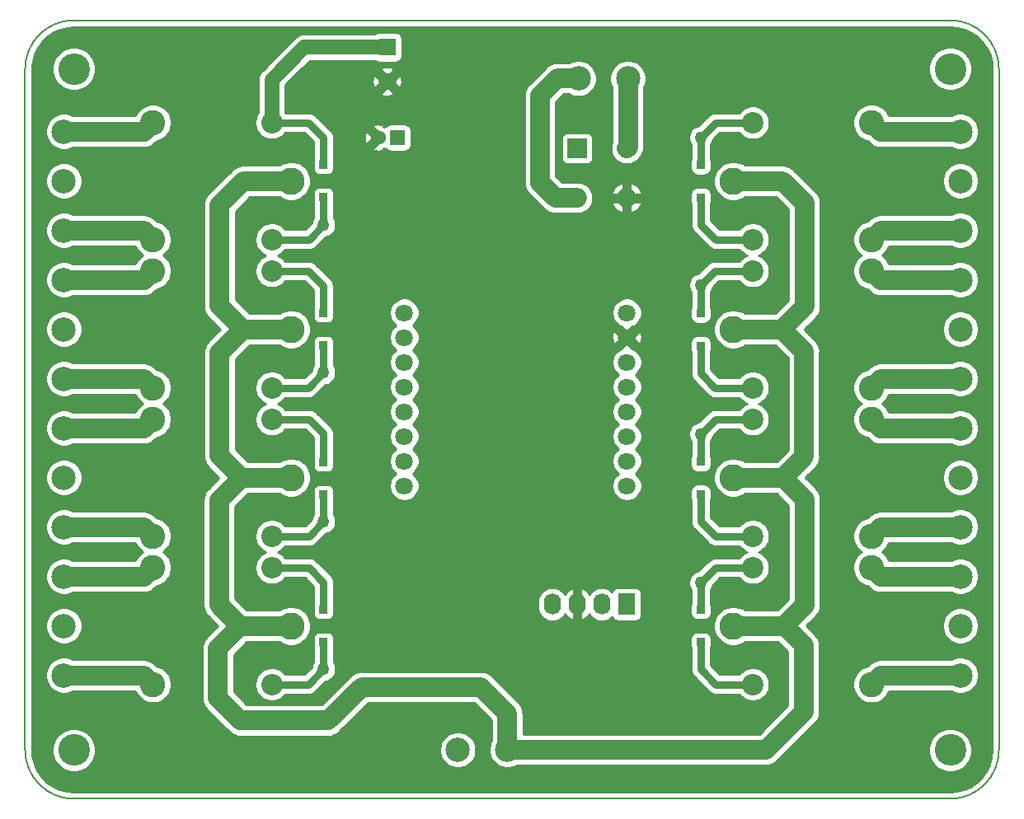
<source format=gbr>
%TF.GenerationSoftware,KiCad,Pcbnew,(5.1.2)-1*%
%TF.CreationDate,2020-01-14T11:15:58-03:00*%
%TF.ProjectId,wifi 2,77696669-2032-42e6-9b69-6361645f7063,rev?*%
%TF.SameCoordinates,Original*%
%TF.FileFunction,Copper,L2,Bot*%
%TF.FilePolarity,Positive*%
%FSLAX46Y46*%
G04 Gerber Fmt 4.6, Leading zero omitted, Abs format (unit mm)*
G04 Created by KiCad (PCBNEW (5.1.2)-1) date 2020-01-14 11:15:58*
%MOMM*%
%LPD*%
G04 APERTURE LIST*
%ADD10C,0.150000*%
%ADD11C,1.800000*%
%ADD12R,0.850900X0.850900*%
%ADD13C,2.200000*%
%ADD14C,2.600000*%
%ADD15C,2.800000*%
%ADD16C,2.500000*%
%ADD17R,1.800000X1.800000*%
%ADD18R,1.524000X1.524000*%
%ADD19C,1.524000*%
%ADD20O,2.000000X2.000000*%
%ADD21R,2.000000X2.000000*%
%ADD22C,3.250000*%
%ADD23R,1.750000X2.200000*%
%ADD24O,1.750000X2.200000*%
%ADD25C,1.270000*%
%ADD26C,0.800000*%
%ADD27C,1.500000*%
%ADD28C,2.000000*%
%ADD29C,0.254000*%
G04 APERTURE END LIST*
D10*
X95000000Y-160000000D02*
X185000000Y-160000000D01*
X90000000Y-85000000D02*
X90000000Y-155000000D01*
X185000000Y-80000000D02*
X95000000Y-80000000D01*
X190000000Y-155000000D02*
X190000000Y-85000000D01*
X190000000Y-155000000D02*
G75*
G02X185000000Y-160000000I-5000000J0D01*
G01*
X185000000Y-80000000D02*
G75*
G02X190000000Y-85000000I0J-5000000D01*
G01*
X90000000Y-85000000D02*
G75*
G02X95000000Y-80000000I5000000J0D01*
G01*
X95000000Y-160000000D02*
G75*
G02X90000000Y-155000000I0J5000000D01*
G01*
D11*
X128940000Y-127840000D03*
X128940000Y-125300000D03*
X128940000Y-122760000D03*
X128940000Y-120220000D03*
X128940000Y-117680000D03*
X128940000Y-115140000D03*
X128940000Y-112600000D03*
X128940000Y-110060000D03*
X151800000Y-110060000D03*
X151800000Y-112600000D03*
X151800000Y-115140000D03*
X151800000Y-117680000D03*
X151800000Y-120220000D03*
X151800000Y-122760000D03*
X151800000Y-125300000D03*
X151800000Y-127840000D03*
D12*
X159385000Y-140566140D03*
X159385000Y-143913860D03*
X159385000Y-125366140D03*
X159385000Y-128713860D03*
X159385000Y-110096140D03*
X159385000Y-113443860D03*
X159385000Y-94856140D03*
X159385000Y-98203860D03*
X120650000Y-143913860D03*
X120650000Y-140566140D03*
X120650000Y-128733860D03*
X120650000Y-125386140D03*
X120650000Y-113423860D03*
X120650000Y-110076140D03*
X120650000Y-98193860D03*
X120650000Y-94846140D03*
D13*
X164715000Y-117760000D03*
D14*
X176915000Y-117760000D03*
X176915000Y-105760000D03*
D13*
X164715000Y-105760000D03*
D15*
X162715000Y-111760000D03*
D13*
X164715000Y-148240000D03*
D14*
X176915000Y-148240000D03*
X176915000Y-136240000D03*
D13*
X164715000Y-136240000D03*
D15*
X162715000Y-142240000D03*
D13*
X164715000Y-133000000D03*
D14*
X176915000Y-133000000D03*
X176915000Y-121000000D03*
D13*
X164715000Y-121000000D03*
D15*
X162715000Y-127000000D03*
D13*
X164715000Y-102520000D03*
D14*
X176915000Y-102520000D03*
X176915000Y-90520000D03*
D13*
X164715000Y-90520000D03*
D15*
X162715000Y-96520000D03*
D13*
X115320000Y-136240000D03*
D14*
X103120000Y-136240000D03*
X103120000Y-148240000D03*
D13*
X115320000Y-148240000D03*
D15*
X117320000Y-142240000D03*
D13*
X115320000Y-121000000D03*
D14*
X103120000Y-121000000D03*
X103120000Y-133000000D03*
D13*
X115320000Y-133000000D03*
D15*
X117320000Y-127000000D03*
D13*
X115320000Y-105760000D03*
D14*
X103120000Y-105760000D03*
X103120000Y-117760000D03*
D13*
X115320000Y-117760000D03*
D15*
X117320000Y-111760000D03*
D13*
X115320000Y-90520000D03*
D14*
X103120000Y-90520000D03*
X103120000Y-102520000D03*
D13*
X115320000Y-102520000D03*
D15*
X117320000Y-96520000D03*
D16*
X186055000Y-121920000D03*
X186055000Y-132080000D03*
X186055000Y-127000000D03*
X186055000Y-91440000D03*
X186055000Y-101600000D03*
X186055000Y-96520000D03*
X93980000Y-132080000D03*
X93980000Y-121920000D03*
X93980000Y-127000000D03*
X186055000Y-137160000D03*
X186055000Y-147320000D03*
X186055000Y-142240000D03*
X186055000Y-106680000D03*
X186055000Y-116840000D03*
X186055000Y-111760000D03*
X93980000Y-147320000D03*
X93980000Y-137160000D03*
X93980000Y-142240000D03*
X93980000Y-116840000D03*
X93980000Y-106680000D03*
X93980000Y-111760000D03*
D17*
X127180000Y-82780000D03*
D11*
X127180000Y-86280000D03*
D18*
X128250000Y-92060000D03*
D19*
X126250000Y-92060000D03*
D20*
X151770000Y-93170000D03*
X146690000Y-98250000D03*
X151770000Y-98250000D03*
D21*
X146690000Y-93170000D03*
D16*
X93980000Y-101600000D03*
X93980000Y-91440000D03*
X93980000Y-96520000D03*
X134430000Y-154970000D03*
X139510000Y-154970000D03*
X146820000Y-85980000D03*
X151900000Y-85980000D03*
D22*
X95000000Y-85000000D03*
X185000000Y-85000000D03*
X95000000Y-155000000D03*
X185000000Y-155000000D03*
D23*
X151760000Y-140010000D03*
D24*
X149220000Y-140010000D03*
X146680000Y-140010000D03*
X144140000Y-140010000D03*
D25*
X159385000Y-137795000D03*
X159385000Y-122525000D03*
X159385000Y-107215000D03*
X159385000Y-92055000D03*
X120650000Y-146680000D03*
X120650000Y-131510000D03*
X120650000Y-116220000D03*
X120650000Y-101040000D03*
D26*
X160940000Y-136240000D02*
X164715000Y-136240000D01*
X159385000Y-140566140D02*
X159385000Y-137795000D01*
X159385000Y-137795000D02*
X160940000Y-136240000D01*
X159385000Y-125366140D02*
X159385000Y-122525000D01*
X159385000Y-122525000D02*
X160910000Y-121000000D01*
X160910000Y-121000000D02*
X164715000Y-121000000D01*
X159385000Y-110096140D02*
X159385000Y-107215000D01*
X160840000Y-105760000D02*
X164715000Y-105760000D01*
X159385000Y-107215000D02*
X160840000Y-105760000D01*
X159385000Y-92055000D02*
X159385000Y-94856140D01*
X164715000Y-90520000D02*
X160920000Y-90520000D01*
X160920000Y-90520000D02*
X159385000Y-92055000D01*
X115320000Y-148240000D02*
X119090000Y-148240000D01*
X120650000Y-146680000D02*
X120650000Y-143913860D01*
X119090000Y-148240000D02*
X120650000Y-146680000D01*
X115320000Y-133000000D02*
X119160000Y-133000000D01*
X120650000Y-131510000D02*
X120650000Y-128733860D01*
X119160000Y-133000000D02*
X120650000Y-131510000D01*
X115320000Y-117760000D02*
X119110000Y-117760000D01*
X120650000Y-116220000D02*
X120650000Y-113423860D01*
X119110000Y-117760000D02*
X120650000Y-116220000D01*
X115320000Y-102520000D02*
X119170000Y-102520000D01*
X120650000Y-101040000D02*
X120650000Y-98193860D01*
X119170000Y-102520000D02*
X120650000Y-101040000D01*
X164715000Y-133000000D02*
X160880000Y-133000000D01*
X159385000Y-131505000D02*
X159385000Y-128713860D01*
X160880000Y-133000000D02*
X159385000Y-131505000D01*
X164715000Y-117760000D02*
X160840000Y-117760000D01*
X159385000Y-116305000D02*
X159385000Y-113443860D01*
X160840000Y-117760000D02*
X159385000Y-116305000D01*
X160940000Y-148240000D02*
X164715000Y-148240000D01*
X159385000Y-143913860D02*
X159385000Y-146685000D01*
X159385000Y-146685000D02*
X160940000Y-148240000D01*
X164715000Y-102520000D02*
X160910000Y-102520000D01*
X159385000Y-100995000D02*
X159385000Y-98203860D01*
X160910000Y-102520000D02*
X159385000Y-100995000D01*
X115320000Y-136240000D02*
X119150000Y-136240000D01*
X120650000Y-137740000D02*
X120650000Y-140566140D01*
X119150000Y-136240000D02*
X120650000Y-137740000D01*
X115320000Y-121000000D02*
X119160000Y-121000000D01*
X120650000Y-122490000D02*
X120650000Y-125386140D01*
X119160000Y-121000000D02*
X120650000Y-122490000D01*
X115320000Y-105760000D02*
X119100000Y-105760000D01*
X120650000Y-107310000D02*
X120650000Y-110076140D01*
X119100000Y-105760000D02*
X120650000Y-107310000D01*
X115320000Y-90520000D02*
X119110000Y-90520000D01*
X120650000Y-92060000D02*
X120650000Y-94846140D01*
X119110000Y-90520000D02*
X120650000Y-92060000D01*
D27*
X115320000Y-90520000D02*
X115320000Y-86110000D01*
X118650000Y-82780000D02*
X115320000Y-86110000D01*
X127180000Y-82780000D02*
X118650000Y-82780000D01*
D28*
X112100000Y-142240000D02*
X117320000Y-142240000D01*
X109810000Y-144530000D02*
X112100000Y-142240000D01*
X109810000Y-149670000D02*
X109810000Y-144530000D01*
X139510000Y-151210000D02*
X136820000Y-148520000D01*
X139510000Y-154970000D02*
X139510000Y-151210000D01*
X136820000Y-148520000D02*
X124560000Y-148520000D01*
X124560000Y-148520000D02*
X121120000Y-151960000D01*
X121120000Y-151960000D02*
X112100000Y-151960000D01*
X112100000Y-151960000D02*
X109810000Y-149670000D01*
X112100000Y-142240000D02*
X109910000Y-140050000D01*
X109910000Y-140050000D02*
X109910000Y-129300000D01*
X109910000Y-129300000D02*
X112210000Y-127000000D01*
X112210000Y-127000000D02*
X117320000Y-127000000D01*
X112210000Y-127000000D02*
X109980000Y-124770000D01*
X109980000Y-124770000D02*
X109980000Y-114140000D01*
X109980000Y-114140000D02*
X112360000Y-111760000D01*
X112360000Y-111760000D02*
X117320000Y-111760000D01*
X112410000Y-96520000D02*
X117320000Y-96520000D01*
X109960000Y-98970000D02*
X112410000Y-96520000D01*
X112360000Y-111760000D02*
X109960000Y-109360000D01*
X109960000Y-109360000D02*
X109960000Y-98970000D01*
X139510000Y-154970000D02*
X166040000Y-154970000D01*
X166040000Y-154970000D02*
X169940000Y-151070000D01*
X169940000Y-151070000D02*
X169940000Y-144240000D01*
X169940000Y-144240000D02*
X167920000Y-142220000D01*
X167900000Y-142240000D02*
X162715000Y-142240000D01*
X167920000Y-142220000D02*
X167900000Y-142240000D01*
X167920000Y-142220000D02*
X170020000Y-140120000D01*
X170020000Y-140120000D02*
X170020000Y-129190000D01*
X167830000Y-127000000D02*
X162715000Y-127000000D01*
X170020000Y-129190000D02*
X167830000Y-127000000D01*
X167830000Y-127000000D02*
X169980000Y-124850000D01*
X169980000Y-124850000D02*
X169980000Y-114020000D01*
X167720000Y-111760000D02*
X162715000Y-111760000D01*
X169980000Y-114020000D02*
X167720000Y-111760000D01*
X167780000Y-96520000D02*
X162715000Y-96520000D01*
X170030000Y-98770000D02*
X167780000Y-96520000D01*
X167720000Y-111760000D02*
X170030000Y-109450000D01*
X170030000Y-109450000D02*
X170030000Y-98770000D01*
D27*
X151770000Y-86110000D02*
X151900000Y-85980000D01*
D28*
X151900000Y-93040000D02*
X151770000Y-93170000D01*
X151900000Y-85980000D02*
X151900000Y-93040000D01*
X144670000Y-85980000D02*
X146820000Y-85980000D01*
X142890000Y-87760000D02*
X144670000Y-85980000D01*
X142890000Y-96680000D02*
X142890000Y-87760000D01*
X146690000Y-98250000D02*
X144460000Y-98250000D01*
X144460000Y-98250000D02*
X142890000Y-96680000D01*
X177835000Y-101600000D02*
X176915000Y-102520000D01*
X186055000Y-101600000D02*
X177835000Y-101600000D01*
X177835000Y-91440000D02*
X176915000Y-90520000D01*
X186055000Y-91440000D02*
X177835000Y-91440000D01*
X177835000Y-137160000D02*
X176915000Y-136240000D01*
X186055000Y-137160000D02*
X177835000Y-137160000D01*
X177835000Y-147320000D02*
X176915000Y-148240000D01*
X186055000Y-147320000D02*
X177835000Y-147320000D01*
X177835000Y-121920000D02*
X176915000Y-121000000D01*
X186055000Y-121920000D02*
X177835000Y-121920000D01*
X177835000Y-132080000D02*
X176915000Y-133000000D01*
X186055000Y-132080000D02*
X177835000Y-132080000D01*
X177835000Y-106680000D02*
X176915000Y-105760000D01*
X186055000Y-106680000D02*
X177835000Y-106680000D01*
X177835000Y-116840000D02*
X176915000Y-117760000D01*
X186055000Y-116840000D02*
X177835000Y-116840000D01*
X102200000Y-147320000D02*
X103120000Y-148240000D01*
X93980000Y-147320000D02*
X102200000Y-147320000D01*
X102200000Y-137160000D02*
X103120000Y-136240000D01*
X93980000Y-137160000D02*
X102200000Y-137160000D01*
X102200000Y-132080000D02*
X103120000Y-133000000D01*
X93980000Y-132080000D02*
X102200000Y-132080000D01*
X102200000Y-121920000D02*
X103120000Y-121000000D01*
X93980000Y-121920000D02*
X102200000Y-121920000D01*
X102200000Y-116840000D02*
X103120000Y-117760000D01*
X93980000Y-116840000D02*
X102200000Y-116840000D01*
X102200000Y-106680000D02*
X103120000Y-105760000D01*
X93980000Y-106680000D02*
X102200000Y-106680000D01*
X102200000Y-101600000D02*
X103120000Y-102520000D01*
X93980000Y-101600000D02*
X102200000Y-101600000D01*
X102200000Y-91440000D02*
X103120000Y-90520000D01*
X93980000Y-91440000D02*
X102200000Y-91440000D01*
D29*
G36*
X185759192Y-80780578D02*
G01*
X186494389Y-80981705D01*
X187182351Y-81309846D01*
X187801331Y-81754628D01*
X188331761Y-82301988D01*
X188756884Y-82934639D01*
X189063251Y-83632561D01*
X189242499Y-84379183D01*
X189290001Y-85026044D01*
X189290000Y-154968382D01*
X189219422Y-155759193D01*
X189018295Y-156494389D01*
X188690152Y-157182355D01*
X188245374Y-157801328D01*
X187698012Y-158331761D01*
X187065362Y-158756883D01*
X186367439Y-159063251D01*
X185620819Y-159242499D01*
X184973970Y-159290000D01*
X95031618Y-159290000D01*
X94240807Y-159219422D01*
X93505611Y-159018295D01*
X92817645Y-158690152D01*
X92198672Y-158245374D01*
X91668239Y-157698012D01*
X91243117Y-157065362D01*
X90936749Y-156367439D01*
X90757501Y-155620819D01*
X90710000Y-154973970D01*
X90710000Y-154777409D01*
X92740000Y-154777409D01*
X92740000Y-155222591D01*
X92826851Y-155659218D01*
X92997214Y-156070511D01*
X93244544Y-156440666D01*
X93559334Y-156755456D01*
X93929489Y-157002786D01*
X94340782Y-157173149D01*
X94777409Y-157260000D01*
X95222591Y-157260000D01*
X95659218Y-157173149D01*
X96070511Y-157002786D01*
X96440666Y-156755456D01*
X96755456Y-156440666D01*
X97002786Y-156070511D01*
X97173149Y-155659218D01*
X97260000Y-155222591D01*
X97260000Y-154784344D01*
X132545000Y-154784344D01*
X132545000Y-155155656D01*
X132617439Y-155519834D01*
X132759534Y-155862882D01*
X132965825Y-156171618D01*
X133228382Y-156434175D01*
X133537118Y-156640466D01*
X133880166Y-156782561D01*
X134244344Y-156855000D01*
X134615656Y-156855000D01*
X134979834Y-156782561D01*
X135322882Y-156640466D01*
X135631618Y-156434175D01*
X135894175Y-156171618D01*
X136100466Y-155862882D01*
X136242561Y-155519834D01*
X136315000Y-155155656D01*
X136315000Y-154784344D01*
X136242561Y-154420166D01*
X136100466Y-154077118D01*
X135894175Y-153768382D01*
X135631618Y-153505825D01*
X135322882Y-153299534D01*
X134979834Y-153157439D01*
X134615656Y-153085000D01*
X134244344Y-153085000D01*
X133880166Y-153157439D01*
X133537118Y-153299534D01*
X133228382Y-153505825D01*
X132965825Y-153768382D01*
X132759534Y-154077118D01*
X132617439Y-154420166D01*
X132545000Y-154784344D01*
X97260000Y-154784344D01*
X97260000Y-154777409D01*
X97173149Y-154340782D01*
X97002786Y-153929489D01*
X96755456Y-153559334D01*
X96440666Y-153244544D01*
X96070511Y-152997214D01*
X95659218Y-152826851D01*
X95222591Y-152740000D01*
X94777409Y-152740000D01*
X94340782Y-152826851D01*
X93929489Y-152997214D01*
X93559334Y-153244544D01*
X93244544Y-153559334D01*
X92997214Y-153929489D01*
X92826851Y-154340782D01*
X92740000Y-154777409D01*
X90710000Y-154777409D01*
X90710000Y-147134344D01*
X92095000Y-147134344D01*
X92095000Y-147505656D01*
X92167439Y-147869834D01*
X92309534Y-148212882D01*
X92515825Y-148521618D01*
X92778382Y-148784175D01*
X93087118Y-148990466D01*
X93430166Y-149132561D01*
X93794344Y-149205000D01*
X94165656Y-149205000D01*
X94529834Y-149132561D01*
X94872882Y-148990466D01*
X94925961Y-148955000D01*
X101321734Y-148955000D01*
X101405225Y-149156566D01*
X101616987Y-149473491D01*
X101886509Y-149743013D01*
X102203434Y-149954775D01*
X102555581Y-150100639D01*
X102929419Y-150175000D01*
X103310581Y-150175000D01*
X103684419Y-150100639D01*
X104036566Y-149954775D01*
X104353491Y-149743013D01*
X104623013Y-149473491D01*
X104834775Y-149156566D01*
X104980639Y-148804419D01*
X105055000Y-148430581D01*
X105055000Y-148049419D01*
X104980639Y-147675581D01*
X104834775Y-147323434D01*
X104623013Y-147006509D01*
X104353491Y-146736987D01*
X104036566Y-146525225D01*
X103684419Y-146379361D01*
X103543585Y-146351347D01*
X103412925Y-146220687D01*
X103361714Y-146158286D01*
X103112752Y-145953969D01*
X102828715Y-145802148D01*
X102520516Y-145708657D01*
X102280322Y-145685000D01*
X102280319Y-145685000D01*
X102200000Y-145677089D01*
X102119681Y-145685000D01*
X94925961Y-145685000D01*
X94872882Y-145649534D01*
X94529834Y-145507439D01*
X94165656Y-145435000D01*
X93794344Y-145435000D01*
X93430166Y-145507439D01*
X93087118Y-145649534D01*
X92778382Y-145855825D01*
X92515825Y-146118382D01*
X92309534Y-146427118D01*
X92167439Y-146770166D01*
X92095000Y-147134344D01*
X90710000Y-147134344D01*
X90710000Y-144530000D01*
X108167089Y-144530000D01*
X108175001Y-144610329D01*
X108175000Y-149589680D01*
X108167089Y-149670000D01*
X108175000Y-149750319D01*
X108175000Y-149750321D01*
X108198657Y-149990515D01*
X108292148Y-150298714D01*
X108443969Y-150582751D01*
X108648286Y-150831714D01*
X108710687Y-150882925D01*
X110887080Y-153059318D01*
X110938286Y-153121714D01*
X111187248Y-153326031D01*
X111471285Y-153477852D01*
X111779484Y-153571343D01*
X112019678Y-153595000D01*
X112019680Y-153595000D01*
X112099999Y-153602911D01*
X112180319Y-153595000D01*
X121039681Y-153595000D01*
X121120000Y-153602911D01*
X121200319Y-153595000D01*
X121200322Y-153595000D01*
X121440516Y-153571343D01*
X121748715Y-153477852D01*
X122032752Y-153326031D01*
X122281714Y-153121714D01*
X122332925Y-153059314D01*
X125237240Y-150155000D01*
X136142762Y-150155000D01*
X137875001Y-151887240D01*
X137875000Y-154024039D01*
X137839534Y-154077118D01*
X137697439Y-154420166D01*
X137625000Y-154784344D01*
X137625000Y-155155656D01*
X137697439Y-155519834D01*
X137839534Y-155862882D01*
X138045825Y-156171618D01*
X138308382Y-156434175D01*
X138617118Y-156640466D01*
X138960166Y-156782561D01*
X139324344Y-156855000D01*
X139695656Y-156855000D01*
X140059834Y-156782561D01*
X140402882Y-156640466D01*
X140455961Y-156605000D01*
X165959681Y-156605000D01*
X166040000Y-156612911D01*
X166120319Y-156605000D01*
X166120322Y-156605000D01*
X166360516Y-156581343D01*
X166668715Y-156487852D01*
X166952752Y-156336031D01*
X167201714Y-156131714D01*
X167252925Y-156069313D01*
X168544829Y-154777409D01*
X182740000Y-154777409D01*
X182740000Y-155222591D01*
X182826851Y-155659218D01*
X182997214Y-156070511D01*
X183244544Y-156440666D01*
X183559334Y-156755456D01*
X183929489Y-157002786D01*
X184340782Y-157173149D01*
X184777409Y-157260000D01*
X185222591Y-157260000D01*
X185659218Y-157173149D01*
X186070511Y-157002786D01*
X186440666Y-156755456D01*
X186755456Y-156440666D01*
X187002786Y-156070511D01*
X187173149Y-155659218D01*
X187260000Y-155222591D01*
X187260000Y-154777409D01*
X187173149Y-154340782D01*
X187002786Y-153929489D01*
X186755456Y-153559334D01*
X186440666Y-153244544D01*
X186070511Y-152997214D01*
X185659218Y-152826851D01*
X185222591Y-152740000D01*
X184777409Y-152740000D01*
X184340782Y-152826851D01*
X183929489Y-152997214D01*
X183559334Y-153244544D01*
X183244544Y-153559334D01*
X182997214Y-153929489D01*
X182826851Y-154340782D01*
X182740000Y-154777409D01*
X168544829Y-154777409D01*
X171039320Y-152282919D01*
X171101714Y-152231714D01*
X171306031Y-151982752D01*
X171457852Y-151698715D01*
X171551343Y-151390516D01*
X171575000Y-151150322D01*
X171575000Y-151150320D01*
X171582911Y-151070000D01*
X171575000Y-150989681D01*
X171575000Y-148049419D01*
X174980000Y-148049419D01*
X174980000Y-148430581D01*
X175054361Y-148804419D01*
X175200225Y-149156566D01*
X175411987Y-149473491D01*
X175681509Y-149743013D01*
X175998434Y-149954775D01*
X176350581Y-150100639D01*
X176724419Y-150175000D01*
X177105581Y-150175000D01*
X177479419Y-150100639D01*
X177831566Y-149954775D01*
X178148491Y-149743013D01*
X178418013Y-149473491D01*
X178629775Y-149156566D01*
X178713266Y-148955000D01*
X185109039Y-148955000D01*
X185162118Y-148990466D01*
X185505166Y-149132561D01*
X185869344Y-149205000D01*
X186240656Y-149205000D01*
X186604834Y-149132561D01*
X186947882Y-148990466D01*
X187256618Y-148784175D01*
X187519175Y-148521618D01*
X187725466Y-148212882D01*
X187867561Y-147869834D01*
X187940000Y-147505656D01*
X187940000Y-147134344D01*
X187867561Y-146770166D01*
X187725466Y-146427118D01*
X187519175Y-146118382D01*
X187256618Y-145855825D01*
X186947882Y-145649534D01*
X186604834Y-145507439D01*
X186240656Y-145435000D01*
X185869344Y-145435000D01*
X185505166Y-145507439D01*
X185162118Y-145649534D01*
X185109039Y-145685000D01*
X177915319Y-145685000D01*
X177834999Y-145677089D01*
X177754680Y-145685000D01*
X177754678Y-145685000D01*
X177514484Y-145708657D01*
X177206285Y-145802148D01*
X176922248Y-145953969D01*
X176673286Y-146158286D01*
X176622075Y-146220687D01*
X176491415Y-146351347D01*
X176350581Y-146379361D01*
X175998434Y-146525225D01*
X175681509Y-146736987D01*
X175411987Y-147006509D01*
X175200225Y-147323434D01*
X175054361Y-147675581D01*
X174980000Y-148049419D01*
X171575000Y-148049419D01*
X171575000Y-144320319D01*
X171582911Y-144239999D01*
X171575000Y-144159678D01*
X171551343Y-143919484D01*
X171457852Y-143611285D01*
X171306031Y-143327248D01*
X171101714Y-143078286D01*
X171039318Y-143027080D01*
X170232239Y-142220000D01*
X170397895Y-142054344D01*
X184170000Y-142054344D01*
X184170000Y-142425656D01*
X184242439Y-142789834D01*
X184384534Y-143132882D01*
X184590825Y-143441618D01*
X184853382Y-143704175D01*
X185162118Y-143910466D01*
X185505166Y-144052561D01*
X185869344Y-144125000D01*
X186240656Y-144125000D01*
X186604834Y-144052561D01*
X186947882Y-143910466D01*
X187256618Y-143704175D01*
X187519175Y-143441618D01*
X187725466Y-143132882D01*
X187867561Y-142789834D01*
X187940000Y-142425656D01*
X187940000Y-142054344D01*
X187867561Y-141690166D01*
X187725466Y-141347118D01*
X187519175Y-141038382D01*
X187256618Y-140775825D01*
X186947882Y-140569534D01*
X186604834Y-140427439D01*
X186240656Y-140355000D01*
X185869344Y-140355000D01*
X185505166Y-140427439D01*
X185162118Y-140569534D01*
X184853382Y-140775825D01*
X184590825Y-141038382D01*
X184384534Y-141347118D01*
X184242439Y-141690166D01*
X184170000Y-142054344D01*
X170397895Y-142054344D01*
X171119320Y-141332919D01*
X171181714Y-141281714D01*
X171386031Y-141032752D01*
X171537852Y-140748715D01*
X171631343Y-140440516D01*
X171655000Y-140200322D01*
X171655000Y-140200320D01*
X171662911Y-140120001D01*
X171655000Y-140039681D01*
X171655000Y-132809419D01*
X174980000Y-132809419D01*
X174980000Y-133190581D01*
X175054361Y-133564419D01*
X175200225Y-133916566D01*
X175411987Y-134233491D01*
X175681509Y-134503013D01*
X175856593Y-134620000D01*
X175681509Y-134736987D01*
X175411987Y-135006509D01*
X175200225Y-135323434D01*
X175054361Y-135675581D01*
X174980000Y-136049419D01*
X174980000Y-136430581D01*
X175054361Y-136804419D01*
X175200225Y-137156566D01*
X175411987Y-137473491D01*
X175681509Y-137743013D01*
X175998434Y-137954775D01*
X176350581Y-138100639D01*
X176491415Y-138128653D01*
X176622075Y-138259313D01*
X176673286Y-138321714D01*
X176922248Y-138526031D01*
X177206285Y-138677852D01*
X177514484Y-138771343D01*
X177754678Y-138795000D01*
X177754680Y-138795000D01*
X177834999Y-138802911D01*
X177915319Y-138795000D01*
X185109039Y-138795000D01*
X185162118Y-138830466D01*
X185505166Y-138972561D01*
X185869344Y-139045000D01*
X186240656Y-139045000D01*
X186604834Y-138972561D01*
X186947882Y-138830466D01*
X187256618Y-138624175D01*
X187519175Y-138361618D01*
X187725466Y-138052882D01*
X187867561Y-137709834D01*
X187940000Y-137345656D01*
X187940000Y-136974344D01*
X187867561Y-136610166D01*
X187725466Y-136267118D01*
X187519175Y-135958382D01*
X187256618Y-135695825D01*
X186947882Y-135489534D01*
X186604834Y-135347439D01*
X186240656Y-135275000D01*
X185869344Y-135275000D01*
X185505166Y-135347439D01*
X185162118Y-135489534D01*
X185109039Y-135525000D01*
X178713266Y-135525000D01*
X178629775Y-135323434D01*
X178418013Y-135006509D01*
X178148491Y-134736987D01*
X177973407Y-134620000D01*
X178148491Y-134503013D01*
X178418013Y-134233491D01*
X178629775Y-133916566D01*
X178713266Y-133715000D01*
X185109039Y-133715000D01*
X185162118Y-133750466D01*
X185505166Y-133892561D01*
X185869344Y-133965000D01*
X186240656Y-133965000D01*
X186604834Y-133892561D01*
X186947882Y-133750466D01*
X187256618Y-133544175D01*
X187519175Y-133281618D01*
X187725466Y-132972882D01*
X187867561Y-132629834D01*
X187940000Y-132265656D01*
X187940000Y-131894344D01*
X187867561Y-131530166D01*
X187725466Y-131187118D01*
X187519175Y-130878382D01*
X187256618Y-130615825D01*
X186947882Y-130409534D01*
X186604834Y-130267439D01*
X186240656Y-130195000D01*
X185869344Y-130195000D01*
X185505166Y-130267439D01*
X185162118Y-130409534D01*
X185109039Y-130445000D01*
X177915319Y-130445000D01*
X177834999Y-130437089D01*
X177754680Y-130445000D01*
X177754678Y-130445000D01*
X177514484Y-130468657D01*
X177206285Y-130562148D01*
X176922248Y-130713969D01*
X176673286Y-130918286D01*
X176622075Y-130980687D01*
X176491415Y-131111347D01*
X176350581Y-131139361D01*
X175998434Y-131285225D01*
X175681509Y-131496987D01*
X175411987Y-131766509D01*
X175200225Y-132083434D01*
X175054361Y-132435581D01*
X174980000Y-132809419D01*
X171655000Y-132809419D01*
X171655000Y-129270322D01*
X171662911Y-129190000D01*
X171631343Y-128869483D01*
X171537852Y-128561285D01*
X171521646Y-128530965D01*
X171386031Y-128277248D01*
X171181714Y-128028286D01*
X171119324Y-127977084D01*
X170142239Y-127000000D01*
X170327895Y-126814344D01*
X184170000Y-126814344D01*
X184170000Y-127185656D01*
X184242439Y-127549834D01*
X184384534Y-127892882D01*
X184590825Y-128201618D01*
X184853382Y-128464175D01*
X185162118Y-128670466D01*
X185505166Y-128812561D01*
X185869344Y-128885000D01*
X186240656Y-128885000D01*
X186604834Y-128812561D01*
X186947882Y-128670466D01*
X187256618Y-128464175D01*
X187519175Y-128201618D01*
X187725466Y-127892882D01*
X187867561Y-127549834D01*
X187940000Y-127185656D01*
X187940000Y-126814344D01*
X187867561Y-126450166D01*
X187725466Y-126107118D01*
X187519175Y-125798382D01*
X187256618Y-125535825D01*
X186947882Y-125329534D01*
X186604834Y-125187439D01*
X186240656Y-125115000D01*
X185869344Y-125115000D01*
X185505166Y-125187439D01*
X185162118Y-125329534D01*
X184853382Y-125535825D01*
X184590825Y-125798382D01*
X184384534Y-126107118D01*
X184242439Y-126450166D01*
X184170000Y-126814344D01*
X170327895Y-126814344D01*
X171079320Y-126062919D01*
X171141714Y-126011714D01*
X171346031Y-125762752D01*
X171497852Y-125478715D01*
X171591343Y-125170516D01*
X171615000Y-124930322D01*
X171615000Y-124930320D01*
X171622911Y-124850001D01*
X171615000Y-124769681D01*
X171615000Y-117569419D01*
X174980000Y-117569419D01*
X174980000Y-117950581D01*
X175054361Y-118324419D01*
X175200225Y-118676566D01*
X175411987Y-118993491D01*
X175681509Y-119263013D01*
X175856593Y-119380000D01*
X175681509Y-119496987D01*
X175411987Y-119766509D01*
X175200225Y-120083434D01*
X175054361Y-120435581D01*
X174980000Y-120809419D01*
X174980000Y-121190581D01*
X175054361Y-121564419D01*
X175200225Y-121916566D01*
X175411987Y-122233491D01*
X175681509Y-122503013D01*
X175998434Y-122714775D01*
X176350581Y-122860639D01*
X176491415Y-122888653D01*
X176622075Y-123019313D01*
X176673286Y-123081714D01*
X176922248Y-123286031D01*
X177206285Y-123437852D01*
X177514484Y-123531343D01*
X177754678Y-123555000D01*
X177754680Y-123555000D01*
X177834999Y-123562911D01*
X177915319Y-123555000D01*
X185109039Y-123555000D01*
X185162118Y-123590466D01*
X185505166Y-123732561D01*
X185869344Y-123805000D01*
X186240656Y-123805000D01*
X186604834Y-123732561D01*
X186947882Y-123590466D01*
X187256618Y-123384175D01*
X187519175Y-123121618D01*
X187725466Y-122812882D01*
X187867561Y-122469834D01*
X187940000Y-122105656D01*
X187940000Y-121734344D01*
X187867561Y-121370166D01*
X187725466Y-121027118D01*
X187519175Y-120718382D01*
X187256618Y-120455825D01*
X186947882Y-120249534D01*
X186604834Y-120107439D01*
X186240656Y-120035000D01*
X185869344Y-120035000D01*
X185505166Y-120107439D01*
X185162118Y-120249534D01*
X185109039Y-120285000D01*
X178713266Y-120285000D01*
X178629775Y-120083434D01*
X178418013Y-119766509D01*
X178148491Y-119496987D01*
X177973407Y-119380000D01*
X178148491Y-119263013D01*
X178418013Y-118993491D01*
X178629775Y-118676566D01*
X178713266Y-118475000D01*
X185109039Y-118475000D01*
X185162118Y-118510466D01*
X185505166Y-118652561D01*
X185869344Y-118725000D01*
X186240656Y-118725000D01*
X186604834Y-118652561D01*
X186947882Y-118510466D01*
X187256618Y-118304175D01*
X187519175Y-118041618D01*
X187725466Y-117732882D01*
X187867561Y-117389834D01*
X187940000Y-117025656D01*
X187940000Y-116654344D01*
X187867561Y-116290166D01*
X187725466Y-115947118D01*
X187519175Y-115638382D01*
X187256618Y-115375825D01*
X186947882Y-115169534D01*
X186604834Y-115027439D01*
X186240656Y-114955000D01*
X185869344Y-114955000D01*
X185505166Y-115027439D01*
X185162118Y-115169534D01*
X185109039Y-115205000D01*
X177915319Y-115205000D01*
X177834999Y-115197089D01*
X177754680Y-115205000D01*
X177754678Y-115205000D01*
X177514484Y-115228657D01*
X177206285Y-115322148D01*
X176922248Y-115473969D01*
X176673286Y-115678286D01*
X176622075Y-115740687D01*
X176491415Y-115871347D01*
X176350581Y-115899361D01*
X175998434Y-116045225D01*
X175681509Y-116256987D01*
X175411987Y-116526509D01*
X175200225Y-116843434D01*
X175054361Y-117195581D01*
X174980000Y-117569419D01*
X171615000Y-117569419D01*
X171615000Y-114100322D01*
X171622911Y-114020000D01*
X171591343Y-113699483D01*
X171497852Y-113391285D01*
X171406814Y-113220965D01*
X171346031Y-113107248D01*
X171141714Y-112858286D01*
X171079324Y-112807084D01*
X170032239Y-111760000D01*
X170217895Y-111574344D01*
X184170000Y-111574344D01*
X184170000Y-111945656D01*
X184242439Y-112309834D01*
X184384534Y-112652882D01*
X184590825Y-112961618D01*
X184853382Y-113224175D01*
X185162118Y-113430466D01*
X185505166Y-113572561D01*
X185869344Y-113645000D01*
X186240656Y-113645000D01*
X186604834Y-113572561D01*
X186947882Y-113430466D01*
X187256618Y-113224175D01*
X187519175Y-112961618D01*
X187725466Y-112652882D01*
X187867561Y-112309834D01*
X187940000Y-111945656D01*
X187940000Y-111574344D01*
X187867561Y-111210166D01*
X187725466Y-110867118D01*
X187519175Y-110558382D01*
X187256618Y-110295825D01*
X186947882Y-110089534D01*
X186604834Y-109947439D01*
X186240656Y-109875000D01*
X185869344Y-109875000D01*
X185505166Y-109947439D01*
X185162118Y-110089534D01*
X184853382Y-110295825D01*
X184590825Y-110558382D01*
X184384534Y-110867118D01*
X184242439Y-111210166D01*
X184170000Y-111574344D01*
X170217895Y-111574344D01*
X171129320Y-110662919D01*
X171191714Y-110611714D01*
X171396031Y-110362752D01*
X171547852Y-110078715D01*
X171641343Y-109770516D01*
X171665000Y-109530322D01*
X171665000Y-109530320D01*
X171672911Y-109450001D01*
X171665000Y-109369681D01*
X171665000Y-102329419D01*
X174980000Y-102329419D01*
X174980000Y-102710581D01*
X175054361Y-103084419D01*
X175200225Y-103436566D01*
X175411987Y-103753491D01*
X175681509Y-104023013D01*
X175856593Y-104140000D01*
X175681509Y-104256987D01*
X175411987Y-104526509D01*
X175200225Y-104843434D01*
X175054361Y-105195581D01*
X174980000Y-105569419D01*
X174980000Y-105950581D01*
X175054361Y-106324419D01*
X175200225Y-106676566D01*
X175411987Y-106993491D01*
X175681509Y-107263013D01*
X175998434Y-107474775D01*
X176350581Y-107620639D01*
X176491415Y-107648653D01*
X176622075Y-107779313D01*
X176673286Y-107841714D01*
X176922248Y-108046031D01*
X177206285Y-108197852D01*
X177514484Y-108291343D01*
X177754678Y-108315000D01*
X177754680Y-108315000D01*
X177834999Y-108322911D01*
X177915319Y-108315000D01*
X185109039Y-108315000D01*
X185162118Y-108350466D01*
X185505166Y-108492561D01*
X185869344Y-108565000D01*
X186240656Y-108565000D01*
X186604834Y-108492561D01*
X186947882Y-108350466D01*
X187256618Y-108144175D01*
X187519175Y-107881618D01*
X187725466Y-107572882D01*
X187867561Y-107229834D01*
X187940000Y-106865656D01*
X187940000Y-106494344D01*
X187867561Y-106130166D01*
X187725466Y-105787118D01*
X187519175Y-105478382D01*
X187256618Y-105215825D01*
X186947882Y-105009534D01*
X186604834Y-104867439D01*
X186240656Y-104795000D01*
X185869344Y-104795000D01*
X185505166Y-104867439D01*
X185162118Y-105009534D01*
X185109039Y-105045000D01*
X178713266Y-105045000D01*
X178629775Y-104843434D01*
X178418013Y-104526509D01*
X178148491Y-104256987D01*
X177973407Y-104140000D01*
X178148491Y-104023013D01*
X178418013Y-103753491D01*
X178629775Y-103436566D01*
X178713266Y-103235000D01*
X185109039Y-103235000D01*
X185162118Y-103270466D01*
X185505166Y-103412561D01*
X185869344Y-103485000D01*
X186240656Y-103485000D01*
X186604834Y-103412561D01*
X186947882Y-103270466D01*
X187256618Y-103064175D01*
X187519175Y-102801618D01*
X187725466Y-102492882D01*
X187867561Y-102149834D01*
X187940000Y-101785656D01*
X187940000Y-101414344D01*
X187867561Y-101050166D01*
X187725466Y-100707118D01*
X187519175Y-100398382D01*
X187256618Y-100135825D01*
X186947882Y-99929534D01*
X186604834Y-99787439D01*
X186240656Y-99715000D01*
X185869344Y-99715000D01*
X185505166Y-99787439D01*
X185162118Y-99929534D01*
X185109039Y-99965000D01*
X177915319Y-99965000D01*
X177834999Y-99957089D01*
X177754680Y-99965000D01*
X177754678Y-99965000D01*
X177514484Y-99988657D01*
X177206285Y-100082148D01*
X176922248Y-100233969D01*
X176673286Y-100438286D01*
X176622075Y-100500687D01*
X176491415Y-100631347D01*
X176350581Y-100659361D01*
X175998434Y-100805225D01*
X175681509Y-101016987D01*
X175411987Y-101286509D01*
X175200225Y-101603434D01*
X175054361Y-101955581D01*
X174980000Y-102329419D01*
X171665000Y-102329419D01*
X171665000Y-98850330D01*
X171672912Y-98770000D01*
X171641343Y-98449483D01*
X171547852Y-98141285D01*
X171502933Y-98057248D01*
X171396031Y-97857248D01*
X171191714Y-97608286D01*
X171129324Y-97557084D01*
X169906583Y-96334344D01*
X184170000Y-96334344D01*
X184170000Y-96705656D01*
X184242439Y-97069834D01*
X184384534Y-97412882D01*
X184590825Y-97721618D01*
X184853382Y-97984175D01*
X185162118Y-98190466D01*
X185505166Y-98332561D01*
X185869344Y-98405000D01*
X186240656Y-98405000D01*
X186604834Y-98332561D01*
X186947882Y-98190466D01*
X187256618Y-97984175D01*
X187519175Y-97721618D01*
X187725466Y-97412882D01*
X187867561Y-97069834D01*
X187940000Y-96705656D01*
X187940000Y-96334344D01*
X187867561Y-95970166D01*
X187725466Y-95627118D01*
X187519175Y-95318382D01*
X187256618Y-95055825D01*
X186947882Y-94849534D01*
X186604834Y-94707439D01*
X186240656Y-94635000D01*
X185869344Y-94635000D01*
X185505166Y-94707439D01*
X185162118Y-94849534D01*
X184853382Y-95055825D01*
X184590825Y-95318382D01*
X184384534Y-95627118D01*
X184242439Y-95970166D01*
X184170000Y-96334344D01*
X169906583Y-96334344D01*
X168992924Y-95420686D01*
X168941714Y-95358286D01*
X168692752Y-95153969D01*
X168408715Y-95002148D01*
X168100516Y-94908657D01*
X167860322Y-94885000D01*
X167860319Y-94885000D01*
X167780000Y-94877089D01*
X167699681Y-94885000D01*
X163930952Y-94885000D01*
X163678934Y-94716607D01*
X163308587Y-94563204D01*
X162915430Y-94485000D01*
X162514570Y-94485000D01*
X162121413Y-94563204D01*
X161751066Y-94716607D01*
X161417763Y-94939313D01*
X161134313Y-95222763D01*
X160911607Y-95556066D01*
X160758204Y-95926413D01*
X160680000Y-96319570D01*
X160680000Y-96720430D01*
X160758204Y-97113587D01*
X160911607Y-97483934D01*
X161134313Y-97817237D01*
X161417763Y-98100687D01*
X161751066Y-98323393D01*
X162121413Y-98476796D01*
X162514570Y-98555000D01*
X162915430Y-98555000D01*
X163308587Y-98476796D01*
X163678934Y-98323393D01*
X163930952Y-98155000D01*
X167102762Y-98155000D01*
X168395001Y-99447240D01*
X168395000Y-108772761D01*
X167042762Y-110125000D01*
X163930952Y-110125000D01*
X163678934Y-109956607D01*
X163308587Y-109803204D01*
X162915430Y-109725000D01*
X162514570Y-109725000D01*
X162121413Y-109803204D01*
X161751066Y-109956607D01*
X161417763Y-110179313D01*
X161134313Y-110462763D01*
X160911607Y-110796066D01*
X160758204Y-111166413D01*
X160680000Y-111559570D01*
X160680000Y-111960430D01*
X160758204Y-112353587D01*
X160911607Y-112723934D01*
X161134313Y-113057237D01*
X161417763Y-113340687D01*
X161751066Y-113563393D01*
X162121413Y-113716796D01*
X162514570Y-113795000D01*
X162915430Y-113795000D01*
X163308587Y-113716796D01*
X163678934Y-113563393D01*
X163930952Y-113395000D01*
X167042762Y-113395000D01*
X168345001Y-114697240D01*
X168345000Y-124172761D01*
X167152762Y-125365000D01*
X163930952Y-125365000D01*
X163678934Y-125196607D01*
X163308587Y-125043204D01*
X162915430Y-124965000D01*
X162514570Y-124965000D01*
X162121413Y-125043204D01*
X161751066Y-125196607D01*
X161417763Y-125419313D01*
X161134313Y-125702763D01*
X160911607Y-126036066D01*
X160758204Y-126406413D01*
X160680000Y-126799570D01*
X160680000Y-127200430D01*
X160758204Y-127593587D01*
X160911607Y-127963934D01*
X161134313Y-128297237D01*
X161417763Y-128580687D01*
X161751066Y-128803393D01*
X162121413Y-128956796D01*
X162514570Y-129035000D01*
X162915430Y-129035000D01*
X163308587Y-128956796D01*
X163678934Y-128803393D01*
X163930952Y-128635000D01*
X167152762Y-128635000D01*
X168385001Y-129867240D01*
X168385000Y-139442761D01*
X167222762Y-140605000D01*
X163930952Y-140605000D01*
X163678934Y-140436607D01*
X163308587Y-140283204D01*
X162915430Y-140205000D01*
X162514570Y-140205000D01*
X162121413Y-140283204D01*
X161751066Y-140436607D01*
X161417763Y-140659313D01*
X161134313Y-140942763D01*
X160911607Y-141276066D01*
X160758204Y-141646413D01*
X160680000Y-142039570D01*
X160680000Y-142440430D01*
X160758204Y-142833587D01*
X160911607Y-143203934D01*
X161134313Y-143537237D01*
X161417763Y-143820687D01*
X161751066Y-144043393D01*
X162121413Y-144196796D01*
X162514570Y-144275000D01*
X162915430Y-144275000D01*
X163308587Y-144196796D01*
X163678934Y-144043393D01*
X163930952Y-143875000D01*
X167262762Y-143875000D01*
X168305001Y-144917240D01*
X168305000Y-150392761D01*
X165362762Y-153335000D01*
X141145000Y-153335000D01*
X141145000Y-151290319D01*
X141152911Y-151209999D01*
X141136881Y-151047247D01*
X141121343Y-150889484D01*
X141027852Y-150581285D01*
X140876031Y-150297248D01*
X140671714Y-150048286D01*
X140609319Y-149997080D01*
X138032925Y-147420687D01*
X137981714Y-147358286D01*
X137732752Y-147153969D01*
X137448715Y-147002148D01*
X137140516Y-146908657D01*
X136900322Y-146885000D01*
X136900319Y-146885000D01*
X136820000Y-146877089D01*
X136739681Y-146885000D01*
X124640322Y-146885000D01*
X124560000Y-146877089D01*
X124239483Y-146908657D01*
X123940067Y-146999484D01*
X123931285Y-147002148D01*
X123647248Y-147153969D01*
X123398286Y-147358286D01*
X123347084Y-147420676D01*
X120442762Y-150325000D01*
X112777239Y-150325000D01*
X111445000Y-148992762D01*
X111445000Y-148069117D01*
X113585000Y-148069117D01*
X113585000Y-148410883D01*
X113651675Y-148746081D01*
X113782463Y-149061831D01*
X113972337Y-149345998D01*
X114214002Y-149587663D01*
X114498169Y-149777537D01*
X114813919Y-149908325D01*
X115149117Y-149975000D01*
X115490883Y-149975000D01*
X115826081Y-149908325D01*
X116141831Y-149777537D01*
X116425998Y-149587663D01*
X116667663Y-149345998D01*
X116715102Y-149275000D01*
X119039172Y-149275000D01*
X119090000Y-149280006D01*
X119140828Y-149275000D01*
X119140838Y-149275000D01*
X119292895Y-149260024D01*
X119487993Y-149200841D01*
X119667797Y-149104734D01*
X119825396Y-148975396D01*
X119857807Y-148935903D01*
X120860751Y-147932960D01*
X121020445Y-147901195D01*
X121251571Y-147805459D01*
X121459578Y-147666473D01*
X121636473Y-147489578D01*
X121775459Y-147281571D01*
X121871195Y-147050445D01*
X121920000Y-146805084D01*
X121920000Y-146554916D01*
X121871195Y-146309555D01*
X121775459Y-146078429D01*
X121685000Y-145943048D01*
X121685000Y-144517401D01*
X121701262Y-144463792D01*
X121713522Y-144339310D01*
X121713522Y-143488410D01*
X158321478Y-143488410D01*
X158321478Y-144339310D01*
X158333738Y-144463792D01*
X158350000Y-144517401D01*
X158350001Y-146634162D01*
X158344994Y-146685000D01*
X158364977Y-146887895D01*
X158424160Y-147082993D01*
X158520266Y-147262797D01*
X158617197Y-147380907D01*
X158649605Y-147420396D01*
X158689092Y-147452802D01*
X160172197Y-148935908D01*
X160204604Y-148975396D01*
X160244092Y-149007803D01*
X160362202Y-149104734D01*
X160444484Y-149148714D01*
X160542007Y-149200841D01*
X160737105Y-149260024D01*
X160889162Y-149275000D01*
X160889171Y-149275000D01*
X160939999Y-149280006D01*
X160990827Y-149275000D01*
X163319898Y-149275000D01*
X163367337Y-149345998D01*
X163609002Y-149587663D01*
X163893169Y-149777537D01*
X164208919Y-149908325D01*
X164544117Y-149975000D01*
X164885883Y-149975000D01*
X165221081Y-149908325D01*
X165536831Y-149777537D01*
X165820998Y-149587663D01*
X166062663Y-149345998D01*
X166252537Y-149061831D01*
X166383325Y-148746081D01*
X166450000Y-148410883D01*
X166450000Y-148069117D01*
X166383325Y-147733919D01*
X166252537Y-147418169D01*
X166062663Y-147134002D01*
X165820998Y-146892337D01*
X165536831Y-146702463D01*
X165221081Y-146571675D01*
X164885883Y-146505000D01*
X164544117Y-146505000D01*
X164208919Y-146571675D01*
X163893169Y-146702463D01*
X163609002Y-146892337D01*
X163367337Y-147134002D01*
X163319898Y-147205000D01*
X161368711Y-147205000D01*
X160420000Y-146256290D01*
X160420000Y-144517401D01*
X160436262Y-144463792D01*
X160448522Y-144339310D01*
X160448522Y-143488410D01*
X160436262Y-143363928D01*
X160399952Y-143244230D01*
X160340987Y-143133916D01*
X160261635Y-143037225D01*
X160164944Y-142957873D01*
X160054630Y-142898908D01*
X159934932Y-142862598D01*
X159810450Y-142850338D01*
X158959550Y-142850338D01*
X158835068Y-142862598D01*
X158715370Y-142898908D01*
X158605056Y-142957873D01*
X158508365Y-143037225D01*
X158429013Y-143133916D01*
X158370048Y-143244230D01*
X158333738Y-143363928D01*
X158321478Y-143488410D01*
X121713522Y-143488410D01*
X121701262Y-143363928D01*
X121664952Y-143244230D01*
X121605987Y-143133916D01*
X121526635Y-143037225D01*
X121429944Y-142957873D01*
X121319630Y-142898908D01*
X121199932Y-142862598D01*
X121075450Y-142850338D01*
X120224550Y-142850338D01*
X120100068Y-142862598D01*
X119980370Y-142898908D01*
X119870056Y-142957873D01*
X119773365Y-143037225D01*
X119694013Y-143133916D01*
X119635048Y-143244230D01*
X119598738Y-143363928D01*
X119586478Y-143488410D01*
X119586478Y-144339310D01*
X119598738Y-144463792D01*
X119615001Y-144517403D01*
X119615000Y-145943047D01*
X119524541Y-146078429D01*
X119428805Y-146309555D01*
X119397040Y-146469249D01*
X118661290Y-147205000D01*
X116715102Y-147205000D01*
X116667663Y-147134002D01*
X116425998Y-146892337D01*
X116141831Y-146702463D01*
X115826081Y-146571675D01*
X115490883Y-146505000D01*
X115149117Y-146505000D01*
X114813919Y-146571675D01*
X114498169Y-146702463D01*
X114214002Y-146892337D01*
X113972337Y-147134002D01*
X113782463Y-147418169D01*
X113651675Y-147733919D01*
X113585000Y-148069117D01*
X111445000Y-148069117D01*
X111445000Y-145207238D01*
X112777239Y-143875000D01*
X116104048Y-143875000D01*
X116356066Y-144043393D01*
X116726413Y-144196796D01*
X117119570Y-144275000D01*
X117520430Y-144275000D01*
X117913587Y-144196796D01*
X118283934Y-144043393D01*
X118617237Y-143820687D01*
X118900687Y-143537237D01*
X119123393Y-143203934D01*
X119276796Y-142833587D01*
X119355000Y-142440430D01*
X119355000Y-142039570D01*
X119276796Y-141646413D01*
X119123393Y-141276066D01*
X118900687Y-140942763D01*
X118617237Y-140659313D01*
X118283934Y-140436607D01*
X117913587Y-140283204D01*
X117520430Y-140205000D01*
X117119570Y-140205000D01*
X116726413Y-140283204D01*
X116356066Y-140436607D01*
X116104048Y-140605000D01*
X112777240Y-140605000D01*
X111545000Y-139372762D01*
X111545000Y-132829117D01*
X113585000Y-132829117D01*
X113585000Y-133170883D01*
X113651675Y-133506081D01*
X113782463Y-133821831D01*
X113972337Y-134105998D01*
X114214002Y-134347663D01*
X114498169Y-134537537D01*
X114697252Y-134620000D01*
X114498169Y-134702463D01*
X114214002Y-134892337D01*
X113972337Y-135134002D01*
X113782463Y-135418169D01*
X113651675Y-135733919D01*
X113585000Y-136069117D01*
X113585000Y-136410883D01*
X113651675Y-136746081D01*
X113782463Y-137061831D01*
X113972337Y-137345998D01*
X114214002Y-137587663D01*
X114498169Y-137777537D01*
X114813919Y-137908325D01*
X115149117Y-137975000D01*
X115490883Y-137975000D01*
X115826081Y-137908325D01*
X116141831Y-137777537D01*
X116425998Y-137587663D01*
X116667663Y-137345998D01*
X116715102Y-137275000D01*
X118721290Y-137275000D01*
X119615000Y-138168711D01*
X119615001Y-139962597D01*
X119598738Y-140016208D01*
X119586478Y-140140690D01*
X119586478Y-140991590D01*
X119598738Y-141116072D01*
X119635048Y-141235770D01*
X119694013Y-141346084D01*
X119773365Y-141442775D01*
X119870056Y-141522127D01*
X119980370Y-141581092D01*
X120100068Y-141617402D01*
X120224550Y-141629662D01*
X121075450Y-141629662D01*
X121199932Y-141617402D01*
X121319630Y-141581092D01*
X121429944Y-141522127D01*
X121526635Y-141442775D01*
X121605987Y-141346084D01*
X121664952Y-141235770D01*
X121701262Y-141116072D01*
X121713522Y-140991590D01*
X121713522Y-140140690D01*
X121701262Y-140016208D01*
X121685000Y-139962599D01*
X121685000Y-139710822D01*
X142630000Y-139710822D01*
X142630000Y-140309177D01*
X142651849Y-140531011D01*
X142738192Y-140815647D01*
X142878406Y-141077969D01*
X143067103Y-141307897D01*
X143297030Y-141496594D01*
X143559352Y-141636808D01*
X143843988Y-141723151D01*
X144140000Y-141752306D01*
X144436011Y-141723151D01*
X144720647Y-141636808D01*
X144982969Y-141496594D01*
X145212897Y-141307897D01*
X145401594Y-141077970D01*
X145422778Y-141038338D01*
X145485520Y-141140558D01*
X145685137Y-141356189D01*
X145922986Y-141528734D01*
X146082696Y-141621841D01*
X146307000Y-141533748D01*
X146307000Y-140383000D01*
X146287000Y-140383000D01*
X146287000Y-139637000D01*
X146307000Y-139637000D01*
X146307000Y-138486252D01*
X147053000Y-138486252D01*
X147053000Y-139637000D01*
X147073000Y-139637000D01*
X147073000Y-140383000D01*
X147053000Y-140383000D01*
X147053000Y-141533748D01*
X147277304Y-141621841D01*
X147437014Y-141528734D01*
X147674863Y-141356189D01*
X147874480Y-141140558D01*
X147937222Y-141038337D01*
X147958406Y-141077969D01*
X148147103Y-141307897D01*
X148377030Y-141496594D01*
X148639352Y-141636808D01*
X148923988Y-141723151D01*
X149220000Y-141752306D01*
X149516011Y-141723151D01*
X149800647Y-141636808D01*
X150062969Y-141496594D01*
X150283738Y-141315413D01*
X150295498Y-141354180D01*
X150354463Y-141464494D01*
X150433815Y-141561185D01*
X150530506Y-141640537D01*
X150640820Y-141699502D01*
X150760518Y-141735812D01*
X150885000Y-141748072D01*
X152635000Y-141748072D01*
X152759482Y-141735812D01*
X152879180Y-141699502D01*
X152989494Y-141640537D01*
X153086185Y-141561185D01*
X153165537Y-141464494D01*
X153224502Y-141354180D01*
X153260812Y-141234482D01*
X153273072Y-141110000D01*
X153273072Y-138910000D01*
X153260812Y-138785518D01*
X153224502Y-138665820D01*
X153165537Y-138555506D01*
X153086185Y-138458815D01*
X152989494Y-138379463D01*
X152879180Y-138320498D01*
X152759482Y-138284188D01*
X152635000Y-138271928D01*
X150885000Y-138271928D01*
X150760518Y-138284188D01*
X150640820Y-138320498D01*
X150530506Y-138379463D01*
X150433815Y-138458815D01*
X150354463Y-138555506D01*
X150295498Y-138665820D01*
X150283738Y-138704587D01*
X150062970Y-138523406D01*
X149800648Y-138383192D01*
X149516012Y-138296849D01*
X149220000Y-138267694D01*
X148923989Y-138296849D01*
X148639353Y-138383192D01*
X148377031Y-138523406D01*
X148147103Y-138712103D01*
X147958406Y-138942030D01*
X147937222Y-138981662D01*
X147874480Y-138879442D01*
X147674863Y-138663811D01*
X147437014Y-138491266D01*
X147277304Y-138398159D01*
X147053000Y-138486252D01*
X146307000Y-138486252D01*
X146082696Y-138398159D01*
X145922986Y-138491266D01*
X145685137Y-138663811D01*
X145485520Y-138879442D01*
X145422778Y-138981662D01*
X145401594Y-138942030D01*
X145212897Y-138712103D01*
X144982970Y-138523406D01*
X144720648Y-138383192D01*
X144436012Y-138296849D01*
X144140000Y-138267694D01*
X143843989Y-138296849D01*
X143559353Y-138383192D01*
X143297031Y-138523406D01*
X143067103Y-138712103D01*
X142878406Y-138942030D01*
X142738192Y-139204352D01*
X142651849Y-139488988D01*
X142630000Y-139710822D01*
X121685000Y-139710822D01*
X121685000Y-137790827D01*
X121690006Y-137739999D01*
X121685000Y-137689171D01*
X121685000Y-137689162D01*
X121683105Y-137669916D01*
X158115000Y-137669916D01*
X158115000Y-137920084D01*
X158163805Y-138165445D01*
X158259541Y-138396571D01*
X158350001Y-138531953D01*
X158350000Y-139962599D01*
X158333738Y-140016208D01*
X158321478Y-140140690D01*
X158321478Y-140991590D01*
X158333738Y-141116072D01*
X158370048Y-141235770D01*
X158429013Y-141346084D01*
X158508365Y-141442775D01*
X158605056Y-141522127D01*
X158715370Y-141581092D01*
X158835068Y-141617402D01*
X158959550Y-141629662D01*
X159810450Y-141629662D01*
X159934932Y-141617402D01*
X160054630Y-141581092D01*
X160164944Y-141522127D01*
X160261635Y-141442775D01*
X160340987Y-141346084D01*
X160399952Y-141235770D01*
X160436262Y-141116072D01*
X160448522Y-140991590D01*
X160448522Y-140140690D01*
X160436262Y-140016208D01*
X160420000Y-139962599D01*
X160420000Y-138531952D01*
X160510459Y-138396571D01*
X160606195Y-138165445D01*
X160637960Y-138005750D01*
X161368711Y-137275000D01*
X163319898Y-137275000D01*
X163367337Y-137345998D01*
X163609002Y-137587663D01*
X163893169Y-137777537D01*
X164208919Y-137908325D01*
X164544117Y-137975000D01*
X164885883Y-137975000D01*
X165221081Y-137908325D01*
X165536831Y-137777537D01*
X165820998Y-137587663D01*
X166062663Y-137345998D01*
X166252537Y-137061831D01*
X166383325Y-136746081D01*
X166450000Y-136410883D01*
X166450000Y-136069117D01*
X166383325Y-135733919D01*
X166252537Y-135418169D01*
X166062663Y-135134002D01*
X165820998Y-134892337D01*
X165536831Y-134702463D01*
X165337748Y-134620000D01*
X165536831Y-134537537D01*
X165820998Y-134347663D01*
X166062663Y-134105998D01*
X166252537Y-133821831D01*
X166383325Y-133506081D01*
X166450000Y-133170883D01*
X166450000Y-132829117D01*
X166383325Y-132493919D01*
X166252537Y-132178169D01*
X166062663Y-131894002D01*
X165820998Y-131652337D01*
X165536831Y-131462463D01*
X165221081Y-131331675D01*
X164885883Y-131265000D01*
X164544117Y-131265000D01*
X164208919Y-131331675D01*
X163893169Y-131462463D01*
X163609002Y-131652337D01*
X163367337Y-131894002D01*
X163319898Y-131965000D01*
X161308711Y-131965000D01*
X160420000Y-131076290D01*
X160420000Y-129317401D01*
X160436262Y-129263792D01*
X160448522Y-129139310D01*
X160448522Y-128288410D01*
X160436262Y-128163928D01*
X160399952Y-128044230D01*
X160340987Y-127933916D01*
X160261635Y-127837225D01*
X160164944Y-127757873D01*
X160054630Y-127698908D01*
X159934932Y-127662598D01*
X159810450Y-127650338D01*
X158959550Y-127650338D01*
X158835068Y-127662598D01*
X158715370Y-127698908D01*
X158605056Y-127757873D01*
X158508365Y-127837225D01*
X158429013Y-127933916D01*
X158370048Y-128044230D01*
X158333738Y-128163928D01*
X158321478Y-128288410D01*
X158321478Y-129139310D01*
X158333738Y-129263792D01*
X158350001Y-129317403D01*
X158350000Y-131454172D01*
X158344994Y-131505000D01*
X158350000Y-131555828D01*
X158350000Y-131555837D01*
X158364976Y-131707894D01*
X158424159Y-131902992D01*
X158520266Y-132082797D01*
X158649604Y-132240396D01*
X158689097Y-132272807D01*
X160112197Y-133695908D01*
X160144604Y-133735396D01*
X160184092Y-133767803D01*
X160302202Y-133864734D01*
X160392039Y-133912752D01*
X160482007Y-133960841D01*
X160677105Y-134020024D01*
X160829162Y-134035000D01*
X160829171Y-134035000D01*
X160879999Y-134040006D01*
X160930827Y-134035000D01*
X163319898Y-134035000D01*
X163367337Y-134105998D01*
X163609002Y-134347663D01*
X163893169Y-134537537D01*
X164092252Y-134620000D01*
X163893169Y-134702463D01*
X163609002Y-134892337D01*
X163367337Y-135134002D01*
X163319898Y-135205000D01*
X160990827Y-135205000D01*
X160939999Y-135199994D01*
X160889171Y-135205000D01*
X160889162Y-135205000D01*
X160737105Y-135219976D01*
X160542007Y-135279159D01*
X160459174Y-135323434D01*
X160362202Y-135375266D01*
X160309925Y-135418169D01*
X160204604Y-135504604D01*
X160172197Y-135544092D01*
X159174250Y-136542040D01*
X159014555Y-136573805D01*
X158783429Y-136669541D01*
X158575422Y-136808527D01*
X158398527Y-136985422D01*
X158259541Y-137193429D01*
X158163805Y-137424555D01*
X158115000Y-137669916D01*
X121683105Y-137669916D01*
X121670024Y-137537105D01*
X121610841Y-137342007D01*
X121544132Y-137217203D01*
X121514734Y-137162202D01*
X121417803Y-137044092D01*
X121385396Y-137004604D01*
X121345908Y-136972197D01*
X119917807Y-135544097D01*
X119885396Y-135504604D01*
X119727797Y-135375266D01*
X119547993Y-135279159D01*
X119352895Y-135219976D01*
X119200838Y-135205000D01*
X119200828Y-135205000D01*
X119150000Y-135199994D01*
X119099172Y-135205000D01*
X116715102Y-135205000D01*
X116667663Y-135134002D01*
X116425998Y-134892337D01*
X116141831Y-134702463D01*
X115942748Y-134620000D01*
X116141831Y-134537537D01*
X116425998Y-134347663D01*
X116667663Y-134105998D01*
X116715102Y-134035000D01*
X119109172Y-134035000D01*
X119160000Y-134040006D01*
X119210828Y-134035000D01*
X119210838Y-134035000D01*
X119362895Y-134020024D01*
X119557993Y-133960841D01*
X119737797Y-133864734D01*
X119895396Y-133735396D01*
X119927807Y-133695903D01*
X120860751Y-132762960D01*
X121020445Y-132731195D01*
X121251571Y-132635459D01*
X121459578Y-132496473D01*
X121636473Y-132319578D01*
X121775459Y-132111571D01*
X121871195Y-131880445D01*
X121920000Y-131635084D01*
X121920000Y-131384916D01*
X121871195Y-131139555D01*
X121775459Y-130908429D01*
X121685000Y-130773048D01*
X121685000Y-129337401D01*
X121701262Y-129283792D01*
X121713522Y-129159310D01*
X121713522Y-128308410D01*
X121701262Y-128183928D01*
X121664952Y-128064230D01*
X121605987Y-127953916D01*
X121526635Y-127857225D01*
X121429944Y-127777873D01*
X121319630Y-127718908D01*
X121199932Y-127682598D01*
X121075450Y-127670338D01*
X120224550Y-127670338D01*
X120100068Y-127682598D01*
X119980370Y-127718908D01*
X119870056Y-127777873D01*
X119773365Y-127857225D01*
X119694013Y-127953916D01*
X119635048Y-128064230D01*
X119598738Y-128183928D01*
X119586478Y-128308410D01*
X119586478Y-129159310D01*
X119598738Y-129283792D01*
X119615001Y-129337403D01*
X119615000Y-130773047D01*
X119524541Y-130908429D01*
X119428805Y-131139555D01*
X119397040Y-131299249D01*
X118731290Y-131965000D01*
X116715102Y-131965000D01*
X116667663Y-131894002D01*
X116425998Y-131652337D01*
X116141831Y-131462463D01*
X115826081Y-131331675D01*
X115490883Y-131265000D01*
X115149117Y-131265000D01*
X114813919Y-131331675D01*
X114498169Y-131462463D01*
X114214002Y-131652337D01*
X113972337Y-131894002D01*
X113782463Y-132178169D01*
X113651675Y-132493919D01*
X113585000Y-132829117D01*
X111545000Y-132829117D01*
X111545000Y-129977238D01*
X112887239Y-128635000D01*
X116104048Y-128635000D01*
X116356066Y-128803393D01*
X116726413Y-128956796D01*
X117119570Y-129035000D01*
X117520430Y-129035000D01*
X117913587Y-128956796D01*
X118283934Y-128803393D01*
X118617237Y-128580687D01*
X118900687Y-128297237D01*
X119123393Y-127963934D01*
X119276796Y-127593587D01*
X119355000Y-127200430D01*
X119355000Y-126799570D01*
X119276796Y-126406413D01*
X119123393Y-126036066D01*
X118900687Y-125702763D01*
X118617237Y-125419313D01*
X118283934Y-125196607D01*
X117913587Y-125043204D01*
X117520430Y-124965000D01*
X117119570Y-124965000D01*
X116726413Y-125043204D01*
X116356066Y-125196607D01*
X116104048Y-125365000D01*
X112887239Y-125365000D01*
X111615000Y-124092762D01*
X111615000Y-117589117D01*
X113585000Y-117589117D01*
X113585000Y-117930883D01*
X113651675Y-118266081D01*
X113782463Y-118581831D01*
X113972337Y-118865998D01*
X114214002Y-119107663D01*
X114498169Y-119297537D01*
X114697252Y-119380000D01*
X114498169Y-119462463D01*
X114214002Y-119652337D01*
X113972337Y-119894002D01*
X113782463Y-120178169D01*
X113651675Y-120493919D01*
X113585000Y-120829117D01*
X113585000Y-121170883D01*
X113651675Y-121506081D01*
X113782463Y-121821831D01*
X113972337Y-122105998D01*
X114214002Y-122347663D01*
X114498169Y-122537537D01*
X114813919Y-122668325D01*
X115149117Y-122735000D01*
X115490883Y-122735000D01*
X115826081Y-122668325D01*
X116141831Y-122537537D01*
X116425998Y-122347663D01*
X116667663Y-122105998D01*
X116715102Y-122035000D01*
X118731290Y-122035000D01*
X119615000Y-122918711D01*
X119615001Y-124782597D01*
X119598738Y-124836208D01*
X119586478Y-124960690D01*
X119586478Y-125811590D01*
X119598738Y-125936072D01*
X119635048Y-126055770D01*
X119694013Y-126166084D01*
X119773365Y-126262775D01*
X119870056Y-126342127D01*
X119980370Y-126401092D01*
X120100068Y-126437402D01*
X120224550Y-126449662D01*
X121075450Y-126449662D01*
X121199932Y-126437402D01*
X121319630Y-126401092D01*
X121429944Y-126342127D01*
X121526635Y-126262775D01*
X121605987Y-126166084D01*
X121664952Y-126055770D01*
X121701262Y-125936072D01*
X121713522Y-125811590D01*
X121713522Y-124960690D01*
X121701262Y-124836208D01*
X121685000Y-124782599D01*
X121685000Y-122540827D01*
X121690006Y-122489999D01*
X121685000Y-122439171D01*
X121685000Y-122439162D01*
X121670024Y-122287105D01*
X121610841Y-122092007D01*
X121566104Y-122008309D01*
X121514734Y-121912202D01*
X121417803Y-121794092D01*
X121385396Y-121754604D01*
X121345908Y-121722197D01*
X119927807Y-120304097D01*
X119895396Y-120264604D01*
X119737797Y-120135266D01*
X119557993Y-120039159D01*
X119362895Y-119979976D01*
X119210838Y-119965000D01*
X119210828Y-119965000D01*
X119160000Y-119959994D01*
X119109172Y-119965000D01*
X116715102Y-119965000D01*
X116667663Y-119894002D01*
X116425998Y-119652337D01*
X116141831Y-119462463D01*
X115942748Y-119380000D01*
X116141831Y-119297537D01*
X116425998Y-119107663D01*
X116667663Y-118865998D01*
X116715102Y-118795000D01*
X119059172Y-118795000D01*
X119110000Y-118800006D01*
X119160828Y-118795000D01*
X119160838Y-118795000D01*
X119312895Y-118780024D01*
X119507993Y-118720841D01*
X119687797Y-118624734D01*
X119845396Y-118495396D01*
X119877807Y-118455903D01*
X120860751Y-117472960D01*
X121020445Y-117441195D01*
X121251571Y-117345459D01*
X121459578Y-117206473D01*
X121636473Y-117029578D01*
X121775459Y-116821571D01*
X121871195Y-116590445D01*
X121920000Y-116345084D01*
X121920000Y-116094916D01*
X121871195Y-115849555D01*
X121775459Y-115618429D01*
X121685000Y-115483048D01*
X121685000Y-114027401D01*
X121701262Y-113973792D01*
X121713522Y-113849310D01*
X121713522Y-112998410D01*
X121701262Y-112873928D01*
X121664952Y-112754230D01*
X121605987Y-112643916D01*
X121526635Y-112547225D01*
X121429944Y-112467873D01*
X121319630Y-112408908D01*
X121199932Y-112372598D01*
X121075450Y-112360338D01*
X120224550Y-112360338D01*
X120100068Y-112372598D01*
X119980370Y-112408908D01*
X119870056Y-112467873D01*
X119773365Y-112547225D01*
X119694013Y-112643916D01*
X119635048Y-112754230D01*
X119598738Y-112873928D01*
X119586478Y-112998410D01*
X119586478Y-113849310D01*
X119598738Y-113973792D01*
X119615001Y-114027403D01*
X119615000Y-115483047D01*
X119524541Y-115618429D01*
X119428805Y-115849555D01*
X119397040Y-116009249D01*
X118681290Y-116725000D01*
X116715102Y-116725000D01*
X116667663Y-116654002D01*
X116425998Y-116412337D01*
X116141831Y-116222463D01*
X115826081Y-116091675D01*
X115490883Y-116025000D01*
X115149117Y-116025000D01*
X114813919Y-116091675D01*
X114498169Y-116222463D01*
X114214002Y-116412337D01*
X113972337Y-116654002D01*
X113782463Y-116938169D01*
X113651675Y-117253919D01*
X113585000Y-117589117D01*
X111615000Y-117589117D01*
X111615000Y-114817238D01*
X113037239Y-113395000D01*
X116104048Y-113395000D01*
X116356066Y-113563393D01*
X116726413Y-113716796D01*
X117119570Y-113795000D01*
X117520430Y-113795000D01*
X117913587Y-113716796D01*
X118283934Y-113563393D01*
X118617237Y-113340687D01*
X118900687Y-113057237D01*
X119123393Y-112723934D01*
X119276796Y-112353587D01*
X119355000Y-111960430D01*
X119355000Y-111559570D01*
X119276796Y-111166413D01*
X119123393Y-110796066D01*
X118900687Y-110462763D01*
X118617237Y-110179313D01*
X118283934Y-109956607D01*
X117913587Y-109803204D01*
X117520430Y-109725000D01*
X117119570Y-109725000D01*
X116726413Y-109803204D01*
X116356066Y-109956607D01*
X116104048Y-110125000D01*
X113037240Y-110125000D01*
X111595000Y-108682762D01*
X111595000Y-102349117D01*
X113585000Y-102349117D01*
X113585000Y-102690883D01*
X113651675Y-103026081D01*
X113782463Y-103341831D01*
X113972337Y-103625998D01*
X114214002Y-103867663D01*
X114498169Y-104057537D01*
X114697252Y-104140000D01*
X114498169Y-104222463D01*
X114214002Y-104412337D01*
X113972337Y-104654002D01*
X113782463Y-104938169D01*
X113651675Y-105253919D01*
X113585000Y-105589117D01*
X113585000Y-105930883D01*
X113651675Y-106266081D01*
X113782463Y-106581831D01*
X113972337Y-106865998D01*
X114214002Y-107107663D01*
X114498169Y-107297537D01*
X114813919Y-107428325D01*
X115149117Y-107495000D01*
X115490883Y-107495000D01*
X115826081Y-107428325D01*
X116141831Y-107297537D01*
X116425998Y-107107663D01*
X116667663Y-106865998D01*
X116715102Y-106795000D01*
X118671290Y-106795000D01*
X119615000Y-107738711D01*
X119615001Y-109472597D01*
X119598738Y-109526208D01*
X119586478Y-109650690D01*
X119586478Y-110501590D01*
X119598738Y-110626072D01*
X119635048Y-110745770D01*
X119694013Y-110856084D01*
X119773365Y-110952775D01*
X119870056Y-111032127D01*
X119980370Y-111091092D01*
X120100068Y-111127402D01*
X120224550Y-111139662D01*
X121075450Y-111139662D01*
X121199932Y-111127402D01*
X121319630Y-111091092D01*
X121429944Y-111032127D01*
X121526635Y-110952775D01*
X121605987Y-110856084D01*
X121664952Y-110745770D01*
X121701262Y-110626072D01*
X121713522Y-110501590D01*
X121713522Y-109908816D01*
X127405000Y-109908816D01*
X127405000Y-110211184D01*
X127463989Y-110507743D01*
X127579701Y-110787095D01*
X127747688Y-111038505D01*
X127961495Y-111252312D01*
X128077763Y-111330000D01*
X127961495Y-111407688D01*
X127747688Y-111621495D01*
X127579701Y-111872905D01*
X127463989Y-112152257D01*
X127405000Y-112448816D01*
X127405000Y-112751184D01*
X127463989Y-113047743D01*
X127579701Y-113327095D01*
X127747688Y-113578505D01*
X127961495Y-113792312D01*
X128077763Y-113870000D01*
X127961495Y-113947688D01*
X127747688Y-114161495D01*
X127579701Y-114412905D01*
X127463989Y-114692257D01*
X127405000Y-114988816D01*
X127405000Y-115291184D01*
X127463989Y-115587743D01*
X127579701Y-115867095D01*
X127747688Y-116118505D01*
X127961495Y-116332312D01*
X128077763Y-116410000D01*
X127961495Y-116487688D01*
X127747688Y-116701495D01*
X127579701Y-116952905D01*
X127463989Y-117232257D01*
X127405000Y-117528816D01*
X127405000Y-117831184D01*
X127463989Y-118127743D01*
X127579701Y-118407095D01*
X127747688Y-118658505D01*
X127961495Y-118872312D01*
X128077763Y-118950000D01*
X127961495Y-119027688D01*
X127747688Y-119241495D01*
X127579701Y-119492905D01*
X127463989Y-119772257D01*
X127405000Y-120068816D01*
X127405000Y-120371184D01*
X127463989Y-120667743D01*
X127579701Y-120947095D01*
X127747688Y-121198505D01*
X127961495Y-121412312D01*
X128077763Y-121490000D01*
X127961495Y-121567688D01*
X127747688Y-121781495D01*
X127579701Y-122032905D01*
X127463989Y-122312257D01*
X127405000Y-122608816D01*
X127405000Y-122911184D01*
X127463989Y-123207743D01*
X127579701Y-123487095D01*
X127747688Y-123738505D01*
X127961495Y-123952312D01*
X128077763Y-124030000D01*
X127961495Y-124107688D01*
X127747688Y-124321495D01*
X127579701Y-124572905D01*
X127463989Y-124852257D01*
X127405000Y-125148816D01*
X127405000Y-125451184D01*
X127463989Y-125747743D01*
X127579701Y-126027095D01*
X127747688Y-126278505D01*
X127961495Y-126492312D01*
X128077763Y-126570000D01*
X127961495Y-126647688D01*
X127747688Y-126861495D01*
X127579701Y-127112905D01*
X127463989Y-127392257D01*
X127405000Y-127688816D01*
X127405000Y-127991184D01*
X127463989Y-128287743D01*
X127579701Y-128567095D01*
X127747688Y-128818505D01*
X127961495Y-129032312D01*
X128212905Y-129200299D01*
X128492257Y-129316011D01*
X128788816Y-129375000D01*
X129091184Y-129375000D01*
X129387743Y-129316011D01*
X129667095Y-129200299D01*
X129918505Y-129032312D01*
X130132312Y-128818505D01*
X130300299Y-128567095D01*
X130416011Y-128287743D01*
X130475000Y-127991184D01*
X130475000Y-127688816D01*
X130416011Y-127392257D01*
X130300299Y-127112905D01*
X130132312Y-126861495D01*
X129918505Y-126647688D01*
X129802237Y-126570000D01*
X129918505Y-126492312D01*
X130132312Y-126278505D01*
X130300299Y-126027095D01*
X130416011Y-125747743D01*
X130475000Y-125451184D01*
X130475000Y-125148816D01*
X130416011Y-124852257D01*
X130300299Y-124572905D01*
X130132312Y-124321495D01*
X129918505Y-124107688D01*
X129802237Y-124030000D01*
X129918505Y-123952312D01*
X130132312Y-123738505D01*
X130300299Y-123487095D01*
X130416011Y-123207743D01*
X130475000Y-122911184D01*
X130475000Y-122608816D01*
X130416011Y-122312257D01*
X130300299Y-122032905D01*
X130132312Y-121781495D01*
X129918505Y-121567688D01*
X129802237Y-121490000D01*
X129918505Y-121412312D01*
X130132312Y-121198505D01*
X130300299Y-120947095D01*
X130416011Y-120667743D01*
X130475000Y-120371184D01*
X130475000Y-120068816D01*
X130416011Y-119772257D01*
X130300299Y-119492905D01*
X130132312Y-119241495D01*
X129918505Y-119027688D01*
X129802237Y-118950000D01*
X129918505Y-118872312D01*
X130132312Y-118658505D01*
X130300299Y-118407095D01*
X130416011Y-118127743D01*
X130475000Y-117831184D01*
X130475000Y-117528816D01*
X130416011Y-117232257D01*
X130300299Y-116952905D01*
X130132312Y-116701495D01*
X129918505Y-116487688D01*
X129802237Y-116410000D01*
X129918505Y-116332312D01*
X130132312Y-116118505D01*
X130300299Y-115867095D01*
X130416011Y-115587743D01*
X130475000Y-115291184D01*
X130475000Y-114988816D01*
X150265000Y-114988816D01*
X150265000Y-115291184D01*
X150323989Y-115587743D01*
X150439701Y-115867095D01*
X150607688Y-116118505D01*
X150821495Y-116332312D01*
X150937763Y-116410000D01*
X150821495Y-116487688D01*
X150607688Y-116701495D01*
X150439701Y-116952905D01*
X150323989Y-117232257D01*
X150265000Y-117528816D01*
X150265000Y-117831184D01*
X150323989Y-118127743D01*
X150439701Y-118407095D01*
X150607688Y-118658505D01*
X150821495Y-118872312D01*
X150937763Y-118950000D01*
X150821495Y-119027688D01*
X150607688Y-119241495D01*
X150439701Y-119492905D01*
X150323989Y-119772257D01*
X150265000Y-120068816D01*
X150265000Y-120371184D01*
X150323989Y-120667743D01*
X150439701Y-120947095D01*
X150607688Y-121198505D01*
X150821495Y-121412312D01*
X150937763Y-121490000D01*
X150821495Y-121567688D01*
X150607688Y-121781495D01*
X150439701Y-122032905D01*
X150323989Y-122312257D01*
X150265000Y-122608816D01*
X150265000Y-122911184D01*
X150323989Y-123207743D01*
X150439701Y-123487095D01*
X150607688Y-123738505D01*
X150821495Y-123952312D01*
X150937763Y-124030000D01*
X150821495Y-124107688D01*
X150607688Y-124321495D01*
X150439701Y-124572905D01*
X150323989Y-124852257D01*
X150265000Y-125148816D01*
X150265000Y-125451184D01*
X150323989Y-125747743D01*
X150439701Y-126027095D01*
X150607688Y-126278505D01*
X150821495Y-126492312D01*
X150937763Y-126570000D01*
X150821495Y-126647688D01*
X150607688Y-126861495D01*
X150439701Y-127112905D01*
X150323989Y-127392257D01*
X150265000Y-127688816D01*
X150265000Y-127991184D01*
X150323989Y-128287743D01*
X150439701Y-128567095D01*
X150607688Y-128818505D01*
X150821495Y-129032312D01*
X151072905Y-129200299D01*
X151352257Y-129316011D01*
X151648816Y-129375000D01*
X151951184Y-129375000D01*
X152247743Y-129316011D01*
X152527095Y-129200299D01*
X152778505Y-129032312D01*
X152992312Y-128818505D01*
X153160299Y-128567095D01*
X153276011Y-128287743D01*
X153335000Y-127991184D01*
X153335000Y-127688816D01*
X153276011Y-127392257D01*
X153160299Y-127112905D01*
X152992312Y-126861495D01*
X152778505Y-126647688D01*
X152662237Y-126570000D01*
X152778505Y-126492312D01*
X152992312Y-126278505D01*
X153160299Y-126027095D01*
X153276011Y-125747743D01*
X153335000Y-125451184D01*
X153335000Y-125148816D01*
X153276011Y-124852257D01*
X153160299Y-124572905D01*
X152992312Y-124321495D01*
X152778505Y-124107688D01*
X152662237Y-124030000D01*
X152778505Y-123952312D01*
X152992312Y-123738505D01*
X153160299Y-123487095D01*
X153276011Y-123207743D01*
X153335000Y-122911184D01*
X153335000Y-122608816D01*
X153293448Y-122399916D01*
X158115000Y-122399916D01*
X158115000Y-122650084D01*
X158163805Y-122895445D01*
X158259541Y-123126571D01*
X158350001Y-123261953D01*
X158350000Y-124762599D01*
X158333738Y-124816208D01*
X158321478Y-124940690D01*
X158321478Y-125791590D01*
X158333738Y-125916072D01*
X158370048Y-126035770D01*
X158429013Y-126146084D01*
X158508365Y-126242775D01*
X158605056Y-126322127D01*
X158715370Y-126381092D01*
X158835068Y-126417402D01*
X158959550Y-126429662D01*
X159810450Y-126429662D01*
X159934932Y-126417402D01*
X160054630Y-126381092D01*
X160164944Y-126322127D01*
X160261635Y-126242775D01*
X160340987Y-126146084D01*
X160399952Y-126035770D01*
X160436262Y-125916072D01*
X160448522Y-125791590D01*
X160448522Y-124940690D01*
X160436262Y-124816208D01*
X160420000Y-124762599D01*
X160420000Y-123261952D01*
X160510459Y-123126571D01*
X160606195Y-122895445D01*
X160637960Y-122735750D01*
X161338711Y-122035000D01*
X163319898Y-122035000D01*
X163367337Y-122105998D01*
X163609002Y-122347663D01*
X163893169Y-122537537D01*
X164208919Y-122668325D01*
X164544117Y-122735000D01*
X164885883Y-122735000D01*
X165221081Y-122668325D01*
X165536831Y-122537537D01*
X165820998Y-122347663D01*
X166062663Y-122105998D01*
X166252537Y-121821831D01*
X166383325Y-121506081D01*
X166450000Y-121170883D01*
X166450000Y-120829117D01*
X166383325Y-120493919D01*
X166252537Y-120178169D01*
X166062663Y-119894002D01*
X165820998Y-119652337D01*
X165536831Y-119462463D01*
X165337748Y-119380000D01*
X165536831Y-119297537D01*
X165820998Y-119107663D01*
X166062663Y-118865998D01*
X166252537Y-118581831D01*
X166383325Y-118266081D01*
X166450000Y-117930883D01*
X166450000Y-117589117D01*
X166383325Y-117253919D01*
X166252537Y-116938169D01*
X166062663Y-116654002D01*
X165820998Y-116412337D01*
X165536831Y-116222463D01*
X165221081Y-116091675D01*
X164885883Y-116025000D01*
X164544117Y-116025000D01*
X164208919Y-116091675D01*
X163893169Y-116222463D01*
X163609002Y-116412337D01*
X163367337Y-116654002D01*
X163319898Y-116725000D01*
X161268711Y-116725000D01*
X160420000Y-115876290D01*
X160420000Y-114047401D01*
X160436262Y-113993792D01*
X160448522Y-113869310D01*
X160448522Y-113018410D01*
X160436262Y-112893928D01*
X160399952Y-112774230D01*
X160340987Y-112663916D01*
X160261635Y-112567225D01*
X160164944Y-112487873D01*
X160054630Y-112428908D01*
X159934932Y-112392598D01*
X159810450Y-112380338D01*
X158959550Y-112380338D01*
X158835068Y-112392598D01*
X158715370Y-112428908D01*
X158605056Y-112487873D01*
X158508365Y-112567225D01*
X158429013Y-112663916D01*
X158370048Y-112774230D01*
X158333738Y-112893928D01*
X158321478Y-113018410D01*
X158321478Y-113869310D01*
X158333738Y-113993792D01*
X158350001Y-114047403D01*
X158350000Y-116254172D01*
X158344994Y-116305000D01*
X158350000Y-116355828D01*
X158350000Y-116355837D01*
X158364976Y-116507894D01*
X158424159Y-116702992D01*
X158520266Y-116882797D01*
X158649604Y-117040396D01*
X158689097Y-117072807D01*
X160072197Y-118455908D01*
X160104604Y-118495396D01*
X160144092Y-118527803D01*
X160262202Y-118624734D01*
X160325384Y-118658505D01*
X160442007Y-118720841D01*
X160637105Y-118780024D01*
X160789162Y-118795000D01*
X160789165Y-118795000D01*
X160840000Y-118800007D01*
X160890835Y-118795000D01*
X163319898Y-118795000D01*
X163367337Y-118865998D01*
X163609002Y-119107663D01*
X163893169Y-119297537D01*
X164092252Y-119380000D01*
X163893169Y-119462463D01*
X163609002Y-119652337D01*
X163367337Y-119894002D01*
X163319898Y-119965000D01*
X160960835Y-119965000D01*
X160910000Y-119959993D01*
X160859165Y-119965000D01*
X160859162Y-119965000D01*
X160707105Y-119979976D01*
X160512007Y-120039159D01*
X160456523Y-120068816D01*
X160332202Y-120135266D01*
X160279925Y-120178169D01*
X160174604Y-120264604D01*
X160142197Y-120304092D01*
X159174250Y-121272040D01*
X159014555Y-121303805D01*
X158783429Y-121399541D01*
X158575422Y-121538527D01*
X158398527Y-121715422D01*
X158259541Y-121923429D01*
X158163805Y-122154555D01*
X158115000Y-122399916D01*
X153293448Y-122399916D01*
X153276011Y-122312257D01*
X153160299Y-122032905D01*
X152992312Y-121781495D01*
X152778505Y-121567688D01*
X152662237Y-121490000D01*
X152778505Y-121412312D01*
X152992312Y-121198505D01*
X153160299Y-120947095D01*
X153276011Y-120667743D01*
X153335000Y-120371184D01*
X153335000Y-120068816D01*
X153276011Y-119772257D01*
X153160299Y-119492905D01*
X152992312Y-119241495D01*
X152778505Y-119027688D01*
X152662237Y-118950000D01*
X152778505Y-118872312D01*
X152992312Y-118658505D01*
X153160299Y-118407095D01*
X153276011Y-118127743D01*
X153335000Y-117831184D01*
X153335000Y-117528816D01*
X153276011Y-117232257D01*
X153160299Y-116952905D01*
X152992312Y-116701495D01*
X152778505Y-116487688D01*
X152662237Y-116410000D01*
X152778505Y-116332312D01*
X152992312Y-116118505D01*
X153160299Y-115867095D01*
X153276011Y-115587743D01*
X153335000Y-115291184D01*
X153335000Y-114988816D01*
X153276011Y-114692257D01*
X153160299Y-114412905D01*
X152992312Y-114161495D01*
X152778505Y-113947688D01*
X152527095Y-113779701D01*
X152399239Y-113726741D01*
X151800000Y-113127502D01*
X151200761Y-113726741D01*
X151072905Y-113779701D01*
X150821495Y-113947688D01*
X150607688Y-114161495D01*
X150439701Y-114412905D01*
X150323989Y-114692257D01*
X150265000Y-114988816D01*
X130475000Y-114988816D01*
X130416011Y-114692257D01*
X130300299Y-114412905D01*
X130132312Y-114161495D01*
X129918505Y-113947688D01*
X129802237Y-113870000D01*
X129918505Y-113792312D01*
X130132312Y-113578505D01*
X130300299Y-113327095D01*
X130416011Y-113047743D01*
X130475000Y-112751184D01*
X130475000Y-112613308D01*
X150257630Y-112613308D01*
X150289862Y-112913955D01*
X150369943Y-113177944D01*
X150594062Y-113278436D01*
X151272498Y-112600000D01*
X152327502Y-112600000D01*
X153005938Y-113278436D01*
X153230057Y-113177944D01*
X153315331Y-112887848D01*
X153342370Y-112586692D01*
X153310138Y-112286045D01*
X153230057Y-112022056D01*
X153005938Y-111921564D01*
X152327502Y-112600000D01*
X151272498Y-112600000D01*
X150594062Y-111921564D01*
X150369943Y-112022056D01*
X150284669Y-112312152D01*
X150257630Y-112613308D01*
X130475000Y-112613308D01*
X130475000Y-112448816D01*
X130416011Y-112152257D01*
X130300299Y-111872905D01*
X130132312Y-111621495D01*
X129918505Y-111407688D01*
X129802237Y-111330000D01*
X129918505Y-111252312D01*
X130132312Y-111038505D01*
X130300299Y-110787095D01*
X130416011Y-110507743D01*
X130475000Y-110211184D01*
X130475000Y-109908816D01*
X150265000Y-109908816D01*
X150265000Y-110211184D01*
X150323989Y-110507743D01*
X150439701Y-110787095D01*
X150607688Y-111038505D01*
X150821495Y-111252312D01*
X151072905Y-111420299D01*
X151200761Y-111473259D01*
X151800000Y-112072498D01*
X152399239Y-111473259D01*
X152527095Y-111420299D01*
X152778505Y-111252312D01*
X152992312Y-111038505D01*
X153160299Y-110787095D01*
X153276011Y-110507743D01*
X153335000Y-110211184D01*
X153335000Y-109908816D01*
X153276011Y-109612257D01*
X153160299Y-109332905D01*
X152992312Y-109081495D01*
X152778505Y-108867688D01*
X152527095Y-108699701D01*
X152247743Y-108583989D01*
X151951184Y-108525000D01*
X151648816Y-108525000D01*
X151352257Y-108583989D01*
X151072905Y-108699701D01*
X150821495Y-108867688D01*
X150607688Y-109081495D01*
X150439701Y-109332905D01*
X150323989Y-109612257D01*
X150265000Y-109908816D01*
X130475000Y-109908816D01*
X130416011Y-109612257D01*
X130300299Y-109332905D01*
X130132312Y-109081495D01*
X129918505Y-108867688D01*
X129667095Y-108699701D01*
X129387743Y-108583989D01*
X129091184Y-108525000D01*
X128788816Y-108525000D01*
X128492257Y-108583989D01*
X128212905Y-108699701D01*
X127961495Y-108867688D01*
X127747688Y-109081495D01*
X127579701Y-109332905D01*
X127463989Y-109612257D01*
X127405000Y-109908816D01*
X121713522Y-109908816D01*
X121713522Y-109650690D01*
X121701262Y-109526208D01*
X121685000Y-109472599D01*
X121685000Y-107360827D01*
X121690006Y-107309999D01*
X121685000Y-107259171D01*
X121685000Y-107259162D01*
X121670024Y-107107105D01*
X121664810Y-107089916D01*
X158115000Y-107089916D01*
X158115000Y-107340084D01*
X158163805Y-107585445D01*
X158259541Y-107816571D01*
X158350001Y-107951953D01*
X158350000Y-109492599D01*
X158333738Y-109546208D01*
X158321478Y-109670690D01*
X158321478Y-110521590D01*
X158333738Y-110646072D01*
X158370048Y-110765770D01*
X158429013Y-110876084D01*
X158508365Y-110972775D01*
X158605056Y-111052127D01*
X158715370Y-111111092D01*
X158835068Y-111147402D01*
X158959550Y-111159662D01*
X159810450Y-111159662D01*
X159934932Y-111147402D01*
X160054630Y-111111092D01*
X160164944Y-111052127D01*
X160261635Y-110972775D01*
X160340987Y-110876084D01*
X160399952Y-110765770D01*
X160436262Y-110646072D01*
X160448522Y-110521590D01*
X160448522Y-109670690D01*
X160436262Y-109546208D01*
X160420000Y-109492599D01*
X160420000Y-107951952D01*
X160510459Y-107816571D01*
X160606195Y-107585445D01*
X160637960Y-107425750D01*
X161268711Y-106795000D01*
X163319898Y-106795000D01*
X163367337Y-106865998D01*
X163609002Y-107107663D01*
X163893169Y-107297537D01*
X164208919Y-107428325D01*
X164544117Y-107495000D01*
X164885883Y-107495000D01*
X165221081Y-107428325D01*
X165536831Y-107297537D01*
X165820998Y-107107663D01*
X166062663Y-106865998D01*
X166252537Y-106581831D01*
X166383325Y-106266081D01*
X166450000Y-105930883D01*
X166450000Y-105589117D01*
X166383325Y-105253919D01*
X166252537Y-104938169D01*
X166062663Y-104654002D01*
X165820998Y-104412337D01*
X165536831Y-104222463D01*
X165337748Y-104140000D01*
X165536831Y-104057537D01*
X165820998Y-103867663D01*
X166062663Y-103625998D01*
X166252537Y-103341831D01*
X166383325Y-103026081D01*
X166450000Y-102690883D01*
X166450000Y-102349117D01*
X166383325Y-102013919D01*
X166252537Y-101698169D01*
X166062663Y-101414002D01*
X165820998Y-101172337D01*
X165536831Y-100982463D01*
X165221081Y-100851675D01*
X164885883Y-100785000D01*
X164544117Y-100785000D01*
X164208919Y-100851675D01*
X163893169Y-100982463D01*
X163609002Y-101172337D01*
X163367337Y-101414002D01*
X163319898Y-101485000D01*
X161338711Y-101485000D01*
X160420000Y-100566290D01*
X160420000Y-98807401D01*
X160436262Y-98753792D01*
X160448522Y-98629310D01*
X160448522Y-97778410D01*
X160436262Y-97653928D01*
X160399952Y-97534230D01*
X160340987Y-97423916D01*
X160261635Y-97327225D01*
X160164944Y-97247873D01*
X160054630Y-97188908D01*
X159934932Y-97152598D01*
X159810450Y-97140338D01*
X158959550Y-97140338D01*
X158835068Y-97152598D01*
X158715370Y-97188908D01*
X158605056Y-97247873D01*
X158508365Y-97327225D01*
X158429013Y-97423916D01*
X158370048Y-97534230D01*
X158333738Y-97653928D01*
X158321478Y-97778410D01*
X158321478Y-98629310D01*
X158333738Y-98753792D01*
X158350001Y-98807403D01*
X158350000Y-100944172D01*
X158344994Y-100995000D01*
X158350000Y-101045828D01*
X158350000Y-101045837D01*
X158364976Y-101197894D01*
X158424159Y-101392992D01*
X158520266Y-101572797D01*
X158649604Y-101730396D01*
X158689097Y-101762807D01*
X160142197Y-103215908D01*
X160174604Y-103255396D01*
X160214092Y-103287803D01*
X160332202Y-103384734D01*
X160422039Y-103432752D01*
X160512007Y-103480841D01*
X160707105Y-103540024D01*
X160859162Y-103555000D01*
X160859165Y-103555000D01*
X160910000Y-103560007D01*
X160960835Y-103555000D01*
X163319898Y-103555000D01*
X163367337Y-103625998D01*
X163609002Y-103867663D01*
X163893169Y-104057537D01*
X164092252Y-104140000D01*
X163893169Y-104222463D01*
X163609002Y-104412337D01*
X163367337Y-104654002D01*
X163319898Y-104725000D01*
X160890835Y-104725000D01*
X160840000Y-104719993D01*
X160789165Y-104725000D01*
X160789162Y-104725000D01*
X160637105Y-104739976D01*
X160442007Y-104799159D01*
X160359174Y-104843434D01*
X160262202Y-104895266D01*
X160209925Y-104938169D01*
X160104604Y-105024604D01*
X160072197Y-105064092D01*
X159174250Y-105962040D01*
X159014555Y-105993805D01*
X158783429Y-106089541D01*
X158575422Y-106228527D01*
X158398527Y-106405422D01*
X158259541Y-106613429D01*
X158163805Y-106844555D01*
X158115000Y-107089916D01*
X121664810Y-107089916D01*
X121610841Y-106912007D01*
X121540295Y-106780024D01*
X121514734Y-106732202D01*
X121417803Y-106614092D01*
X121385396Y-106574604D01*
X121345908Y-106542197D01*
X119867807Y-105064097D01*
X119835396Y-105024604D01*
X119677797Y-104895266D01*
X119497993Y-104799159D01*
X119302895Y-104739976D01*
X119150838Y-104725000D01*
X119150828Y-104725000D01*
X119100000Y-104719994D01*
X119049172Y-104725000D01*
X116715102Y-104725000D01*
X116667663Y-104654002D01*
X116425998Y-104412337D01*
X116141831Y-104222463D01*
X115942748Y-104140000D01*
X116141831Y-104057537D01*
X116425998Y-103867663D01*
X116667663Y-103625998D01*
X116715102Y-103555000D01*
X119119172Y-103555000D01*
X119170000Y-103560006D01*
X119220828Y-103555000D01*
X119220838Y-103555000D01*
X119372895Y-103540024D01*
X119567993Y-103480841D01*
X119747797Y-103384734D01*
X119905396Y-103255396D01*
X119937807Y-103215903D01*
X120860751Y-102292960D01*
X121020445Y-102261195D01*
X121251571Y-102165459D01*
X121459578Y-102026473D01*
X121636473Y-101849578D01*
X121775459Y-101641571D01*
X121871195Y-101410445D01*
X121920000Y-101165084D01*
X121920000Y-100914916D01*
X121871195Y-100669555D01*
X121775459Y-100438429D01*
X121685000Y-100303048D01*
X121685000Y-98797401D01*
X121701262Y-98743792D01*
X121713522Y-98619310D01*
X121713522Y-97768410D01*
X121701262Y-97643928D01*
X121664952Y-97524230D01*
X121605987Y-97413916D01*
X121526635Y-97317225D01*
X121429944Y-97237873D01*
X121319630Y-97178908D01*
X121199932Y-97142598D01*
X121075450Y-97130338D01*
X120224550Y-97130338D01*
X120100068Y-97142598D01*
X119980370Y-97178908D01*
X119870056Y-97237873D01*
X119773365Y-97317225D01*
X119694013Y-97413916D01*
X119635048Y-97524230D01*
X119598738Y-97643928D01*
X119586478Y-97768410D01*
X119586478Y-98619310D01*
X119598738Y-98743792D01*
X119615001Y-98797403D01*
X119615000Y-100303047D01*
X119524541Y-100438429D01*
X119428805Y-100669555D01*
X119397040Y-100829249D01*
X118741290Y-101485000D01*
X116715102Y-101485000D01*
X116667663Y-101414002D01*
X116425998Y-101172337D01*
X116141831Y-100982463D01*
X115826081Y-100851675D01*
X115490883Y-100785000D01*
X115149117Y-100785000D01*
X114813919Y-100851675D01*
X114498169Y-100982463D01*
X114214002Y-101172337D01*
X113972337Y-101414002D01*
X113782463Y-101698169D01*
X113651675Y-102013919D01*
X113585000Y-102349117D01*
X111595000Y-102349117D01*
X111595000Y-99647238D01*
X113087239Y-98155000D01*
X116104048Y-98155000D01*
X116356066Y-98323393D01*
X116726413Y-98476796D01*
X117119570Y-98555000D01*
X117520430Y-98555000D01*
X117913587Y-98476796D01*
X118283934Y-98323393D01*
X118617237Y-98100687D01*
X118900687Y-97817237D01*
X119123393Y-97483934D01*
X119276796Y-97113587D01*
X119355000Y-96720430D01*
X119355000Y-96319570D01*
X119276796Y-95926413D01*
X119123393Y-95556066D01*
X118900687Y-95222763D01*
X118617237Y-94939313D01*
X118283934Y-94716607D01*
X117913587Y-94563204D01*
X117520430Y-94485000D01*
X117119570Y-94485000D01*
X116726413Y-94563204D01*
X116356066Y-94716607D01*
X116104048Y-94885000D01*
X112490319Y-94885000D01*
X112409999Y-94877089D01*
X112329680Y-94885000D01*
X112329678Y-94885000D01*
X112089484Y-94908657D01*
X111781285Y-95002148D01*
X111497248Y-95153969D01*
X111248286Y-95358286D01*
X111197080Y-95420681D01*
X108860682Y-97757080D01*
X108798287Y-97808286D01*
X108648367Y-97990965D01*
X108593970Y-98057248D01*
X108442148Y-98341286D01*
X108348658Y-98649484D01*
X108317089Y-98970000D01*
X108325001Y-99050329D01*
X108325000Y-109279680D01*
X108317089Y-109360000D01*
X108325000Y-109440319D01*
X108325000Y-109440321D01*
X108348657Y-109680515D01*
X108442148Y-109988714D01*
X108593969Y-110272751D01*
X108798286Y-110521714D01*
X108860686Y-110572924D01*
X110047761Y-111760000D01*
X108880682Y-112927080D01*
X108818287Y-112978286D01*
X108654433Y-113177944D01*
X108613970Y-113227248D01*
X108462148Y-113511286D01*
X108368658Y-113819484D01*
X108337089Y-114140000D01*
X108345001Y-114220329D01*
X108345000Y-124689680D01*
X108337089Y-124770000D01*
X108345000Y-124850319D01*
X108345000Y-124850321D01*
X108368657Y-125090515D01*
X108462148Y-125398714D01*
X108613969Y-125682751D01*
X108818286Y-125931714D01*
X108880687Y-125982925D01*
X109897762Y-127000000D01*
X108810682Y-128087080D01*
X108748287Y-128138286D01*
X108602551Y-128315867D01*
X108543970Y-128387248D01*
X108392148Y-128671286D01*
X108298658Y-128979484D01*
X108267089Y-129300000D01*
X108275001Y-129380329D01*
X108275000Y-139969680D01*
X108267089Y-140050000D01*
X108275000Y-140130319D01*
X108275000Y-140130321D01*
X108298657Y-140370515D01*
X108392148Y-140678714D01*
X108543969Y-140962751D01*
X108748286Y-141211714D01*
X108810686Y-141262924D01*
X109787761Y-142240000D01*
X108710682Y-143317080D01*
X108648287Y-143368286D01*
X108527171Y-143515867D01*
X108443970Y-143617248D01*
X108292148Y-143901286D01*
X108198658Y-144209484D01*
X108167089Y-144530000D01*
X90710000Y-144530000D01*
X90710000Y-142054344D01*
X92095000Y-142054344D01*
X92095000Y-142425656D01*
X92167439Y-142789834D01*
X92309534Y-143132882D01*
X92515825Y-143441618D01*
X92778382Y-143704175D01*
X93087118Y-143910466D01*
X93430166Y-144052561D01*
X93794344Y-144125000D01*
X94165656Y-144125000D01*
X94529834Y-144052561D01*
X94872882Y-143910466D01*
X95181618Y-143704175D01*
X95444175Y-143441618D01*
X95650466Y-143132882D01*
X95792561Y-142789834D01*
X95865000Y-142425656D01*
X95865000Y-142054344D01*
X95792561Y-141690166D01*
X95650466Y-141347118D01*
X95444175Y-141038382D01*
X95181618Y-140775825D01*
X94872882Y-140569534D01*
X94529834Y-140427439D01*
X94165656Y-140355000D01*
X93794344Y-140355000D01*
X93430166Y-140427439D01*
X93087118Y-140569534D01*
X92778382Y-140775825D01*
X92515825Y-141038382D01*
X92309534Y-141347118D01*
X92167439Y-141690166D01*
X92095000Y-142054344D01*
X90710000Y-142054344D01*
X90710000Y-131894344D01*
X92095000Y-131894344D01*
X92095000Y-132265656D01*
X92167439Y-132629834D01*
X92309534Y-132972882D01*
X92515825Y-133281618D01*
X92778382Y-133544175D01*
X93087118Y-133750466D01*
X93430166Y-133892561D01*
X93794344Y-133965000D01*
X94165656Y-133965000D01*
X94529834Y-133892561D01*
X94872882Y-133750466D01*
X94925961Y-133715000D01*
X101321734Y-133715000D01*
X101405225Y-133916566D01*
X101616987Y-134233491D01*
X101886509Y-134503013D01*
X102061593Y-134620000D01*
X101886509Y-134736987D01*
X101616987Y-135006509D01*
X101405225Y-135323434D01*
X101321734Y-135525000D01*
X94925961Y-135525000D01*
X94872882Y-135489534D01*
X94529834Y-135347439D01*
X94165656Y-135275000D01*
X93794344Y-135275000D01*
X93430166Y-135347439D01*
X93087118Y-135489534D01*
X92778382Y-135695825D01*
X92515825Y-135958382D01*
X92309534Y-136267118D01*
X92167439Y-136610166D01*
X92095000Y-136974344D01*
X92095000Y-137345656D01*
X92167439Y-137709834D01*
X92309534Y-138052882D01*
X92515825Y-138361618D01*
X92778382Y-138624175D01*
X93087118Y-138830466D01*
X93430166Y-138972561D01*
X93794344Y-139045000D01*
X94165656Y-139045000D01*
X94529834Y-138972561D01*
X94872882Y-138830466D01*
X94925961Y-138795000D01*
X102119681Y-138795000D01*
X102200000Y-138802911D01*
X102280319Y-138795000D01*
X102280322Y-138795000D01*
X102520516Y-138771343D01*
X102828715Y-138677852D01*
X103112752Y-138526031D01*
X103361714Y-138321714D01*
X103412925Y-138259313D01*
X103543585Y-138128653D01*
X103684419Y-138100639D01*
X104036566Y-137954775D01*
X104353491Y-137743013D01*
X104623013Y-137473491D01*
X104834775Y-137156566D01*
X104980639Y-136804419D01*
X105055000Y-136430581D01*
X105055000Y-136049419D01*
X104980639Y-135675581D01*
X104834775Y-135323434D01*
X104623013Y-135006509D01*
X104353491Y-134736987D01*
X104178407Y-134620000D01*
X104353491Y-134503013D01*
X104623013Y-134233491D01*
X104834775Y-133916566D01*
X104980639Y-133564419D01*
X105055000Y-133190581D01*
X105055000Y-132809419D01*
X104980639Y-132435581D01*
X104834775Y-132083434D01*
X104623013Y-131766509D01*
X104353491Y-131496987D01*
X104036566Y-131285225D01*
X103684419Y-131139361D01*
X103543585Y-131111347D01*
X103412925Y-130980687D01*
X103361714Y-130918286D01*
X103112752Y-130713969D01*
X102828715Y-130562148D01*
X102520516Y-130468657D01*
X102280322Y-130445000D01*
X102280319Y-130445000D01*
X102200000Y-130437089D01*
X102119681Y-130445000D01*
X94925961Y-130445000D01*
X94872882Y-130409534D01*
X94529834Y-130267439D01*
X94165656Y-130195000D01*
X93794344Y-130195000D01*
X93430166Y-130267439D01*
X93087118Y-130409534D01*
X92778382Y-130615825D01*
X92515825Y-130878382D01*
X92309534Y-131187118D01*
X92167439Y-131530166D01*
X92095000Y-131894344D01*
X90710000Y-131894344D01*
X90710000Y-126814344D01*
X92095000Y-126814344D01*
X92095000Y-127185656D01*
X92167439Y-127549834D01*
X92309534Y-127892882D01*
X92515825Y-128201618D01*
X92778382Y-128464175D01*
X93087118Y-128670466D01*
X93430166Y-128812561D01*
X93794344Y-128885000D01*
X94165656Y-128885000D01*
X94529834Y-128812561D01*
X94872882Y-128670466D01*
X95181618Y-128464175D01*
X95444175Y-128201618D01*
X95650466Y-127892882D01*
X95792561Y-127549834D01*
X95865000Y-127185656D01*
X95865000Y-126814344D01*
X95792561Y-126450166D01*
X95650466Y-126107118D01*
X95444175Y-125798382D01*
X95181618Y-125535825D01*
X94872882Y-125329534D01*
X94529834Y-125187439D01*
X94165656Y-125115000D01*
X93794344Y-125115000D01*
X93430166Y-125187439D01*
X93087118Y-125329534D01*
X92778382Y-125535825D01*
X92515825Y-125798382D01*
X92309534Y-126107118D01*
X92167439Y-126450166D01*
X92095000Y-126814344D01*
X90710000Y-126814344D01*
X90710000Y-116654344D01*
X92095000Y-116654344D01*
X92095000Y-117025656D01*
X92167439Y-117389834D01*
X92309534Y-117732882D01*
X92515825Y-118041618D01*
X92778382Y-118304175D01*
X93087118Y-118510466D01*
X93430166Y-118652561D01*
X93794344Y-118725000D01*
X94165656Y-118725000D01*
X94529834Y-118652561D01*
X94872882Y-118510466D01*
X94925961Y-118475000D01*
X101321734Y-118475000D01*
X101405225Y-118676566D01*
X101616987Y-118993491D01*
X101886509Y-119263013D01*
X102061593Y-119380000D01*
X101886509Y-119496987D01*
X101616987Y-119766509D01*
X101405225Y-120083434D01*
X101321734Y-120285000D01*
X94925961Y-120285000D01*
X94872882Y-120249534D01*
X94529834Y-120107439D01*
X94165656Y-120035000D01*
X93794344Y-120035000D01*
X93430166Y-120107439D01*
X93087118Y-120249534D01*
X92778382Y-120455825D01*
X92515825Y-120718382D01*
X92309534Y-121027118D01*
X92167439Y-121370166D01*
X92095000Y-121734344D01*
X92095000Y-122105656D01*
X92167439Y-122469834D01*
X92309534Y-122812882D01*
X92515825Y-123121618D01*
X92778382Y-123384175D01*
X93087118Y-123590466D01*
X93430166Y-123732561D01*
X93794344Y-123805000D01*
X94165656Y-123805000D01*
X94529834Y-123732561D01*
X94872882Y-123590466D01*
X94925961Y-123555000D01*
X102119681Y-123555000D01*
X102200000Y-123562911D01*
X102280319Y-123555000D01*
X102280322Y-123555000D01*
X102520516Y-123531343D01*
X102828715Y-123437852D01*
X103112752Y-123286031D01*
X103361714Y-123081714D01*
X103412925Y-123019313D01*
X103543585Y-122888653D01*
X103684419Y-122860639D01*
X104036566Y-122714775D01*
X104353491Y-122503013D01*
X104623013Y-122233491D01*
X104834775Y-121916566D01*
X104980639Y-121564419D01*
X105055000Y-121190581D01*
X105055000Y-120809419D01*
X104980639Y-120435581D01*
X104834775Y-120083434D01*
X104623013Y-119766509D01*
X104353491Y-119496987D01*
X104178407Y-119380000D01*
X104353491Y-119263013D01*
X104623013Y-118993491D01*
X104834775Y-118676566D01*
X104980639Y-118324419D01*
X105055000Y-117950581D01*
X105055000Y-117569419D01*
X104980639Y-117195581D01*
X104834775Y-116843434D01*
X104623013Y-116526509D01*
X104353491Y-116256987D01*
X104036566Y-116045225D01*
X103684419Y-115899361D01*
X103543585Y-115871347D01*
X103412925Y-115740687D01*
X103361714Y-115678286D01*
X103112752Y-115473969D01*
X102828715Y-115322148D01*
X102520516Y-115228657D01*
X102280322Y-115205000D01*
X102280319Y-115205000D01*
X102200000Y-115197089D01*
X102119681Y-115205000D01*
X94925961Y-115205000D01*
X94872882Y-115169534D01*
X94529834Y-115027439D01*
X94165656Y-114955000D01*
X93794344Y-114955000D01*
X93430166Y-115027439D01*
X93087118Y-115169534D01*
X92778382Y-115375825D01*
X92515825Y-115638382D01*
X92309534Y-115947118D01*
X92167439Y-116290166D01*
X92095000Y-116654344D01*
X90710000Y-116654344D01*
X90710000Y-111574344D01*
X92095000Y-111574344D01*
X92095000Y-111945656D01*
X92167439Y-112309834D01*
X92309534Y-112652882D01*
X92515825Y-112961618D01*
X92778382Y-113224175D01*
X93087118Y-113430466D01*
X93430166Y-113572561D01*
X93794344Y-113645000D01*
X94165656Y-113645000D01*
X94529834Y-113572561D01*
X94872882Y-113430466D01*
X95181618Y-113224175D01*
X95444175Y-112961618D01*
X95650466Y-112652882D01*
X95792561Y-112309834D01*
X95865000Y-111945656D01*
X95865000Y-111574344D01*
X95792561Y-111210166D01*
X95650466Y-110867118D01*
X95444175Y-110558382D01*
X95181618Y-110295825D01*
X94872882Y-110089534D01*
X94529834Y-109947439D01*
X94165656Y-109875000D01*
X93794344Y-109875000D01*
X93430166Y-109947439D01*
X93087118Y-110089534D01*
X92778382Y-110295825D01*
X92515825Y-110558382D01*
X92309534Y-110867118D01*
X92167439Y-111210166D01*
X92095000Y-111574344D01*
X90710000Y-111574344D01*
X90710000Y-101414344D01*
X92095000Y-101414344D01*
X92095000Y-101785656D01*
X92167439Y-102149834D01*
X92309534Y-102492882D01*
X92515825Y-102801618D01*
X92778382Y-103064175D01*
X93087118Y-103270466D01*
X93430166Y-103412561D01*
X93794344Y-103485000D01*
X94165656Y-103485000D01*
X94529834Y-103412561D01*
X94872882Y-103270466D01*
X94925961Y-103235000D01*
X101321734Y-103235000D01*
X101405225Y-103436566D01*
X101616987Y-103753491D01*
X101886509Y-104023013D01*
X102061593Y-104140000D01*
X101886509Y-104256987D01*
X101616987Y-104526509D01*
X101405225Y-104843434D01*
X101321734Y-105045000D01*
X94925961Y-105045000D01*
X94872882Y-105009534D01*
X94529834Y-104867439D01*
X94165656Y-104795000D01*
X93794344Y-104795000D01*
X93430166Y-104867439D01*
X93087118Y-105009534D01*
X92778382Y-105215825D01*
X92515825Y-105478382D01*
X92309534Y-105787118D01*
X92167439Y-106130166D01*
X92095000Y-106494344D01*
X92095000Y-106865656D01*
X92167439Y-107229834D01*
X92309534Y-107572882D01*
X92515825Y-107881618D01*
X92778382Y-108144175D01*
X93087118Y-108350466D01*
X93430166Y-108492561D01*
X93794344Y-108565000D01*
X94165656Y-108565000D01*
X94529834Y-108492561D01*
X94872882Y-108350466D01*
X94925961Y-108315000D01*
X102119681Y-108315000D01*
X102200000Y-108322911D01*
X102280319Y-108315000D01*
X102280322Y-108315000D01*
X102520516Y-108291343D01*
X102828715Y-108197852D01*
X103112752Y-108046031D01*
X103361714Y-107841714D01*
X103412925Y-107779313D01*
X103543585Y-107648653D01*
X103684419Y-107620639D01*
X104036566Y-107474775D01*
X104353491Y-107263013D01*
X104623013Y-106993491D01*
X104834775Y-106676566D01*
X104980639Y-106324419D01*
X105055000Y-105950581D01*
X105055000Y-105569419D01*
X104980639Y-105195581D01*
X104834775Y-104843434D01*
X104623013Y-104526509D01*
X104353491Y-104256987D01*
X104178407Y-104140000D01*
X104353491Y-104023013D01*
X104623013Y-103753491D01*
X104834775Y-103436566D01*
X104980639Y-103084419D01*
X105055000Y-102710581D01*
X105055000Y-102329419D01*
X104980639Y-101955581D01*
X104834775Y-101603434D01*
X104623013Y-101286509D01*
X104353491Y-101016987D01*
X104036566Y-100805225D01*
X103684419Y-100659361D01*
X103543585Y-100631347D01*
X103412925Y-100500687D01*
X103361714Y-100438286D01*
X103112752Y-100233969D01*
X102828715Y-100082148D01*
X102520516Y-99988657D01*
X102280322Y-99965000D01*
X102280319Y-99965000D01*
X102200000Y-99957089D01*
X102119681Y-99965000D01*
X94925961Y-99965000D01*
X94872882Y-99929534D01*
X94529834Y-99787439D01*
X94165656Y-99715000D01*
X93794344Y-99715000D01*
X93430166Y-99787439D01*
X93087118Y-99929534D01*
X92778382Y-100135825D01*
X92515825Y-100398382D01*
X92309534Y-100707118D01*
X92167439Y-101050166D01*
X92095000Y-101414344D01*
X90710000Y-101414344D01*
X90710000Y-96334344D01*
X92095000Y-96334344D01*
X92095000Y-96705656D01*
X92167439Y-97069834D01*
X92309534Y-97412882D01*
X92515825Y-97721618D01*
X92778382Y-97984175D01*
X93087118Y-98190466D01*
X93430166Y-98332561D01*
X93794344Y-98405000D01*
X94165656Y-98405000D01*
X94529834Y-98332561D01*
X94872882Y-98190466D01*
X95181618Y-97984175D01*
X95444175Y-97721618D01*
X95650466Y-97412882D01*
X95792561Y-97069834D01*
X95865000Y-96705656D01*
X95865000Y-96334344D01*
X95792561Y-95970166D01*
X95650466Y-95627118D01*
X95444175Y-95318382D01*
X95181618Y-95055825D01*
X94872882Y-94849534D01*
X94529834Y-94707439D01*
X94165656Y-94635000D01*
X93794344Y-94635000D01*
X93430166Y-94707439D01*
X93087118Y-94849534D01*
X92778382Y-95055825D01*
X92515825Y-95318382D01*
X92309534Y-95627118D01*
X92167439Y-95970166D01*
X92095000Y-96334344D01*
X90710000Y-96334344D01*
X90710000Y-91254344D01*
X92095000Y-91254344D01*
X92095000Y-91625656D01*
X92167439Y-91989834D01*
X92309534Y-92332882D01*
X92515825Y-92641618D01*
X92778382Y-92904175D01*
X93087118Y-93110466D01*
X93430166Y-93252561D01*
X93794344Y-93325000D01*
X94165656Y-93325000D01*
X94529834Y-93252561D01*
X94872882Y-93110466D01*
X94925961Y-93075000D01*
X102119681Y-93075000D01*
X102200000Y-93082911D01*
X102280319Y-93075000D01*
X102280322Y-93075000D01*
X102520516Y-93051343D01*
X102828715Y-92957852D01*
X103112752Y-92806031D01*
X103361714Y-92601714D01*
X103412925Y-92539313D01*
X103543585Y-92408653D01*
X103684419Y-92380639D01*
X104036566Y-92234775D01*
X104353491Y-92023013D01*
X104623013Y-91753491D01*
X104834775Y-91436566D01*
X104980639Y-91084419D01*
X105055000Y-90710581D01*
X105055000Y-90349117D01*
X113585000Y-90349117D01*
X113585000Y-90690883D01*
X113651675Y-91026081D01*
X113782463Y-91341831D01*
X113972337Y-91625998D01*
X114214002Y-91867663D01*
X114498169Y-92057537D01*
X114813919Y-92188325D01*
X115149117Y-92255000D01*
X115490883Y-92255000D01*
X115826081Y-92188325D01*
X116141831Y-92057537D01*
X116425998Y-91867663D01*
X116667663Y-91625998D01*
X116715102Y-91555000D01*
X118681290Y-91555000D01*
X119615000Y-92488711D01*
X119615001Y-94242597D01*
X119598738Y-94296208D01*
X119586478Y-94420690D01*
X119586478Y-95271590D01*
X119598738Y-95396072D01*
X119635048Y-95515770D01*
X119694013Y-95626084D01*
X119773365Y-95722775D01*
X119870056Y-95802127D01*
X119980370Y-95861092D01*
X120100068Y-95897402D01*
X120224550Y-95909662D01*
X121075450Y-95909662D01*
X121199932Y-95897402D01*
X121319630Y-95861092D01*
X121429944Y-95802127D01*
X121526635Y-95722775D01*
X121605987Y-95626084D01*
X121664952Y-95515770D01*
X121701262Y-95396072D01*
X121713522Y-95271590D01*
X121713522Y-94420690D01*
X121701262Y-94296208D01*
X121685000Y-94242599D01*
X121685000Y-92110835D01*
X121685400Y-92106773D01*
X124847020Y-92106773D01*
X124883103Y-92379583D01*
X124935916Y-92553684D01*
X125146333Y-92636165D01*
X125722498Y-92060000D01*
X125146333Y-91483835D01*
X124935916Y-91566316D01*
X124864853Y-91832167D01*
X124847020Y-92106773D01*
X121685400Y-92106773D01*
X121690007Y-92060000D01*
X121685000Y-92009162D01*
X121670024Y-91857105D01*
X121610841Y-91662007D01*
X121559693Y-91566316D01*
X121514734Y-91482202D01*
X121417803Y-91364092D01*
X121385396Y-91324604D01*
X121345908Y-91292197D01*
X121010044Y-90956333D01*
X125673835Y-90956333D01*
X126250000Y-91532498D01*
X126264142Y-91518356D01*
X126791644Y-92045858D01*
X126777502Y-92060000D01*
X126791644Y-92074142D01*
X126264142Y-92601644D01*
X126250000Y-92587502D01*
X125673835Y-93163667D01*
X125756316Y-93374084D01*
X126022167Y-93445147D01*
X126296773Y-93462980D01*
X126569583Y-93426897D01*
X126743684Y-93374084D01*
X126826164Y-93163669D01*
X126978421Y-93315926D01*
X127029759Y-93264588D01*
X127036815Y-93273185D01*
X127133506Y-93352537D01*
X127243820Y-93411502D01*
X127363518Y-93447812D01*
X127488000Y-93460072D01*
X129012000Y-93460072D01*
X129136482Y-93447812D01*
X129256180Y-93411502D01*
X129366494Y-93352537D01*
X129463185Y-93273185D01*
X129542537Y-93176494D01*
X129601502Y-93066180D01*
X129637812Y-92946482D01*
X129650072Y-92822000D01*
X129650072Y-91298000D01*
X129637812Y-91173518D01*
X129601502Y-91053820D01*
X129542537Y-90943506D01*
X129463185Y-90846815D01*
X129366494Y-90767463D01*
X129256180Y-90708498D01*
X129136482Y-90672188D01*
X129012000Y-90659928D01*
X127488000Y-90659928D01*
X127363518Y-90672188D01*
X127243820Y-90708498D01*
X127133506Y-90767463D01*
X127036815Y-90846815D01*
X127029759Y-90855412D01*
X126978421Y-90804074D01*
X126826164Y-90956331D01*
X126743684Y-90745916D01*
X126477833Y-90674853D01*
X126203227Y-90657020D01*
X125930417Y-90693103D01*
X125756316Y-90745916D01*
X125673835Y-90956333D01*
X121010044Y-90956333D01*
X119877807Y-89824097D01*
X119845396Y-89784604D01*
X119687797Y-89655266D01*
X119507993Y-89559159D01*
X119312895Y-89499976D01*
X119160838Y-89485000D01*
X119160828Y-89485000D01*
X119110000Y-89479994D01*
X119059172Y-89485000D01*
X116715102Y-89485000D01*
X116705000Y-89469881D01*
X116705000Y-87485938D01*
X126501564Y-87485938D01*
X126602056Y-87710057D01*
X126892152Y-87795331D01*
X127193308Y-87822370D01*
X127493955Y-87790138D01*
X127593305Y-87760000D01*
X141247089Y-87760000D01*
X141255001Y-87840329D01*
X141255000Y-96599680D01*
X141247089Y-96680000D01*
X141255000Y-96760319D01*
X141255000Y-96760321D01*
X141278657Y-97000515D01*
X141372148Y-97308714D01*
X141523969Y-97592751D01*
X141728286Y-97841714D01*
X141790686Y-97892925D01*
X143247079Y-99349318D01*
X143298286Y-99411714D01*
X143547248Y-99616031D01*
X143831285Y-99767852D01*
X144139484Y-99861343D01*
X144379678Y-99885000D01*
X144379680Y-99885000D01*
X144459999Y-99892911D01*
X144540319Y-99885000D01*
X146770322Y-99885000D01*
X147010516Y-99861343D01*
X147318715Y-99767852D01*
X147602752Y-99616031D01*
X147851714Y-99411714D01*
X148056031Y-99162752D01*
X148207852Y-98878715D01*
X148211274Y-98867433D01*
X150256065Y-98867433D01*
X150262883Y-98883931D01*
X150415516Y-99165774D01*
X150620201Y-99412424D01*
X150869072Y-99614403D01*
X151152565Y-99763949D01*
X151397000Y-99683148D01*
X151397000Y-98623000D01*
X152143000Y-98623000D01*
X152143000Y-99683148D01*
X152387435Y-99763949D01*
X152670928Y-99614403D01*
X152919799Y-99412424D01*
X153124484Y-99165774D01*
X153277117Y-98883931D01*
X153283935Y-98867433D01*
X153198350Y-98623000D01*
X152143000Y-98623000D01*
X151397000Y-98623000D01*
X150341650Y-98623000D01*
X150256065Y-98867433D01*
X148211274Y-98867433D01*
X148301343Y-98570516D01*
X148332911Y-98250000D01*
X148301343Y-97929484D01*
X148211275Y-97632567D01*
X150256065Y-97632567D01*
X150341650Y-97877000D01*
X151397000Y-97877000D01*
X151397000Y-96816852D01*
X152143000Y-96816852D01*
X152143000Y-97877000D01*
X153198350Y-97877000D01*
X153283935Y-97632567D01*
X153277117Y-97616069D01*
X153124484Y-97334226D01*
X152919799Y-97087576D01*
X152670928Y-96885597D01*
X152387435Y-96736051D01*
X152143000Y-96816852D01*
X151397000Y-96816852D01*
X151152565Y-96736051D01*
X150869072Y-96885597D01*
X150620201Y-97087576D01*
X150415516Y-97334226D01*
X150262883Y-97616069D01*
X150256065Y-97632567D01*
X148211275Y-97632567D01*
X148207852Y-97621285D01*
X148056031Y-97337248D01*
X147851714Y-97088286D01*
X147602752Y-96883969D01*
X147318715Y-96732148D01*
X147010516Y-96638657D01*
X146770322Y-96615000D01*
X145137239Y-96615000D01*
X144525000Y-96002762D01*
X144525000Y-92170000D01*
X145051928Y-92170000D01*
X145051928Y-94170000D01*
X145064188Y-94294482D01*
X145100498Y-94414180D01*
X145159463Y-94524494D01*
X145238815Y-94621185D01*
X145335506Y-94700537D01*
X145445820Y-94759502D01*
X145565518Y-94795812D01*
X145690000Y-94808072D01*
X147690000Y-94808072D01*
X147814482Y-94795812D01*
X147934180Y-94759502D01*
X148044494Y-94700537D01*
X148141185Y-94621185D01*
X148220537Y-94524494D01*
X148279502Y-94414180D01*
X148315812Y-94294482D01*
X148328072Y-94170000D01*
X148328072Y-92170000D01*
X148315812Y-92045518D01*
X148279502Y-91925820D01*
X148220537Y-91815506D01*
X148141185Y-91718815D01*
X148044494Y-91639463D01*
X147934180Y-91580498D01*
X147814482Y-91544188D01*
X147690000Y-91531928D01*
X145690000Y-91531928D01*
X145565518Y-91544188D01*
X145445820Y-91580498D01*
X145335506Y-91639463D01*
X145238815Y-91718815D01*
X145159463Y-91815506D01*
X145100498Y-91925820D01*
X145064188Y-92045518D01*
X145051928Y-92170000D01*
X144525000Y-92170000D01*
X144525000Y-88437238D01*
X145347239Y-87615000D01*
X145874039Y-87615000D01*
X145927118Y-87650466D01*
X146270166Y-87792561D01*
X146634344Y-87865000D01*
X147005656Y-87865000D01*
X147369834Y-87792561D01*
X147712882Y-87650466D01*
X148021618Y-87444175D01*
X148284175Y-87181618D01*
X148490466Y-86872882D01*
X148632561Y-86529834D01*
X148705000Y-86165656D01*
X148705000Y-85794344D01*
X150015000Y-85794344D01*
X150015000Y-86165656D01*
X150087439Y-86529834D01*
X150229534Y-86872882D01*
X150265000Y-86925961D01*
X150265001Y-92517239D01*
X150252148Y-92541285D01*
X150158657Y-92849484D01*
X150127089Y-93170000D01*
X150158657Y-93490516D01*
X150252148Y-93798715D01*
X150403969Y-94082752D01*
X150608286Y-94331714D01*
X150857248Y-94536031D01*
X151141285Y-94687852D01*
X151449484Y-94781343D01*
X151689678Y-94805000D01*
X151689681Y-94805000D01*
X151770000Y-94812911D01*
X151850319Y-94805000D01*
X151850322Y-94805000D01*
X152090516Y-94781343D01*
X152398715Y-94687852D01*
X152682752Y-94536031D01*
X152931714Y-94331714D01*
X152982925Y-94269313D01*
X152999313Y-94252925D01*
X153061714Y-94201714D01*
X153266031Y-93952752D01*
X153417852Y-93668715D01*
X153511343Y-93360516D01*
X153535000Y-93120322D01*
X153542911Y-93040000D01*
X153535000Y-92959678D01*
X153535000Y-91929916D01*
X158115000Y-91929916D01*
X158115000Y-92180084D01*
X158163805Y-92425445D01*
X158259541Y-92656571D01*
X158350000Y-92791953D01*
X158350001Y-94252597D01*
X158333738Y-94306208D01*
X158321478Y-94430690D01*
X158321478Y-95281590D01*
X158333738Y-95406072D01*
X158370048Y-95525770D01*
X158429013Y-95636084D01*
X158508365Y-95732775D01*
X158605056Y-95812127D01*
X158715370Y-95871092D01*
X158835068Y-95907402D01*
X158959550Y-95919662D01*
X159810450Y-95919662D01*
X159934932Y-95907402D01*
X160054630Y-95871092D01*
X160164944Y-95812127D01*
X160261635Y-95732775D01*
X160340987Y-95636084D01*
X160399952Y-95525770D01*
X160436262Y-95406072D01*
X160448522Y-95281590D01*
X160448522Y-94430690D01*
X160436262Y-94306208D01*
X160420000Y-94252599D01*
X160420000Y-92791952D01*
X160510459Y-92656571D01*
X160606195Y-92425445D01*
X160637960Y-92265750D01*
X161348711Y-91555000D01*
X163319898Y-91555000D01*
X163367337Y-91625998D01*
X163609002Y-91867663D01*
X163893169Y-92057537D01*
X164208919Y-92188325D01*
X164544117Y-92255000D01*
X164885883Y-92255000D01*
X165221081Y-92188325D01*
X165536831Y-92057537D01*
X165820998Y-91867663D01*
X166062663Y-91625998D01*
X166252537Y-91341831D01*
X166383325Y-91026081D01*
X166450000Y-90690883D01*
X166450000Y-90349117D01*
X166446082Y-90329419D01*
X174980000Y-90329419D01*
X174980000Y-90710581D01*
X175054361Y-91084419D01*
X175200225Y-91436566D01*
X175411987Y-91753491D01*
X175681509Y-92023013D01*
X175998434Y-92234775D01*
X176350581Y-92380639D01*
X176491415Y-92408653D01*
X176622075Y-92539313D01*
X176673286Y-92601714D01*
X176922248Y-92806031D01*
X177206285Y-92957852D01*
X177514484Y-93051343D01*
X177754678Y-93075000D01*
X177754680Y-93075000D01*
X177834999Y-93082911D01*
X177915319Y-93075000D01*
X185109039Y-93075000D01*
X185162118Y-93110466D01*
X185505166Y-93252561D01*
X185869344Y-93325000D01*
X186240656Y-93325000D01*
X186604834Y-93252561D01*
X186947882Y-93110466D01*
X187256618Y-92904175D01*
X187519175Y-92641618D01*
X187725466Y-92332882D01*
X187867561Y-91989834D01*
X187940000Y-91625656D01*
X187940000Y-91254344D01*
X187867561Y-90890166D01*
X187725466Y-90547118D01*
X187519175Y-90238382D01*
X187256618Y-89975825D01*
X186947882Y-89769534D01*
X186604834Y-89627439D01*
X186240656Y-89555000D01*
X185869344Y-89555000D01*
X185505166Y-89627439D01*
X185162118Y-89769534D01*
X185109039Y-89805000D01*
X178713266Y-89805000D01*
X178629775Y-89603434D01*
X178418013Y-89286509D01*
X178148491Y-89016987D01*
X177831566Y-88805225D01*
X177479419Y-88659361D01*
X177105581Y-88585000D01*
X176724419Y-88585000D01*
X176350581Y-88659361D01*
X175998434Y-88805225D01*
X175681509Y-89016987D01*
X175411987Y-89286509D01*
X175200225Y-89603434D01*
X175054361Y-89955581D01*
X174980000Y-90329419D01*
X166446082Y-90329419D01*
X166383325Y-90013919D01*
X166252537Y-89698169D01*
X166062663Y-89414002D01*
X165820998Y-89172337D01*
X165536831Y-88982463D01*
X165221081Y-88851675D01*
X164885883Y-88785000D01*
X164544117Y-88785000D01*
X164208919Y-88851675D01*
X163893169Y-88982463D01*
X163609002Y-89172337D01*
X163367337Y-89414002D01*
X163319898Y-89485000D01*
X160970835Y-89485000D01*
X160920000Y-89479993D01*
X160869165Y-89485000D01*
X160869162Y-89485000D01*
X160717105Y-89499976D01*
X160522007Y-89559159D01*
X160439174Y-89603434D01*
X160342202Y-89655266D01*
X160289925Y-89698169D01*
X160184604Y-89784604D01*
X160152197Y-89824092D01*
X159174250Y-90802040D01*
X159014555Y-90833805D01*
X158783429Y-90929541D01*
X158575422Y-91068527D01*
X158398527Y-91245422D01*
X158259541Y-91453429D01*
X158163805Y-91684555D01*
X158115000Y-91929916D01*
X153535000Y-91929916D01*
X153535000Y-86925961D01*
X153570466Y-86872882D01*
X153712561Y-86529834D01*
X153785000Y-86165656D01*
X153785000Y-85794344D01*
X153712561Y-85430166D01*
X153570466Y-85087118D01*
X153364175Y-84778382D01*
X153363202Y-84777409D01*
X182740000Y-84777409D01*
X182740000Y-85222591D01*
X182826851Y-85659218D01*
X182997214Y-86070511D01*
X183244544Y-86440666D01*
X183559334Y-86755456D01*
X183929489Y-87002786D01*
X184340782Y-87173149D01*
X184777409Y-87260000D01*
X185222591Y-87260000D01*
X185659218Y-87173149D01*
X186070511Y-87002786D01*
X186440666Y-86755456D01*
X186755456Y-86440666D01*
X187002786Y-86070511D01*
X187173149Y-85659218D01*
X187260000Y-85222591D01*
X187260000Y-84777409D01*
X187173149Y-84340782D01*
X187002786Y-83929489D01*
X186755456Y-83559334D01*
X186440666Y-83244544D01*
X186070511Y-82997214D01*
X185659218Y-82826851D01*
X185222591Y-82740000D01*
X184777409Y-82740000D01*
X184340782Y-82826851D01*
X183929489Y-82997214D01*
X183559334Y-83244544D01*
X183244544Y-83559334D01*
X182997214Y-83929489D01*
X182826851Y-84340782D01*
X182740000Y-84777409D01*
X153363202Y-84777409D01*
X153101618Y-84515825D01*
X152792882Y-84309534D01*
X152449834Y-84167439D01*
X152085656Y-84095000D01*
X151714344Y-84095000D01*
X151350166Y-84167439D01*
X151007118Y-84309534D01*
X150698382Y-84515825D01*
X150435825Y-84778382D01*
X150229534Y-85087118D01*
X150087439Y-85430166D01*
X150015000Y-85794344D01*
X148705000Y-85794344D01*
X148632561Y-85430166D01*
X148490466Y-85087118D01*
X148284175Y-84778382D01*
X148021618Y-84515825D01*
X147712882Y-84309534D01*
X147369834Y-84167439D01*
X147005656Y-84095000D01*
X146634344Y-84095000D01*
X146270166Y-84167439D01*
X145927118Y-84309534D01*
X145874039Y-84345000D01*
X144750319Y-84345000D01*
X144669999Y-84337089D01*
X144589680Y-84345000D01*
X144589678Y-84345000D01*
X144349484Y-84368657D01*
X144041285Y-84462148D01*
X143757248Y-84613969D01*
X143508286Y-84818286D01*
X143457079Y-84880682D01*
X141790682Y-86547080D01*
X141728287Y-86598286D01*
X141556589Y-86807502D01*
X141523970Y-86847248D01*
X141372148Y-87131286D01*
X141278658Y-87439484D01*
X141247089Y-87760000D01*
X127593305Y-87760000D01*
X127757944Y-87710057D01*
X127858436Y-87485938D01*
X127180000Y-86807502D01*
X126501564Y-87485938D01*
X116705000Y-87485938D01*
X116705000Y-86683685D01*
X117095377Y-86293308D01*
X125637630Y-86293308D01*
X125669862Y-86593955D01*
X125749943Y-86857944D01*
X125974062Y-86958436D01*
X126652498Y-86280000D01*
X127707502Y-86280000D01*
X128385938Y-86958436D01*
X128610057Y-86857944D01*
X128695331Y-86567848D01*
X128722370Y-86266692D01*
X128690138Y-85966045D01*
X128610057Y-85702056D01*
X128385938Y-85601564D01*
X127707502Y-86280000D01*
X126652498Y-86280000D01*
X125974062Y-85601564D01*
X125749943Y-85702056D01*
X125664669Y-85992152D01*
X125637630Y-86293308D01*
X117095377Y-86293308D01*
X118314623Y-85074062D01*
X126501564Y-85074062D01*
X127180000Y-85752498D01*
X127858436Y-85074062D01*
X127757944Y-84849943D01*
X127467848Y-84764669D01*
X127166692Y-84737630D01*
X126866045Y-84769862D01*
X126602056Y-84849943D01*
X126501564Y-85074062D01*
X118314623Y-85074062D01*
X119223686Y-84165000D01*
X125870019Y-84165000D01*
X125925506Y-84210537D01*
X126035820Y-84269502D01*
X126155518Y-84305812D01*
X126280000Y-84318072D01*
X128080000Y-84318072D01*
X128204482Y-84305812D01*
X128324180Y-84269502D01*
X128434494Y-84210537D01*
X128531185Y-84131185D01*
X128610537Y-84034494D01*
X128669502Y-83924180D01*
X128705812Y-83804482D01*
X128718072Y-83680000D01*
X128718072Y-81880000D01*
X128705812Y-81755518D01*
X128669502Y-81635820D01*
X128610537Y-81525506D01*
X128531185Y-81428815D01*
X128434494Y-81349463D01*
X128324180Y-81290498D01*
X128204482Y-81254188D01*
X128080000Y-81241928D01*
X126280000Y-81241928D01*
X126155518Y-81254188D01*
X126035820Y-81290498D01*
X125925506Y-81349463D01*
X125870019Y-81395000D01*
X118718026Y-81395000D01*
X118649999Y-81388300D01*
X118581972Y-81395000D01*
X118581963Y-81395000D01*
X118378493Y-81415040D01*
X118117419Y-81494236D01*
X117876812Y-81622843D01*
X117876810Y-81622844D01*
X117876811Y-81622844D01*
X117718766Y-81752548D01*
X117718764Y-81752550D01*
X117665919Y-81795919D01*
X117622550Y-81848764D01*
X114388764Y-85082551D01*
X114335920Y-85125919D01*
X114292551Y-85178764D01*
X114292548Y-85178767D01*
X114162844Y-85336812D01*
X114034236Y-85577420D01*
X113955040Y-85838493D01*
X113928300Y-86110000D01*
X113935001Y-86178039D01*
X113935000Y-89469880D01*
X113782463Y-89698169D01*
X113651675Y-90013919D01*
X113585000Y-90349117D01*
X105055000Y-90349117D01*
X105055000Y-90329419D01*
X104980639Y-89955581D01*
X104834775Y-89603434D01*
X104623013Y-89286509D01*
X104353491Y-89016987D01*
X104036566Y-88805225D01*
X103684419Y-88659361D01*
X103310581Y-88585000D01*
X102929419Y-88585000D01*
X102555581Y-88659361D01*
X102203434Y-88805225D01*
X101886509Y-89016987D01*
X101616987Y-89286509D01*
X101405225Y-89603434D01*
X101321734Y-89805000D01*
X94925961Y-89805000D01*
X94872882Y-89769534D01*
X94529834Y-89627439D01*
X94165656Y-89555000D01*
X93794344Y-89555000D01*
X93430166Y-89627439D01*
X93087118Y-89769534D01*
X92778382Y-89975825D01*
X92515825Y-90238382D01*
X92309534Y-90547118D01*
X92167439Y-90890166D01*
X92095000Y-91254344D01*
X90710000Y-91254344D01*
X90710000Y-85031618D01*
X90732687Y-84777409D01*
X92740000Y-84777409D01*
X92740000Y-85222591D01*
X92826851Y-85659218D01*
X92997214Y-86070511D01*
X93244544Y-86440666D01*
X93559334Y-86755456D01*
X93929489Y-87002786D01*
X94340782Y-87173149D01*
X94777409Y-87260000D01*
X95222591Y-87260000D01*
X95659218Y-87173149D01*
X96070511Y-87002786D01*
X96440666Y-86755456D01*
X96755456Y-86440666D01*
X97002786Y-86070511D01*
X97173149Y-85659218D01*
X97260000Y-85222591D01*
X97260000Y-84777409D01*
X97173149Y-84340782D01*
X97002786Y-83929489D01*
X96755456Y-83559334D01*
X96440666Y-83244544D01*
X96070511Y-82997214D01*
X95659218Y-82826851D01*
X95222591Y-82740000D01*
X94777409Y-82740000D01*
X94340782Y-82826851D01*
X93929489Y-82997214D01*
X93559334Y-83244544D01*
X93244544Y-83559334D01*
X92997214Y-83929489D01*
X92826851Y-84340782D01*
X92740000Y-84777409D01*
X90732687Y-84777409D01*
X90780578Y-84240808D01*
X90981705Y-83505611D01*
X91309846Y-82817649D01*
X91754628Y-82198669D01*
X92301988Y-81668239D01*
X92934639Y-81243116D01*
X93632561Y-80936749D01*
X94379183Y-80757501D01*
X95026030Y-80710000D01*
X184968382Y-80710000D01*
X185759192Y-80780578D01*
X185759192Y-80780578D01*
G37*
X185759192Y-80780578D02*
X186494389Y-80981705D01*
X187182351Y-81309846D01*
X187801331Y-81754628D01*
X188331761Y-82301988D01*
X188756884Y-82934639D01*
X189063251Y-83632561D01*
X189242499Y-84379183D01*
X189290001Y-85026044D01*
X189290000Y-154968382D01*
X189219422Y-155759193D01*
X189018295Y-156494389D01*
X188690152Y-157182355D01*
X188245374Y-157801328D01*
X187698012Y-158331761D01*
X187065362Y-158756883D01*
X186367439Y-159063251D01*
X185620819Y-159242499D01*
X184973970Y-159290000D01*
X95031618Y-159290000D01*
X94240807Y-159219422D01*
X93505611Y-159018295D01*
X92817645Y-158690152D01*
X92198672Y-158245374D01*
X91668239Y-157698012D01*
X91243117Y-157065362D01*
X90936749Y-156367439D01*
X90757501Y-155620819D01*
X90710000Y-154973970D01*
X90710000Y-154777409D01*
X92740000Y-154777409D01*
X92740000Y-155222591D01*
X92826851Y-155659218D01*
X92997214Y-156070511D01*
X93244544Y-156440666D01*
X93559334Y-156755456D01*
X93929489Y-157002786D01*
X94340782Y-157173149D01*
X94777409Y-157260000D01*
X95222591Y-157260000D01*
X95659218Y-157173149D01*
X96070511Y-157002786D01*
X96440666Y-156755456D01*
X96755456Y-156440666D01*
X97002786Y-156070511D01*
X97173149Y-155659218D01*
X97260000Y-155222591D01*
X97260000Y-154784344D01*
X132545000Y-154784344D01*
X132545000Y-155155656D01*
X132617439Y-155519834D01*
X132759534Y-155862882D01*
X132965825Y-156171618D01*
X133228382Y-156434175D01*
X133537118Y-156640466D01*
X133880166Y-156782561D01*
X134244344Y-156855000D01*
X134615656Y-156855000D01*
X134979834Y-156782561D01*
X135322882Y-156640466D01*
X135631618Y-156434175D01*
X135894175Y-156171618D01*
X136100466Y-155862882D01*
X136242561Y-155519834D01*
X136315000Y-155155656D01*
X136315000Y-154784344D01*
X136242561Y-154420166D01*
X136100466Y-154077118D01*
X135894175Y-153768382D01*
X135631618Y-153505825D01*
X135322882Y-153299534D01*
X134979834Y-153157439D01*
X134615656Y-153085000D01*
X134244344Y-153085000D01*
X133880166Y-153157439D01*
X133537118Y-153299534D01*
X133228382Y-153505825D01*
X132965825Y-153768382D01*
X132759534Y-154077118D01*
X132617439Y-154420166D01*
X132545000Y-154784344D01*
X97260000Y-154784344D01*
X97260000Y-154777409D01*
X97173149Y-154340782D01*
X97002786Y-153929489D01*
X96755456Y-153559334D01*
X96440666Y-153244544D01*
X96070511Y-152997214D01*
X95659218Y-152826851D01*
X95222591Y-152740000D01*
X94777409Y-152740000D01*
X94340782Y-152826851D01*
X93929489Y-152997214D01*
X93559334Y-153244544D01*
X93244544Y-153559334D01*
X92997214Y-153929489D01*
X92826851Y-154340782D01*
X92740000Y-154777409D01*
X90710000Y-154777409D01*
X90710000Y-147134344D01*
X92095000Y-147134344D01*
X92095000Y-147505656D01*
X92167439Y-147869834D01*
X92309534Y-148212882D01*
X92515825Y-148521618D01*
X92778382Y-148784175D01*
X93087118Y-148990466D01*
X93430166Y-149132561D01*
X93794344Y-149205000D01*
X94165656Y-149205000D01*
X94529834Y-149132561D01*
X94872882Y-148990466D01*
X94925961Y-148955000D01*
X101321734Y-148955000D01*
X101405225Y-149156566D01*
X101616987Y-149473491D01*
X101886509Y-149743013D01*
X102203434Y-149954775D01*
X102555581Y-150100639D01*
X102929419Y-150175000D01*
X103310581Y-150175000D01*
X103684419Y-150100639D01*
X104036566Y-149954775D01*
X104353491Y-149743013D01*
X104623013Y-149473491D01*
X104834775Y-149156566D01*
X104980639Y-148804419D01*
X105055000Y-148430581D01*
X105055000Y-148049419D01*
X104980639Y-147675581D01*
X104834775Y-147323434D01*
X104623013Y-147006509D01*
X104353491Y-146736987D01*
X104036566Y-146525225D01*
X103684419Y-146379361D01*
X103543585Y-146351347D01*
X103412925Y-146220687D01*
X103361714Y-146158286D01*
X103112752Y-145953969D01*
X102828715Y-145802148D01*
X102520516Y-145708657D01*
X102280322Y-145685000D01*
X102280319Y-145685000D01*
X102200000Y-145677089D01*
X102119681Y-145685000D01*
X94925961Y-145685000D01*
X94872882Y-145649534D01*
X94529834Y-145507439D01*
X94165656Y-145435000D01*
X93794344Y-145435000D01*
X93430166Y-145507439D01*
X93087118Y-145649534D01*
X92778382Y-145855825D01*
X92515825Y-146118382D01*
X92309534Y-146427118D01*
X92167439Y-146770166D01*
X92095000Y-147134344D01*
X90710000Y-147134344D01*
X90710000Y-144530000D01*
X108167089Y-144530000D01*
X108175001Y-144610329D01*
X108175000Y-149589680D01*
X108167089Y-149670000D01*
X108175000Y-149750319D01*
X108175000Y-149750321D01*
X108198657Y-149990515D01*
X108292148Y-150298714D01*
X108443969Y-150582751D01*
X108648286Y-150831714D01*
X108710687Y-150882925D01*
X110887080Y-153059318D01*
X110938286Y-153121714D01*
X111187248Y-153326031D01*
X111471285Y-153477852D01*
X111779484Y-153571343D01*
X112019678Y-153595000D01*
X112019680Y-153595000D01*
X112099999Y-153602911D01*
X112180319Y-153595000D01*
X121039681Y-153595000D01*
X121120000Y-153602911D01*
X121200319Y-153595000D01*
X121200322Y-153595000D01*
X121440516Y-153571343D01*
X121748715Y-153477852D01*
X122032752Y-153326031D01*
X122281714Y-153121714D01*
X122332925Y-153059314D01*
X125237240Y-150155000D01*
X136142762Y-150155000D01*
X137875001Y-151887240D01*
X137875000Y-154024039D01*
X137839534Y-154077118D01*
X137697439Y-154420166D01*
X137625000Y-154784344D01*
X137625000Y-155155656D01*
X137697439Y-155519834D01*
X137839534Y-155862882D01*
X138045825Y-156171618D01*
X138308382Y-156434175D01*
X138617118Y-156640466D01*
X138960166Y-156782561D01*
X139324344Y-156855000D01*
X139695656Y-156855000D01*
X140059834Y-156782561D01*
X140402882Y-156640466D01*
X140455961Y-156605000D01*
X165959681Y-156605000D01*
X166040000Y-156612911D01*
X166120319Y-156605000D01*
X166120322Y-156605000D01*
X166360516Y-156581343D01*
X166668715Y-156487852D01*
X166952752Y-156336031D01*
X167201714Y-156131714D01*
X167252925Y-156069313D01*
X168544829Y-154777409D01*
X182740000Y-154777409D01*
X182740000Y-155222591D01*
X182826851Y-155659218D01*
X182997214Y-156070511D01*
X183244544Y-156440666D01*
X183559334Y-156755456D01*
X183929489Y-157002786D01*
X184340782Y-157173149D01*
X184777409Y-157260000D01*
X185222591Y-157260000D01*
X185659218Y-157173149D01*
X186070511Y-157002786D01*
X186440666Y-156755456D01*
X186755456Y-156440666D01*
X187002786Y-156070511D01*
X187173149Y-155659218D01*
X187260000Y-155222591D01*
X187260000Y-154777409D01*
X187173149Y-154340782D01*
X187002786Y-153929489D01*
X186755456Y-153559334D01*
X186440666Y-153244544D01*
X186070511Y-152997214D01*
X185659218Y-152826851D01*
X185222591Y-152740000D01*
X184777409Y-152740000D01*
X184340782Y-152826851D01*
X183929489Y-152997214D01*
X183559334Y-153244544D01*
X183244544Y-153559334D01*
X182997214Y-153929489D01*
X182826851Y-154340782D01*
X182740000Y-154777409D01*
X168544829Y-154777409D01*
X171039320Y-152282919D01*
X171101714Y-152231714D01*
X171306031Y-151982752D01*
X171457852Y-151698715D01*
X171551343Y-151390516D01*
X171575000Y-151150322D01*
X171575000Y-151150320D01*
X171582911Y-151070000D01*
X171575000Y-150989681D01*
X171575000Y-148049419D01*
X174980000Y-148049419D01*
X174980000Y-148430581D01*
X175054361Y-148804419D01*
X175200225Y-149156566D01*
X175411987Y-149473491D01*
X175681509Y-149743013D01*
X175998434Y-149954775D01*
X176350581Y-150100639D01*
X176724419Y-150175000D01*
X177105581Y-150175000D01*
X177479419Y-150100639D01*
X177831566Y-149954775D01*
X178148491Y-149743013D01*
X178418013Y-149473491D01*
X178629775Y-149156566D01*
X178713266Y-148955000D01*
X185109039Y-148955000D01*
X185162118Y-148990466D01*
X185505166Y-149132561D01*
X185869344Y-149205000D01*
X186240656Y-149205000D01*
X186604834Y-149132561D01*
X186947882Y-148990466D01*
X187256618Y-148784175D01*
X187519175Y-148521618D01*
X187725466Y-148212882D01*
X187867561Y-147869834D01*
X187940000Y-147505656D01*
X187940000Y-147134344D01*
X187867561Y-146770166D01*
X187725466Y-146427118D01*
X187519175Y-146118382D01*
X187256618Y-145855825D01*
X186947882Y-145649534D01*
X186604834Y-145507439D01*
X186240656Y-145435000D01*
X185869344Y-145435000D01*
X185505166Y-145507439D01*
X185162118Y-145649534D01*
X185109039Y-145685000D01*
X177915319Y-145685000D01*
X177834999Y-145677089D01*
X177754680Y-145685000D01*
X177754678Y-145685000D01*
X177514484Y-145708657D01*
X177206285Y-145802148D01*
X176922248Y-145953969D01*
X176673286Y-146158286D01*
X176622075Y-146220687D01*
X176491415Y-146351347D01*
X176350581Y-146379361D01*
X175998434Y-146525225D01*
X175681509Y-146736987D01*
X175411987Y-147006509D01*
X175200225Y-147323434D01*
X175054361Y-147675581D01*
X174980000Y-148049419D01*
X171575000Y-148049419D01*
X171575000Y-144320319D01*
X171582911Y-144239999D01*
X171575000Y-144159678D01*
X171551343Y-143919484D01*
X171457852Y-143611285D01*
X171306031Y-143327248D01*
X171101714Y-143078286D01*
X171039318Y-143027080D01*
X170232239Y-142220000D01*
X170397895Y-142054344D01*
X184170000Y-142054344D01*
X184170000Y-142425656D01*
X184242439Y-142789834D01*
X184384534Y-143132882D01*
X184590825Y-143441618D01*
X184853382Y-143704175D01*
X185162118Y-143910466D01*
X185505166Y-144052561D01*
X185869344Y-144125000D01*
X186240656Y-144125000D01*
X186604834Y-144052561D01*
X186947882Y-143910466D01*
X187256618Y-143704175D01*
X187519175Y-143441618D01*
X187725466Y-143132882D01*
X187867561Y-142789834D01*
X187940000Y-142425656D01*
X187940000Y-142054344D01*
X187867561Y-141690166D01*
X187725466Y-141347118D01*
X187519175Y-141038382D01*
X187256618Y-140775825D01*
X186947882Y-140569534D01*
X186604834Y-140427439D01*
X186240656Y-140355000D01*
X185869344Y-140355000D01*
X185505166Y-140427439D01*
X185162118Y-140569534D01*
X184853382Y-140775825D01*
X184590825Y-141038382D01*
X184384534Y-141347118D01*
X184242439Y-141690166D01*
X184170000Y-142054344D01*
X170397895Y-142054344D01*
X171119320Y-141332919D01*
X171181714Y-141281714D01*
X171386031Y-141032752D01*
X171537852Y-140748715D01*
X171631343Y-140440516D01*
X171655000Y-140200322D01*
X171655000Y-140200320D01*
X171662911Y-140120001D01*
X171655000Y-140039681D01*
X171655000Y-132809419D01*
X174980000Y-132809419D01*
X174980000Y-133190581D01*
X175054361Y-133564419D01*
X175200225Y-133916566D01*
X175411987Y-134233491D01*
X175681509Y-134503013D01*
X175856593Y-134620000D01*
X175681509Y-134736987D01*
X175411987Y-135006509D01*
X175200225Y-135323434D01*
X175054361Y-135675581D01*
X174980000Y-136049419D01*
X174980000Y-136430581D01*
X175054361Y-136804419D01*
X175200225Y-137156566D01*
X175411987Y-137473491D01*
X175681509Y-137743013D01*
X175998434Y-137954775D01*
X176350581Y-138100639D01*
X176491415Y-138128653D01*
X176622075Y-138259313D01*
X176673286Y-138321714D01*
X176922248Y-138526031D01*
X177206285Y-138677852D01*
X177514484Y-138771343D01*
X177754678Y-138795000D01*
X177754680Y-138795000D01*
X177834999Y-138802911D01*
X177915319Y-138795000D01*
X185109039Y-138795000D01*
X185162118Y-138830466D01*
X185505166Y-138972561D01*
X185869344Y-139045000D01*
X186240656Y-139045000D01*
X186604834Y-138972561D01*
X186947882Y-138830466D01*
X187256618Y-138624175D01*
X187519175Y-138361618D01*
X187725466Y-138052882D01*
X187867561Y-137709834D01*
X187940000Y-137345656D01*
X187940000Y-136974344D01*
X187867561Y-136610166D01*
X187725466Y-136267118D01*
X187519175Y-135958382D01*
X187256618Y-135695825D01*
X186947882Y-135489534D01*
X186604834Y-135347439D01*
X186240656Y-135275000D01*
X185869344Y-135275000D01*
X185505166Y-135347439D01*
X185162118Y-135489534D01*
X185109039Y-135525000D01*
X178713266Y-135525000D01*
X178629775Y-135323434D01*
X178418013Y-135006509D01*
X178148491Y-134736987D01*
X177973407Y-134620000D01*
X178148491Y-134503013D01*
X178418013Y-134233491D01*
X178629775Y-133916566D01*
X178713266Y-133715000D01*
X185109039Y-133715000D01*
X185162118Y-133750466D01*
X185505166Y-133892561D01*
X185869344Y-133965000D01*
X186240656Y-133965000D01*
X186604834Y-133892561D01*
X186947882Y-133750466D01*
X187256618Y-133544175D01*
X187519175Y-133281618D01*
X187725466Y-132972882D01*
X187867561Y-132629834D01*
X187940000Y-132265656D01*
X187940000Y-131894344D01*
X187867561Y-131530166D01*
X187725466Y-131187118D01*
X187519175Y-130878382D01*
X187256618Y-130615825D01*
X186947882Y-130409534D01*
X186604834Y-130267439D01*
X186240656Y-130195000D01*
X185869344Y-130195000D01*
X185505166Y-130267439D01*
X185162118Y-130409534D01*
X185109039Y-130445000D01*
X177915319Y-130445000D01*
X177834999Y-130437089D01*
X177754680Y-130445000D01*
X177754678Y-130445000D01*
X177514484Y-130468657D01*
X177206285Y-130562148D01*
X176922248Y-130713969D01*
X176673286Y-130918286D01*
X176622075Y-130980687D01*
X176491415Y-131111347D01*
X176350581Y-131139361D01*
X175998434Y-131285225D01*
X175681509Y-131496987D01*
X175411987Y-131766509D01*
X175200225Y-132083434D01*
X175054361Y-132435581D01*
X174980000Y-132809419D01*
X171655000Y-132809419D01*
X171655000Y-129270322D01*
X171662911Y-129190000D01*
X171631343Y-128869483D01*
X171537852Y-128561285D01*
X171521646Y-128530965D01*
X171386031Y-128277248D01*
X171181714Y-128028286D01*
X171119324Y-127977084D01*
X170142239Y-127000000D01*
X170327895Y-126814344D01*
X184170000Y-126814344D01*
X184170000Y-127185656D01*
X184242439Y-127549834D01*
X184384534Y-127892882D01*
X184590825Y-128201618D01*
X184853382Y-128464175D01*
X185162118Y-128670466D01*
X185505166Y-128812561D01*
X185869344Y-128885000D01*
X186240656Y-128885000D01*
X186604834Y-128812561D01*
X186947882Y-128670466D01*
X187256618Y-128464175D01*
X187519175Y-128201618D01*
X187725466Y-127892882D01*
X187867561Y-127549834D01*
X187940000Y-127185656D01*
X187940000Y-126814344D01*
X187867561Y-126450166D01*
X187725466Y-126107118D01*
X187519175Y-125798382D01*
X187256618Y-125535825D01*
X186947882Y-125329534D01*
X186604834Y-125187439D01*
X186240656Y-125115000D01*
X185869344Y-125115000D01*
X185505166Y-125187439D01*
X185162118Y-125329534D01*
X184853382Y-125535825D01*
X184590825Y-125798382D01*
X184384534Y-126107118D01*
X184242439Y-126450166D01*
X184170000Y-126814344D01*
X170327895Y-126814344D01*
X171079320Y-126062919D01*
X171141714Y-126011714D01*
X171346031Y-125762752D01*
X171497852Y-125478715D01*
X171591343Y-125170516D01*
X171615000Y-124930322D01*
X171615000Y-124930320D01*
X171622911Y-124850001D01*
X171615000Y-124769681D01*
X171615000Y-117569419D01*
X174980000Y-117569419D01*
X174980000Y-117950581D01*
X175054361Y-118324419D01*
X175200225Y-118676566D01*
X175411987Y-118993491D01*
X175681509Y-119263013D01*
X175856593Y-119380000D01*
X175681509Y-119496987D01*
X175411987Y-119766509D01*
X175200225Y-120083434D01*
X175054361Y-120435581D01*
X174980000Y-120809419D01*
X174980000Y-121190581D01*
X175054361Y-121564419D01*
X175200225Y-121916566D01*
X175411987Y-122233491D01*
X175681509Y-122503013D01*
X175998434Y-122714775D01*
X176350581Y-122860639D01*
X176491415Y-122888653D01*
X176622075Y-123019313D01*
X176673286Y-123081714D01*
X176922248Y-123286031D01*
X177206285Y-123437852D01*
X177514484Y-123531343D01*
X177754678Y-123555000D01*
X177754680Y-123555000D01*
X177834999Y-123562911D01*
X177915319Y-123555000D01*
X185109039Y-123555000D01*
X185162118Y-123590466D01*
X185505166Y-123732561D01*
X185869344Y-123805000D01*
X186240656Y-123805000D01*
X186604834Y-123732561D01*
X186947882Y-123590466D01*
X187256618Y-123384175D01*
X187519175Y-123121618D01*
X187725466Y-122812882D01*
X187867561Y-122469834D01*
X187940000Y-122105656D01*
X187940000Y-121734344D01*
X187867561Y-121370166D01*
X187725466Y-121027118D01*
X187519175Y-120718382D01*
X187256618Y-120455825D01*
X186947882Y-120249534D01*
X186604834Y-120107439D01*
X186240656Y-120035000D01*
X185869344Y-120035000D01*
X185505166Y-120107439D01*
X185162118Y-120249534D01*
X185109039Y-120285000D01*
X178713266Y-120285000D01*
X178629775Y-120083434D01*
X178418013Y-119766509D01*
X178148491Y-119496987D01*
X177973407Y-119380000D01*
X178148491Y-119263013D01*
X178418013Y-118993491D01*
X178629775Y-118676566D01*
X178713266Y-118475000D01*
X185109039Y-118475000D01*
X185162118Y-118510466D01*
X185505166Y-118652561D01*
X185869344Y-118725000D01*
X186240656Y-118725000D01*
X186604834Y-118652561D01*
X186947882Y-118510466D01*
X187256618Y-118304175D01*
X187519175Y-118041618D01*
X187725466Y-117732882D01*
X187867561Y-117389834D01*
X187940000Y-117025656D01*
X187940000Y-116654344D01*
X187867561Y-116290166D01*
X187725466Y-115947118D01*
X187519175Y-115638382D01*
X187256618Y-115375825D01*
X186947882Y-115169534D01*
X186604834Y-115027439D01*
X186240656Y-114955000D01*
X185869344Y-114955000D01*
X185505166Y-115027439D01*
X185162118Y-115169534D01*
X185109039Y-115205000D01*
X177915319Y-115205000D01*
X177834999Y-115197089D01*
X177754680Y-115205000D01*
X177754678Y-115205000D01*
X177514484Y-115228657D01*
X177206285Y-115322148D01*
X176922248Y-115473969D01*
X176673286Y-115678286D01*
X176622075Y-115740687D01*
X176491415Y-115871347D01*
X176350581Y-115899361D01*
X175998434Y-116045225D01*
X175681509Y-116256987D01*
X175411987Y-116526509D01*
X175200225Y-116843434D01*
X175054361Y-117195581D01*
X174980000Y-117569419D01*
X171615000Y-117569419D01*
X171615000Y-114100322D01*
X171622911Y-114020000D01*
X171591343Y-113699483D01*
X171497852Y-113391285D01*
X171406814Y-113220965D01*
X171346031Y-113107248D01*
X171141714Y-112858286D01*
X171079324Y-112807084D01*
X170032239Y-111760000D01*
X170217895Y-111574344D01*
X184170000Y-111574344D01*
X184170000Y-111945656D01*
X184242439Y-112309834D01*
X184384534Y-112652882D01*
X184590825Y-112961618D01*
X184853382Y-113224175D01*
X185162118Y-113430466D01*
X185505166Y-113572561D01*
X185869344Y-113645000D01*
X186240656Y-113645000D01*
X186604834Y-113572561D01*
X186947882Y-113430466D01*
X187256618Y-113224175D01*
X187519175Y-112961618D01*
X187725466Y-112652882D01*
X187867561Y-112309834D01*
X187940000Y-111945656D01*
X187940000Y-111574344D01*
X187867561Y-111210166D01*
X187725466Y-110867118D01*
X187519175Y-110558382D01*
X187256618Y-110295825D01*
X186947882Y-110089534D01*
X186604834Y-109947439D01*
X186240656Y-109875000D01*
X185869344Y-109875000D01*
X185505166Y-109947439D01*
X185162118Y-110089534D01*
X184853382Y-110295825D01*
X184590825Y-110558382D01*
X184384534Y-110867118D01*
X184242439Y-111210166D01*
X184170000Y-111574344D01*
X170217895Y-111574344D01*
X171129320Y-110662919D01*
X171191714Y-110611714D01*
X171396031Y-110362752D01*
X171547852Y-110078715D01*
X171641343Y-109770516D01*
X171665000Y-109530322D01*
X171665000Y-109530320D01*
X171672911Y-109450001D01*
X171665000Y-109369681D01*
X171665000Y-102329419D01*
X174980000Y-102329419D01*
X174980000Y-102710581D01*
X175054361Y-103084419D01*
X175200225Y-103436566D01*
X175411987Y-103753491D01*
X175681509Y-104023013D01*
X175856593Y-104140000D01*
X175681509Y-104256987D01*
X175411987Y-104526509D01*
X175200225Y-104843434D01*
X175054361Y-105195581D01*
X174980000Y-105569419D01*
X174980000Y-105950581D01*
X175054361Y-106324419D01*
X175200225Y-106676566D01*
X175411987Y-106993491D01*
X175681509Y-107263013D01*
X175998434Y-107474775D01*
X176350581Y-107620639D01*
X176491415Y-107648653D01*
X176622075Y-107779313D01*
X176673286Y-107841714D01*
X176922248Y-108046031D01*
X177206285Y-108197852D01*
X177514484Y-108291343D01*
X177754678Y-108315000D01*
X177754680Y-108315000D01*
X177834999Y-108322911D01*
X177915319Y-108315000D01*
X185109039Y-108315000D01*
X185162118Y-108350466D01*
X185505166Y-108492561D01*
X185869344Y-108565000D01*
X186240656Y-108565000D01*
X186604834Y-108492561D01*
X186947882Y-108350466D01*
X187256618Y-108144175D01*
X187519175Y-107881618D01*
X187725466Y-107572882D01*
X187867561Y-107229834D01*
X187940000Y-106865656D01*
X187940000Y-106494344D01*
X187867561Y-106130166D01*
X187725466Y-105787118D01*
X187519175Y-105478382D01*
X187256618Y-105215825D01*
X186947882Y-105009534D01*
X186604834Y-104867439D01*
X186240656Y-104795000D01*
X185869344Y-104795000D01*
X185505166Y-104867439D01*
X185162118Y-105009534D01*
X185109039Y-105045000D01*
X178713266Y-105045000D01*
X178629775Y-104843434D01*
X178418013Y-104526509D01*
X178148491Y-104256987D01*
X177973407Y-104140000D01*
X178148491Y-104023013D01*
X178418013Y-103753491D01*
X178629775Y-103436566D01*
X178713266Y-103235000D01*
X185109039Y-103235000D01*
X185162118Y-103270466D01*
X185505166Y-103412561D01*
X185869344Y-103485000D01*
X186240656Y-103485000D01*
X186604834Y-103412561D01*
X186947882Y-103270466D01*
X187256618Y-103064175D01*
X187519175Y-102801618D01*
X187725466Y-102492882D01*
X187867561Y-102149834D01*
X187940000Y-101785656D01*
X187940000Y-101414344D01*
X187867561Y-101050166D01*
X187725466Y-100707118D01*
X187519175Y-100398382D01*
X187256618Y-100135825D01*
X186947882Y-99929534D01*
X186604834Y-99787439D01*
X186240656Y-99715000D01*
X185869344Y-99715000D01*
X185505166Y-99787439D01*
X185162118Y-99929534D01*
X185109039Y-99965000D01*
X177915319Y-99965000D01*
X177834999Y-99957089D01*
X177754680Y-99965000D01*
X177754678Y-99965000D01*
X177514484Y-99988657D01*
X177206285Y-100082148D01*
X176922248Y-100233969D01*
X176673286Y-100438286D01*
X176622075Y-100500687D01*
X176491415Y-100631347D01*
X176350581Y-100659361D01*
X175998434Y-100805225D01*
X175681509Y-101016987D01*
X175411987Y-101286509D01*
X175200225Y-101603434D01*
X175054361Y-101955581D01*
X174980000Y-102329419D01*
X171665000Y-102329419D01*
X171665000Y-98850330D01*
X171672912Y-98770000D01*
X171641343Y-98449483D01*
X171547852Y-98141285D01*
X171502933Y-98057248D01*
X171396031Y-97857248D01*
X171191714Y-97608286D01*
X171129324Y-97557084D01*
X169906583Y-96334344D01*
X184170000Y-96334344D01*
X184170000Y-96705656D01*
X184242439Y-97069834D01*
X184384534Y-97412882D01*
X184590825Y-97721618D01*
X184853382Y-97984175D01*
X185162118Y-98190466D01*
X185505166Y-98332561D01*
X185869344Y-98405000D01*
X186240656Y-98405000D01*
X186604834Y-98332561D01*
X186947882Y-98190466D01*
X187256618Y-97984175D01*
X187519175Y-97721618D01*
X187725466Y-97412882D01*
X187867561Y-97069834D01*
X187940000Y-96705656D01*
X187940000Y-96334344D01*
X187867561Y-95970166D01*
X187725466Y-95627118D01*
X187519175Y-95318382D01*
X187256618Y-95055825D01*
X186947882Y-94849534D01*
X186604834Y-94707439D01*
X186240656Y-94635000D01*
X185869344Y-94635000D01*
X185505166Y-94707439D01*
X185162118Y-94849534D01*
X184853382Y-95055825D01*
X184590825Y-95318382D01*
X184384534Y-95627118D01*
X184242439Y-95970166D01*
X184170000Y-96334344D01*
X169906583Y-96334344D01*
X168992924Y-95420686D01*
X168941714Y-95358286D01*
X168692752Y-95153969D01*
X168408715Y-95002148D01*
X168100516Y-94908657D01*
X167860322Y-94885000D01*
X167860319Y-94885000D01*
X167780000Y-94877089D01*
X167699681Y-94885000D01*
X163930952Y-94885000D01*
X163678934Y-94716607D01*
X163308587Y-94563204D01*
X162915430Y-94485000D01*
X162514570Y-94485000D01*
X162121413Y-94563204D01*
X161751066Y-94716607D01*
X161417763Y-94939313D01*
X161134313Y-95222763D01*
X160911607Y-95556066D01*
X160758204Y-95926413D01*
X160680000Y-96319570D01*
X160680000Y-96720430D01*
X160758204Y-97113587D01*
X160911607Y-97483934D01*
X161134313Y-97817237D01*
X161417763Y-98100687D01*
X161751066Y-98323393D01*
X162121413Y-98476796D01*
X162514570Y-98555000D01*
X162915430Y-98555000D01*
X163308587Y-98476796D01*
X163678934Y-98323393D01*
X163930952Y-98155000D01*
X167102762Y-98155000D01*
X168395001Y-99447240D01*
X168395000Y-108772761D01*
X167042762Y-110125000D01*
X163930952Y-110125000D01*
X163678934Y-109956607D01*
X163308587Y-109803204D01*
X162915430Y-109725000D01*
X162514570Y-109725000D01*
X162121413Y-109803204D01*
X161751066Y-109956607D01*
X161417763Y-110179313D01*
X161134313Y-110462763D01*
X160911607Y-110796066D01*
X160758204Y-111166413D01*
X160680000Y-111559570D01*
X160680000Y-111960430D01*
X160758204Y-112353587D01*
X160911607Y-112723934D01*
X161134313Y-113057237D01*
X161417763Y-113340687D01*
X161751066Y-113563393D01*
X162121413Y-113716796D01*
X162514570Y-113795000D01*
X162915430Y-113795000D01*
X163308587Y-113716796D01*
X163678934Y-113563393D01*
X163930952Y-113395000D01*
X167042762Y-113395000D01*
X168345001Y-114697240D01*
X168345000Y-124172761D01*
X167152762Y-125365000D01*
X163930952Y-125365000D01*
X163678934Y-125196607D01*
X163308587Y-125043204D01*
X162915430Y-124965000D01*
X162514570Y-124965000D01*
X162121413Y-125043204D01*
X161751066Y-125196607D01*
X161417763Y-125419313D01*
X161134313Y-125702763D01*
X160911607Y-126036066D01*
X160758204Y-126406413D01*
X160680000Y-126799570D01*
X160680000Y-127200430D01*
X160758204Y-127593587D01*
X160911607Y-127963934D01*
X161134313Y-128297237D01*
X161417763Y-128580687D01*
X161751066Y-128803393D01*
X162121413Y-128956796D01*
X162514570Y-129035000D01*
X162915430Y-129035000D01*
X163308587Y-128956796D01*
X163678934Y-128803393D01*
X163930952Y-128635000D01*
X167152762Y-128635000D01*
X168385001Y-129867240D01*
X168385000Y-139442761D01*
X167222762Y-140605000D01*
X163930952Y-140605000D01*
X163678934Y-140436607D01*
X163308587Y-140283204D01*
X162915430Y-140205000D01*
X162514570Y-140205000D01*
X162121413Y-140283204D01*
X161751066Y-140436607D01*
X161417763Y-140659313D01*
X161134313Y-140942763D01*
X160911607Y-141276066D01*
X160758204Y-141646413D01*
X160680000Y-142039570D01*
X160680000Y-142440430D01*
X160758204Y-142833587D01*
X160911607Y-143203934D01*
X161134313Y-143537237D01*
X161417763Y-143820687D01*
X161751066Y-144043393D01*
X162121413Y-144196796D01*
X162514570Y-144275000D01*
X162915430Y-144275000D01*
X163308587Y-144196796D01*
X163678934Y-144043393D01*
X163930952Y-143875000D01*
X167262762Y-143875000D01*
X168305001Y-144917240D01*
X168305000Y-150392761D01*
X165362762Y-153335000D01*
X141145000Y-153335000D01*
X141145000Y-151290319D01*
X141152911Y-151209999D01*
X141136881Y-151047247D01*
X141121343Y-150889484D01*
X141027852Y-150581285D01*
X140876031Y-150297248D01*
X140671714Y-150048286D01*
X140609319Y-149997080D01*
X138032925Y-147420687D01*
X137981714Y-147358286D01*
X137732752Y-147153969D01*
X137448715Y-147002148D01*
X137140516Y-146908657D01*
X136900322Y-146885000D01*
X136900319Y-146885000D01*
X136820000Y-146877089D01*
X136739681Y-146885000D01*
X124640322Y-146885000D01*
X124560000Y-146877089D01*
X124239483Y-146908657D01*
X123940067Y-146999484D01*
X123931285Y-147002148D01*
X123647248Y-147153969D01*
X123398286Y-147358286D01*
X123347084Y-147420676D01*
X120442762Y-150325000D01*
X112777239Y-150325000D01*
X111445000Y-148992762D01*
X111445000Y-148069117D01*
X113585000Y-148069117D01*
X113585000Y-148410883D01*
X113651675Y-148746081D01*
X113782463Y-149061831D01*
X113972337Y-149345998D01*
X114214002Y-149587663D01*
X114498169Y-149777537D01*
X114813919Y-149908325D01*
X115149117Y-149975000D01*
X115490883Y-149975000D01*
X115826081Y-149908325D01*
X116141831Y-149777537D01*
X116425998Y-149587663D01*
X116667663Y-149345998D01*
X116715102Y-149275000D01*
X119039172Y-149275000D01*
X119090000Y-149280006D01*
X119140828Y-149275000D01*
X119140838Y-149275000D01*
X119292895Y-149260024D01*
X119487993Y-149200841D01*
X119667797Y-149104734D01*
X119825396Y-148975396D01*
X119857807Y-148935903D01*
X120860751Y-147932960D01*
X121020445Y-147901195D01*
X121251571Y-147805459D01*
X121459578Y-147666473D01*
X121636473Y-147489578D01*
X121775459Y-147281571D01*
X121871195Y-147050445D01*
X121920000Y-146805084D01*
X121920000Y-146554916D01*
X121871195Y-146309555D01*
X121775459Y-146078429D01*
X121685000Y-145943048D01*
X121685000Y-144517401D01*
X121701262Y-144463792D01*
X121713522Y-144339310D01*
X121713522Y-143488410D01*
X158321478Y-143488410D01*
X158321478Y-144339310D01*
X158333738Y-144463792D01*
X158350000Y-144517401D01*
X158350001Y-146634162D01*
X158344994Y-146685000D01*
X158364977Y-146887895D01*
X158424160Y-147082993D01*
X158520266Y-147262797D01*
X158617197Y-147380907D01*
X158649605Y-147420396D01*
X158689092Y-147452802D01*
X160172197Y-148935908D01*
X160204604Y-148975396D01*
X160244092Y-149007803D01*
X160362202Y-149104734D01*
X160444484Y-149148714D01*
X160542007Y-149200841D01*
X160737105Y-149260024D01*
X160889162Y-149275000D01*
X160889171Y-149275000D01*
X160939999Y-149280006D01*
X160990827Y-149275000D01*
X163319898Y-149275000D01*
X163367337Y-149345998D01*
X163609002Y-149587663D01*
X163893169Y-149777537D01*
X164208919Y-149908325D01*
X164544117Y-149975000D01*
X164885883Y-149975000D01*
X165221081Y-149908325D01*
X165536831Y-149777537D01*
X165820998Y-149587663D01*
X166062663Y-149345998D01*
X166252537Y-149061831D01*
X166383325Y-148746081D01*
X166450000Y-148410883D01*
X166450000Y-148069117D01*
X166383325Y-147733919D01*
X166252537Y-147418169D01*
X166062663Y-147134002D01*
X165820998Y-146892337D01*
X165536831Y-146702463D01*
X165221081Y-146571675D01*
X164885883Y-146505000D01*
X164544117Y-146505000D01*
X164208919Y-146571675D01*
X163893169Y-146702463D01*
X163609002Y-146892337D01*
X163367337Y-147134002D01*
X163319898Y-147205000D01*
X161368711Y-147205000D01*
X160420000Y-146256290D01*
X160420000Y-144517401D01*
X160436262Y-144463792D01*
X160448522Y-144339310D01*
X160448522Y-143488410D01*
X160436262Y-143363928D01*
X160399952Y-143244230D01*
X160340987Y-143133916D01*
X160261635Y-143037225D01*
X160164944Y-142957873D01*
X160054630Y-142898908D01*
X159934932Y-142862598D01*
X159810450Y-142850338D01*
X158959550Y-142850338D01*
X158835068Y-142862598D01*
X158715370Y-142898908D01*
X158605056Y-142957873D01*
X158508365Y-143037225D01*
X158429013Y-143133916D01*
X158370048Y-143244230D01*
X158333738Y-143363928D01*
X158321478Y-143488410D01*
X121713522Y-143488410D01*
X121701262Y-143363928D01*
X121664952Y-143244230D01*
X121605987Y-143133916D01*
X121526635Y-143037225D01*
X121429944Y-142957873D01*
X121319630Y-142898908D01*
X121199932Y-142862598D01*
X121075450Y-142850338D01*
X120224550Y-142850338D01*
X120100068Y-142862598D01*
X119980370Y-142898908D01*
X119870056Y-142957873D01*
X119773365Y-143037225D01*
X119694013Y-143133916D01*
X119635048Y-143244230D01*
X119598738Y-143363928D01*
X119586478Y-143488410D01*
X119586478Y-144339310D01*
X119598738Y-144463792D01*
X119615001Y-144517403D01*
X119615000Y-145943047D01*
X119524541Y-146078429D01*
X119428805Y-146309555D01*
X119397040Y-146469249D01*
X118661290Y-147205000D01*
X116715102Y-147205000D01*
X116667663Y-147134002D01*
X116425998Y-146892337D01*
X116141831Y-146702463D01*
X115826081Y-146571675D01*
X115490883Y-146505000D01*
X115149117Y-146505000D01*
X114813919Y-146571675D01*
X114498169Y-146702463D01*
X114214002Y-146892337D01*
X113972337Y-147134002D01*
X113782463Y-147418169D01*
X113651675Y-147733919D01*
X113585000Y-148069117D01*
X111445000Y-148069117D01*
X111445000Y-145207238D01*
X112777239Y-143875000D01*
X116104048Y-143875000D01*
X116356066Y-144043393D01*
X116726413Y-144196796D01*
X117119570Y-144275000D01*
X117520430Y-144275000D01*
X117913587Y-144196796D01*
X118283934Y-144043393D01*
X118617237Y-143820687D01*
X118900687Y-143537237D01*
X119123393Y-143203934D01*
X119276796Y-142833587D01*
X119355000Y-142440430D01*
X119355000Y-142039570D01*
X119276796Y-141646413D01*
X119123393Y-141276066D01*
X118900687Y-140942763D01*
X118617237Y-140659313D01*
X118283934Y-140436607D01*
X117913587Y-140283204D01*
X117520430Y-140205000D01*
X117119570Y-140205000D01*
X116726413Y-140283204D01*
X116356066Y-140436607D01*
X116104048Y-140605000D01*
X112777240Y-140605000D01*
X111545000Y-139372762D01*
X111545000Y-132829117D01*
X113585000Y-132829117D01*
X113585000Y-133170883D01*
X113651675Y-133506081D01*
X113782463Y-133821831D01*
X113972337Y-134105998D01*
X114214002Y-134347663D01*
X114498169Y-134537537D01*
X114697252Y-134620000D01*
X114498169Y-134702463D01*
X114214002Y-134892337D01*
X113972337Y-135134002D01*
X113782463Y-135418169D01*
X113651675Y-135733919D01*
X113585000Y-136069117D01*
X113585000Y-136410883D01*
X113651675Y-136746081D01*
X113782463Y-137061831D01*
X113972337Y-137345998D01*
X114214002Y-137587663D01*
X114498169Y-137777537D01*
X114813919Y-137908325D01*
X115149117Y-137975000D01*
X115490883Y-137975000D01*
X115826081Y-137908325D01*
X116141831Y-137777537D01*
X116425998Y-137587663D01*
X116667663Y-137345998D01*
X116715102Y-137275000D01*
X118721290Y-137275000D01*
X119615000Y-138168711D01*
X119615001Y-139962597D01*
X119598738Y-140016208D01*
X119586478Y-140140690D01*
X119586478Y-140991590D01*
X119598738Y-141116072D01*
X119635048Y-141235770D01*
X119694013Y-141346084D01*
X119773365Y-141442775D01*
X119870056Y-141522127D01*
X119980370Y-141581092D01*
X120100068Y-141617402D01*
X120224550Y-141629662D01*
X121075450Y-141629662D01*
X121199932Y-141617402D01*
X121319630Y-141581092D01*
X121429944Y-141522127D01*
X121526635Y-141442775D01*
X121605987Y-141346084D01*
X121664952Y-141235770D01*
X121701262Y-141116072D01*
X121713522Y-140991590D01*
X121713522Y-140140690D01*
X121701262Y-140016208D01*
X121685000Y-139962599D01*
X121685000Y-139710822D01*
X142630000Y-139710822D01*
X142630000Y-140309177D01*
X142651849Y-140531011D01*
X142738192Y-140815647D01*
X142878406Y-141077969D01*
X143067103Y-141307897D01*
X143297030Y-141496594D01*
X143559352Y-141636808D01*
X143843988Y-141723151D01*
X144140000Y-141752306D01*
X144436011Y-141723151D01*
X144720647Y-141636808D01*
X144982969Y-141496594D01*
X145212897Y-141307897D01*
X145401594Y-141077970D01*
X145422778Y-141038338D01*
X145485520Y-141140558D01*
X145685137Y-141356189D01*
X145922986Y-141528734D01*
X146082696Y-141621841D01*
X146307000Y-141533748D01*
X146307000Y-140383000D01*
X146287000Y-140383000D01*
X146287000Y-139637000D01*
X146307000Y-139637000D01*
X146307000Y-138486252D01*
X147053000Y-138486252D01*
X147053000Y-139637000D01*
X147073000Y-139637000D01*
X147073000Y-140383000D01*
X147053000Y-140383000D01*
X147053000Y-141533748D01*
X147277304Y-141621841D01*
X147437014Y-141528734D01*
X147674863Y-141356189D01*
X147874480Y-141140558D01*
X147937222Y-141038337D01*
X147958406Y-141077969D01*
X148147103Y-141307897D01*
X148377030Y-141496594D01*
X148639352Y-141636808D01*
X148923988Y-141723151D01*
X149220000Y-141752306D01*
X149516011Y-141723151D01*
X149800647Y-141636808D01*
X150062969Y-141496594D01*
X150283738Y-141315413D01*
X150295498Y-141354180D01*
X150354463Y-141464494D01*
X150433815Y-141561185D01*
X150530506Y-141640537D01*
X150640820Y-141699502D01*
X150760518Y-141735812D01*
X150885000Y-141748072D01*
X152635000Y-141748072D01*
X152759482Y-141735812D01*
X152879180Y-141699502D01*
X152989494Y-141640537D01*
X153086185Y-141561185D01*
X153165537Y-141464494D01*
X153224502Y-141354180D01*
X153260812Y-141234482D01*
X153273072Y-141110000D01*
X153273072Y-138910000D01*
X153260812Y-138785518D01*
X153224502Y-138665820D01*
X153165537Y-138555506D01*
X153086185Y-138458815D01*
X152989494Y-138379463D01*
X152879180Y-138320498D01*
X152759482Y-138284188D01*
X152635000Y-138271928D01*
X150885000Y-138271928D01*
X150760518Y-138284188D01*
X150640820Y-138320498D01*
X150530506Y-138379463D01*
X150433815Y-138458815D01*
X150354463Y-138555506D01*
X150295498Y-138665820D01*
X150283738Y-138704587D01*
X150062970Y-138523406D01*
X149800648Y-138383192D01*
X149516012Y-138296849D01*
X149220000Y-138267694D01*
X148923989Y-138296849D01*
X148639353Y-138383192D01*
X148377031Y-138523406D01*
X148147103Y-138712103D01*
X147958406Y-138942030D01*
X147937222Y-138981662D01*
X147874480Y-138879442D01*
X147674863Y-138663811D01*
X147437014Y-138491266D01*
X147277304Y-138398159D01*
X147053000Y-138486252D01*
X146307000Y-138486252D01*
X146082696Y-138398159D01*
X145922986Y-138491266D01*
X145685137Y-138663811D01*
X145485520Y-138879442D01*
X145422778Y-138981662D01*
X145401594Y-138942030D01*
X145212897Y-138712103D01*
X144982970Y-138523406D01*
X144720648Y-138383192D01*
X144436012Y-138296849D01*
X144140000Y-138267694D01*
X143843989Y-138296849D01*
X143559353Y-138383192D01*
X143297031Y-138523406D01*
X143067103Y-138712103D01*
X142878406Y-138942030D01*
X142738192Y-139204352D01*
X142651849Y-139488988D01*
X142630000Y-139710822D01*
X121685000Y-139710822D01*
X121685000Y-137790827D01*
X121690006Y-137739999D01*
X121685000Y-137689171D01*
X121685000Y-137689162D01*
X121683105Y-137669916D01*
X158115000Y-137669916D01*
X158115000Y-137920084D01*
X158163805Y-138165445D01*
X158259541Y-138396571D01*
X158350001Y-138531953D01*
X158350000Y-139962599D01*
X158333738Y-140016208D01*
X158321478Y-140140690D01*
X158321478Y-140991590D01*
X158333738Y-141116072D01*
X158370048Y-141235770D01*
X158429013Y-141346084D01*
X158508365Y-141442775D01*
X158605056Y-141522127D01*
X158715370Y-141581092D01*
X158835068Y-141617402D01*
X158959550Y-141629662D01*
X159810450Y-141629662D01*
X159934932Y-141617402D01*
X160054630Y-141581092D01*
X160164944Y-141522127D01*
X160261635Y-141442775D01*
X160340987Y-141346084D01*
X160399952Y-141235770D01*
X160436262Y-141116072D01*
X160448522Y-140991590D01*
X160448522Y-140140690D01*
X160436262Y-140016208D01*
X160420000Y-139962599D01*
X160420000Y-138531952D01*
X160510459Y-138396571D01*
X160606195Y-138165445D01*
X160637960Y-138005750D01*
X161368711Y-137275000D01*
X163319898Y-137275000D01*
X163367337Y-137345998D01*
X163609002Y-137587663D01*
X163893169Y-137777537D01*
X164208919Y-137908325D01*
X164544117Y-137975000D01*
X164885883Y-137975000D01*
X165221081Y-137908325D01*
X165536831Y-137777537D01*
X165820998Y-137587663D01*
X166062663Y-137345998D01*
X166252537Y-137061831D01*
X166383325Y-136746081D01*
X166450000Y-136410883D01*
X166450000Y-136069117D01*
X166383325Y-135733919D01*
X166252537Y-135418169D01*
X166062663Y-135134002D01*
X165820998Y-134892337D01*
X165536831Y-134702463D01*
X165337748Y-134620000D01*
X165536831Y-134537537D01*
X165820998Y-134347663D01*
X166062663Y-134105998D01*
X166252537Y-133821831D01*
X166383325Y-133506081D01*
X166450000Y-133170883D01*
X166450000Y-132829117D01*
X166383325Y-132493919D01*
X166252537Y-132178169D01*
X166062663Y-131894002D01*
X165820998Y-131652337D01*
X165536831Y-131462463D01*
X165221081Y-131331675D01*
X164885883Y-131265000D01*
X164544117Y-131265000D01*
X164208919Y-131331675D01*
X163893169Y-131462463D01*
X163609002Y-131652337D01*
X163367337Y-131894002D01*
X163319898Y-131965000D01*
X161308711Y-131965000D01*
X160420000Y-131076290D01*
X160420000Y-129317401D01*
X160436262Y-129263792D01*
X160448522Y-129139310D01*
X160448522Y-128288410D01*
X160436262Y-128163928D01*
X160399952Y-128044230D01*
X160340987Y-127933916D01*
X160261635Y-127837225D01*
X160164944Y-127757873D01*
X160054630Y-127698908D01*
X159934932Y-127662598D01*
X159810450Y-127650338D01*
X158959550Y-127650338D01*
X158835068Y-127662598D01*
X158715370Y-127698908D01*
X158605056Y-127757873D01*
X158508365Y-127837225D01*
X158429013Y-127933916D01*
X158370048Y-128044230D01*
X158333738Y-128163928D01*
X158321478Y-128288410D01*
X158321478Y-129139310D01*
X158333738Y-129263792D01*
X158350001Y-129317403D01*
X158350000Y-131454172D01*
X158344994Y-131505000D01*
X158350000Y-131555828D01*
X158350000Y-131555837D01*
X158364976Y-131707894D01*
X158424159Y-131902992D01*
X158520266Y-132082797D01*
X158649604Y-132240396D01*
X158689097Y-132272807D01*
X160112197Y-133695908D01*
X160144604Y-133735396D01*
X160184092Y-133767803D01*
X160302202Y-133864734D01*
X160392039Y-133912752D01*
X160482007Y-133960841D01*
X160677105Y-134020024D01*
X160829162Y-134035000D01*
X160829171Y-134035000D01*
X160879999Y-134040006D01*
X160930827Y-134035000D01*
X163319898Y-134035000D01*
X163367337Y-134105998D01*
X163609002Y-134347663D01*
X163893169Y-134537537D01*
X164092252Y-134620000D01*
X163893169Y-134702463D01*
X163609002Y-134892337D01*
X163367337Y-135134002D01*
X163319898Y-135205000D01*
X160990827Y-135205000D01*
X160939999Y-135199994D01*
X160889171Y-135205000D01*
X160889162Y-135205000D01*
X160737105Y-135219976D01*
X160542007Y-135279159D01*
X160459174Y-135323434D01*
X160362202Y-135375266D01*
X160309925Y-135418169D01*
X160204604Y-135504604D01*
X160172197Y-135544092D01*
X159174250Y-136542040D01*
X159014555Y-136573805D01*
X158783429Y-136669541D01*
X158575422Y-136808527D01*
X158398527Y-136985422D01*
X158259541Y-137193429D01*
X158163805Y-137424555D01*
X158115000Y-137669916D01*
X121683105Y-137669916D01*
X121670024Y-137537105D01*
X121610841Y-137342007D01*
X121544132Y-137217203D01*
X121514734Y-137162202D01*
X121417803Y-137044092D01*
X121385396Y-137004604D01*
X121345908Y-136972197D01*
X119917807Y-135544097D01*
X119885396Y-135504604D01*
X119727797Y-135375266D01*
X119547993Y-135279159D01*
X119352895Y-135219976D01*
X119200838Y-135205000D01*
X119200828Y-135205000D01*
X119150000Y-135199994D01*
X119099172Y-135205000D01*
X116715102Y-135205000D01*
X116667663Y-135134002D01*
X116425998Y-134892337D01*
X116141831Y-134702463D01*
X115942748Y-134620000D01*
X116141831Y-134537537D01*
X116425998Y-134347663D01*
X116667663Y-134105998D01*
X116715102Y-134035000D01*
X119109172Y-134035000D01*
X119160000Y-134040006D01*
X119210828Y-134035000D01*
X119210838Y-134035000D01*
X119362895Y-134020024D01*
X119557993Y-133960841D01*
X119737797Y-133864734D01*
X119895396Y-133735396D01*
X119927807Y-133695903D01*
X120860751Y-132762960D01*
X121020445Y-132731195D01*
X121251571Y-132635459D01*
X121459578Y-132496473D01*
X121636473Y-132319578D01*
X121775459Y-132111571D01*
X121871195Y-131880445D01*
X121920000Y-131635084D01*
X121920000Y-131384916D01*
X121871195Y-131139555D01*
X121775459Y-130908429D01*
X121685000Y-130773048D01*
X121685000Y-129337401D01*
X121701262Y-129283792D01*
X121713522Y-129159310D01*
X121713522Y-128308410D01*
X121701262Y-128183928D01*
X121664952Y-128064230D01*
X121605987Y-127953916D01*
X121526635Y-127857225D01*
X121429944Y-127777873D01*
X121319630Y-127718908D01*
X121199932Y-127682598D01*
X121075450Y-127670338D01*
X120224550Y-127670338D01*
X120100068Y-127682598D01*
X119980370Y-127718908D01*
X119870056Y-127777873D01*
X119773365Y-127857225D01*
X119694013Y-127953916D01*
X119635048Y-128064230D01*
X119598738Y-128183928D01*
X119586478Y-128308410D01*
X119586478Y-129159310D01*
X119598738Y-129283792D01*
X119615001Y-129337403D01*
X119615000Y-130773047D01*
X119524541Y-130908429D01*
X119428805Y-131139555D01*
X119397040Y-131299249D01*
X118731290Y-131965000D01*
X116715102Y-131965000D01*
X116667663Y-131894002D01*
X116425998Y-131652337D01*
X116141831Y-131462463D01*
X115826081Y-131331675D01*
X115490883Y-131265000D01*
X115149117Y-131265000D01*
X114813919Y-131331675D01*
X114498169Y-131462463D01*
X114214002Y-131652337D01*
X113972337Y-131894002D01*
X113782463Y-132178169D01*
X113651675Y-132493919D01*
X113585000Y-132829117D01*
X111545000Y-132829117D01*
X111545000Y-129977238D01*
X112887239Y-128635000D01*
X116104048Y-128635000D01*
X116356066Y-128803393D01*
X116726413Y-128956796D01*
X117119570Y-129035000D01*
X117520430Y-129035000D01*
X117913587Y-128956796D01*
X118283934Y-128803393D01*
X118617237Y-128580687D01*
X118900687Y-128297237D01*
X119123393Y-127963934D01*
X119276796Y-127593587D01*
X119355000Y-127200430D01*
X119355000Y-126799570D01*
X119276796Y-126406413D01*
X119123393Y-126036066D01*
X118900687Y-125702763D01*
X118617237Y-125419313D01*
X118283934Y-125196607D01*
X117913587Y-125043204D01*
X117520430Y-124965000D01*
X117119570Y-124965000D01*
X116726413Y-125043204D01*
X116356066Y-125196607D01*
X116104048Y-125365000D01*
X112887239Y-125365000D01*
X111615000Y-124092762D01*
X111615000Y-117589117D01*
X113585000Y-117589117D01*
X113585000Y-117930883D01*
X113651675Y-118266081D01*
X113782463Y-118581831D01*
X113972337Y-118865998D01*
X114214002Y-119107663D01*
X114498169Y-119297537D01*
X114697252Y-119380000D01*
X114498169Y-119462463D01*
X114214002Y-119652337D01*
X113972337Y-119894002D01*
X113782463Y-120178169D01*
X113651675Y-120493919D01*
X113585000Y-120829117D01*
X113585000Y-121170883D01*
X113651675Y-121506081D01*
X113782463Y-121821831D01*
X113972337Y-122105998D01*
X114214002Y-122347663D01*
X114498169Y-122537537D01*
X114813919Y-122668325D01*
X115149117Y-122735000D01*
X115490883Y-122735000D01*
X115826081Y-122668325D01*
X116141831Y-122537537D01*
X116425998Y-122347663D01*
X116667663Y-122105998D01*
X116715102Y-122035000D01*
X118731290Y-122035000D01*
X119615000Y-122918711D01*
X119615001Y-124782597D01*
X119598738Y-124836208D01*
X119586478Y-124960690D01*
X119586478Y-125811590D01*
X119598738Y-125936072D01*
X119635048Y-126055770D01*
X119694013Y-126166084D01*
X119773365Y-126262775D01*
X119870056Y-126342127D01*
X119980370Y-126401092D01*
X120100068Y-126437402D01*
X120224550Y-126449662D01*
X121075450Y-126449662D01*
X121199932Y-126437402D01*
X121319630Y-126401092D01*
X121429944Y-126342127D01*
X121526635Y-126262775D01*
X121605987Y-126166084D01*
X121664952Y-126055770D01*
X121701262Y-125936072D01*
X121713522Y-125811590D01*
X121713522Y-124960690D01*
X121701262Y-124836208D01*
X121685000Y-124782599D01*
X121685000Y-122540827D01*
X121690006Y-122489999D01*
X121685000Y-122439171D01*
X121685000Y-122439162D01*
X121670024Y-122287105D01*
X121610841Y-122092007D01*
X121566104Y-122008309D01*
X121514734Y-121912202D01*
X121417803Y-121794092D01*
X121385396Y-121754604D01*
X121345908Y-121722197D01*
X119927807Y-120304097D01*
X119895396Y-120264604D01*
X119737797Y-120135266D01*
X119557993Y-120039159D01*
X119362895Y-119979976D01*
X119210838Y-119965000D01*
X119210828Y-119965000D01*
X119160000Y-119959994D01*
X119109172Y-119965000D01*
X116715102Y-119965000D01*
X116667663Y-119894002D01*
X116425998Y-119652337D01*
X116141831Y-119462463D01*
X115942748Y-119380000D01*
X116141831Y-119297537D01*
X116425998Y-119107663D01*
X116667663Y-118865998D01*
X116715102Y-118795000D01*
X119059172Y-118795000D01*
X119110000Y-118800006D01*
X119160828Y-118795000D01*
X119160838Y-118795000D01*
X119312895Y-118780024D01*
X119507993Y-118720841D01*
X119687797Y-118624734D01*
X119845396Y-118495396D01*
X119877807Y-118455903D01*
X120860751Y-117472960D01*
X121020445Y-117441195D01*
X121251571Y-117345459D01*
X121459578Y-117206473D01*
X121636473Y-117029578D01*
X121775459Y-116821571D01*
X121871195Y-116590445D01*
X121920000Y-116345084D01*
X121920000Y-116094916D01*
X121871195Y-115849555D01*
X121775459Y-115618429D01*
X121685000Y-115483048D01*
X121685000Y-114027401D01*
X121701262Y-113973792D01*
X121713522Y-113849310D01*
X121713522Y-112998410D01*
X121701262Y-112873928D01*
X121664952Y-112754230D01*
X121605987Y-112643916D01*
X121526635Y-112547225D01*
X121429944Y-112467873D01*
X121319630Y-112408908D01*
X121199932Y-112372598D01*
X121075450Y-112360338D01*
X120224550Y-112360338D01*
X120100068Y-112372598D01*
X119980370Y-112408908D01*
X119870056Y-112467873D01*
X119773365Y-112547225D01*
X119694013Y-112643916D01*
X119635048Y-112754230D01*
X119598738Y-112873928D01*
X119586478Y-112998410D01*
X119586478Y-113849310D01*
X119598738Y-113973792D01*
X119615001Y-114027403D01*
X119615000Y-115483047D01*
X119524541Y-115618429D01*
X119428805Y-115849555D01*
X119397040Y-116009249D01*
X118681290Y-116725000D01*
X116715102Y-116725000D01*
X116667663Y-116654002D01*
X116425998Y-116412337D01*
X116141831Y-116222463D01*
X115826081Y-116091675D01*
X115490883Y-116025000D01*
X115149117Y-116025000D01*
X114813919Y-116091675D01*
X114498169Y-116222463D01*
X114214002Y-116412337D01*
X113972337Y-116654002D01*
X113782463Y-116938169D01*
X113651675Y-117253919D01*
X113585000Y-117589117D01*
X111615000Y-117589117D01*
X111615000Y-114817238D01*
X113037239Y-113395000D01*
X116104048Y-113395000D01*
X116356066Y-113563393D01*
X116726413Y-113716796D01*
X117119570Y-113795000D01*
X117520430Y-113795000D01*
X117913587Y-113716796D01*
X118283934Y-113563393D01*
X118617237Y-113340687D01*
X118900687Y-113057237D01*
X119123393Y-112723934D01*
X119276796Y-112353587D01*
X119355000Y-111960430D01*
X119355000Y-111559570D01*
X119276796Y-111166413D01*
X119123393Y-110796066D01*
X118900687Y-110462763D01*
X118617237Y-110179313D01*
X118283934Y-109956607D01*
X117913587Y-109803204D01*
X117520430Y-109725000D01*
X117119570Y-109725000D01*
X116726413Y-109803204D01*
X116356066Y-109956607D01*
X116104048Y-110125000D01*
X113037240Y-110125000D01*
X111595000Y-108682762D01*
X111595000Y-102349117D01*
X113585000Y-102349117D01*
X113585000Y-102690883D01*
X113651675Y-103026081D01*
X113782463Y-103341831D01*
X113972337Y-103625998D01*
X114214002Y-103867663D01*
X114498169Y-104057537D01*
X114697252Y-104140000D01*
X114498169Y-104222463D01*
X114214002Y-104412337D01*
X113972337Y-104654002D01*
X113782463Y-104938169D01*
X113651675Y-105253919D01*
X113585000Y-105589117D01*
X113585000Y-105930883D01*
X113651675Y-106266081D01*
X113782463Y-106581831D01*
X113972337Y-106865998D01*
X114214002Y-107107663D01*
X114498169Y-107297537D01*
X114813919Y-107428325D01*
X115149117Y-107495000D01*
X115490883Y-107495000D01*
X115826081Y-107428325D01*
X116141831Y-107297537D01*
X116425998Y-107107663D01*
X116667663Y-106865998D01*
X116715102Y-106795000D01*
X118671290Y-106795000D01*
X119615000Y-107738711D01*
X119615001Y-109472597D01*
X119598738Y-109526208D01*
X119586478Y-109650690D01*
X119586478Y-110501590D01*
X119598738Y-110626072D01*
X119635048Y-110745770D01*
X119694013Y-110856084D01*
X119773365Y-110952775D01*
X119870056Y-111032127D01*
X119980370Y-111091092D01*
X120100068Y-111127402D01*
X120224550Y-111139662D01*
X121075450Y-111139662D01*
X121199932Y-111127402D01*
X121319630Y-111091092D01*
X121429944Y-111032127D01*
X121526635Y-110952775D01*
X121605987Y-110856084D01*
X121664952Y-110745770D01*
X121701262Y-110626072D01*
X121713522Y-110501590D01*
X121713522Y-109908816D01*
X127405000Y-109908816D01*
X127405000Y-110211184D01*
X127463989Y-110507743D01*
X127579701Y-110787095D01*
X127747688Y-111038505D01*
X127961495Y-111252312D01*
X128077763Y-111330000D01*
X127961495Y-111407688D01*
X127747688Y-111621495D01*
X127579701Y-111872905D01*
X127463989Y-112152257D01*
X127405000Y-112448816D01*
X127405000Y-112751184D01*
X127463989Y-113047743D01*
X127579701Y-113327095D01*
X127747688Y-113578505D01*
X127961495Y-113792312D01*
X128077763Y-113870000D01*
X127961495Y-113947688D01*
X127747688Y-114161495D01*
X127579701Y-114412905D01*
X127463989Y-114692257D01*
X127405000Y-114988816D01*
X127405000Y-115291184D01*
X127463989Y-115587743D01*
X127579701Y-115867095D01*
X127747688Y-116118505D01*
X127961495Y-116332312D01*
X128077763Y-116410000D01*
X127961495Y-116487688D01*
X127747688Y-116701495D01*
X127579701Y-116952905D01*
X127463989Y-117232257D01*
X127405000Y-117528816D01*
X127405000Y-117831184D01*
X127463989Y-118127743D01*
X127579701Y-118407095D01*
X127747688Y-118658505D01*
X127961495Y-118872312D01*
X128077763Y-118950000D01*
X127961495Y-119027688D01*
X127747688Y-119241495D01*
X127579701Y-119492905D01*
X127463989Y-119772257D01*
X127405000Y-120068816D01*
X127405000Y-120371184D01*
X127463989Y-120667743D01*
X127579701Y-120947095D01*
X127747688Y-121198505D01*
X127961495Y-121412312D01*
X128077763Y-121490000D01*
X127961495Y-121567688D01*
X127747688Y-121781495D01*
X127579701Y-122032905D01*
X127463989Y-122312257D01*
X127405000Y-122608816D01*
X127405000Y-122911184D01*
X127463989Y-123207743D01*
X127579701Y-123487095D01*
X127747688Y-123738505D01*
X127961495Y-123952312D01*
X128077763Y-124030000D01*
X127961495Y-124107688D01*
X127747688Y-124321495D01*
X127579701Y-124572905D01*
X127463989Y-124852257D01*
X127405000Y-125148816D01*
X127405000Y-125451184D01*
X127463989Y-125747743D01*
X127579701Y-126027095D01*
X127747688Y-126278505D01*
X127961495Y-126492312D01*
X128077763Y-126570000D01*
X127961495Y-126647688D01*
X127747688Y-126861495D01*
X127579701Y-127112905D01*
X127463989Y-127392257D01*
X127405000Y-127688816D01*
X127405000Y-127991184D01*
X127463989Y-128287743D01*
X127579701Y-128567095D01*
X127747688Y-128818505D01*
X127961495Y-129032312D01*
X128212905Y-129200299D01*
X128492257Y-129316011D01*
X128788816Y-129375000D01*
X129091184Y-129375000D01*
X129387743Y-129316011D01*
X129667095Y-129200299D01*
X129918505Y-129032312D01*
X130132312Y-128818505D01*
X130300299Y-128567095D01*
X130416011Y-128287743D01*
X130475000Y-127991184D01*
X130475000Y-127688816D01*
X130416011Y-127392257D01*
X130300299Y-127112905D01*
X130132312Y-126861495D01*
X129918505Y-126647688D01*
X129802237Y-126570000D01*
X129918505Y-126492312D01*
X130132312Y-126278505D01*
X130300299Y-126027095D01*
X130416011Y-125747743D01*
X130475000Y-125451184D01*
X130475000Y-125148816D01*
X130416011Y-124852257D01*
X130300299Y-124572905D01*
X130132312Y-124321495D01*
X129918505Y-124107688D01*
X129802237Y-124030000D01*
X129918505Y-123952312D01*
X130132312Y-123738505D01*
X130300299Y-123487095D01*
X130416011Y-123207743D01*
X130475000Y-122911184D01*
X130475000Y-122608816D01*
X130416011Y-122312257D01*
X130300299Y-122032905D01*
X130132312Y-121781495D01*
X129918505Y-121567688D01*
X129802237Y-121490000D01*
X129918505Y-121412312D01*
X130132312Y-121198505D01*
X130300299Y-120947095D01*
X130416011Y-120667743D01*
X130475000Y-120371184D01*
X130475000Y-120068816D01*
X130416011Y-119772257D01*
X130300299Y-119492905D01*
X130132312Y-119241495D01*
X129918505Y-119027688D01*
X129802237Y-118950000D01*
X129918505Y-118872312D01*
X130132312Y-118658505D01*
X130300299Y-118407095D01*
X130416011Y-118127743D01*
X130475000Y-117831184D01*
X130475000Y-117528816D01*
X130416011Y-117232257D01*
X130300299Y-116952905D01*
X130132312Y-116701495D01*
X129918505Y-116487688D01*
X129802237Y-116410000D01*
X129918505Y-116332312D01*
X130132312Y-116118505D01*
X130300299Y-115867095D01*
X130416011Y-115587743D01*
X130475000Y-115291184D01*
X130475000Y-114988816D01*
X150265000Y-114988816D01*
X150265000Y-115291184D01*
X150323989Y-115587743D01*
X150439701Y-115867095D01*
X150607688Y-116118505D01*
X150821495Y-116332312D01*
X150937763Y-116410000D01*
X150821495Y-116487688D01*
X150607688Y-116701495D01*
X150439701Y-116952905D01*
X150323989Y-117232257D01*
X150265000Y-117528816D01*
X150265000Y-117831184D01*
X150323989Y-118127743D01*
X150439701Y-118407095D01*
X150607688Y-118658505D01*
X150821495Y-118872312D01*
X150937763Y-118950000D01*
X150821495Y-119027688D01*
X150607688Y-119241495D01*
X150439701Y-119492905D01*
X150323989Y-119772257D01*
X150265000Y-120068816D01*
X150265000Y-120371184D01*
X150323989Y-120667743D01*
X150439701Y-120947095D01*
X150607688Y-121198505D01*
X150821495Y-121412312D01*
X150937763Y-121490000D01*
X150821495Y-121567688D01*
X150607688Y-121781495D01*
X150439701Y-122032905D01*
X150323989Y-122312257D01*
X150265000Y-122608816D01*
X150265000Y-122911184D01*
X150323989Y-123207743D01*
X150439701Y-123487095D01*
X150607688Y-123738505D01*
X150821495Y-123952312D01*
X150937763Y-124030000D01*
X150821495Y-124107688D01*
X150607688Y-124321495D01*
X150439701Y-124572905D01*
X150323989Y-124852257D01*
X150265000Y-125148816D01*
X150265000Y-125451184D01*
X150323989Y-125747743D01*
X150439701Y-126027095D01*
X150607688Y-126278505D01*
X150821495Y-126492312D01*
X150937763Y-126570000D01*
X150821495Y-126647688D01*
X150607688Y-126861495D01*
X150439701Y-127112905D01*
X150323989Y-127392257D01*
X150265000Y-127688816D01*
X150265000Y-127991184D01*
X150323989Y-128287743D01*
X150439701Y-128567095D01*
X150607688Y-128818505D01*
X150821495Y-129032312D01*
X151072905Y-129200299D01*
X151352257Y-129316011D01*
X151648816Y-129375000D01*
X151951184Y-129375000D01*
X152247743Y-129316011D01*
X152527095Y-129200299D01*
X152778505Y-129032312D01*
X152992312Y-128818505D01*
X153160299Y-128567095D01*
X153276011Y-128287743D01*
X153335000Y-127991184D01*
X153335000Y-127688816D01*
X153276011Y-127392257D01*
X153160299Y-127112905D01*
X152992312Y-126861495D01*
X152778505Y-126647688D01*
X152662237Y-126570000D01*
X152778505Y-126492312D01*
X152992312Y-126278505D01*
X153160299Y-126027095D01*
X153276011Y-125747743D01*
X153335000Y-125451184D01*
X153335000Y-125148816D01*
X153276011Y-124852257D01*
X153160299Y-124572905D01*
X152992312Y-124321495D01*
X152778505Y-124107688D01*
X152662237Y-124030000D01*
X152778505Y-123952312D01*
X152992312Y-123738505D01*
X153160299Y-123487095D01*
X153276011Y-123207743D01*
X153335000Y-122911184D01*
X153335000Y-122608816D01*
X153293448Y-122399916D01*
X158115000Y-122399916D01*
X158115000Y-122650084D01*
X158163805Y-122895445D01*
X158259541Y-123126571D01*
X158350001Y-123261953D01*
X158350000Y-124762599D01*
X158333738Y-124816208D01*
X158321478Y-124940690D01*
X158321478Y-125791590D01*
X158333738Y-125916072D01*
X158370048Y-126035770D01*
X158429013Y-126146084D01*
X158508365Y-126242775D01*
X158605056Y-126322127D01*
X158715370Y-126381092D01*
X158835068Y-126417402D01*
X158959550Y-126429662D01*
X159810450Y-126429662D01*
X159934932Y-126417402D01*
X160054630Y-126381092D01*
X160164944Y-126322127D01*
X160261635Y-126242775D01*
X160340987Y-126146084D01*
X160399952Y-126035770D01*
X160436262Y-125916072D01*
X160448522Y-125791590D01*
X160448522Y-124940690D01*
X160436262Y-124816208D01*
X160420000Y-124762599D01*
X160420000Y-123261952D01*
X160510459Y-123126571D01*
X160606195Y-122895445D01*
X160637960Y-122735750D01*
X161338711Y-122035000D01*
X163319898Y-122035000D01*
X163367337Y-122105998D01*
X163609002Y-122347663D01*
X163893169Y-122537537D01*
X164208919Y-122668325D01*
X164544117Y-122735000D01*
X164885883Y-122735000D01*
X165221081Y-122668325D01*
X165536831Y-122537537D01*
X165820998Y-122347663D01*
X166062663Y-122105998D01*
X166252537Y-121821831D01*
X166383325Y-121506081D01*
X166450000Y-121170883D01*
X166450000Y-120829117D01*
X166383325Y-120493919D01*
X166252537Y-120178169D01*
X166062663Y-119894002D01*
X165820998Y-119652337D01*
X165536831Y-119462463D01*
X165337748Y-119380000D01*
X165536831Y-119297537D01*
X165820998Y-119107663D01*
X166062663Y-118865998D01*
X166252537Y-118581831D01*
X166383325Y-118266081D01*
X166450000Y-117930883D01*
X166450000Y-117589117D01*
X166383325Y-117253919D01*
X166252537Y-116938169D01*
X166062663Y-116654002D01*
X165820998Y-116412337D01*
X165536831Y-116222463D01*
X165221081Y-116091675D01*
X164885883Y-116025000D01*
X164544117Y-116025000D01*
X164208919Y-116091675D01*
X163893169Y-116222463D01*
X163609002Y-116412337D01*
X163367337Y-116654002D01*
X163319898Y-116725000D01*
X161268711Y-116725000D01*
X160420000Y-115876290D01*
X160420000Y-114047401D01*
X160436262Y-113993792D01*
X160448522Y-113869310D01*
X160448522Y-113018410D01*
X160436262Y-112893928D01*
X160399952Y-112774230D01*
X160340987Y-112663916D01*
X160261635Y-112567225D01*
X160164944Y-112487873D01*
X160054630Y-112428908D01*
X159934932Y-112392598D01*
X159810450Y-112380338D01*
X158959550Y-112380338D01*
X158835068Y-112392598D01*
X158715370Y-112428908D01*
X158605056Y-112487873D01*
X158508365Y-112567225D01*
X158429013Y-112663916D01*
X158370048Y-112774230D01*
X158333738Y-112893928D01*
X158321478Y-113018410D01*
X158321478Y-113869310D01*
X158333738Y-113993792D01*
X158350001Y-114047403D01*
X158350000Y-116254172D01*
X158344994Y-116305000D01*
X158350000Y-116355828D01*
X158350000Y-116355837D01*
X158364976Y-116507894D01*
X158424159Y-116702992D01*
X158520266Y-116882797D01*
X158649604Y-117040396D01*
X158689097Y-117072807D01*
X160072197Y-118455908D01*
X160104604Y-118495396D01*
X160144092Y-118527803D01*
X160262202Y-118624734D01*
X160325384Y-118658505D01*
X160442007Y-118720841D01*
X160637105Y-118780024D01*
X160789162Y-118795000D01*
X160789165Y-118795000D01*
X160840000Y-118800007D01*
X160890835Y-118795000D01*
X163319898Y-118795000D01*
X163367337Y-118865998D01*
X163609002Y-119107663D01*
X163893169Y-119297537D01*
X164092252Y-119380000D01*
X163893169Y-119462463D01*
X163609002Y-119652337D01*
X163367337Y-119894002D01*
X163319898Y-119965000D01*
X160960835Y-119965000D01*
X160910000Y-119959993D01*
X160859165Y-119965000D01*
X160859162Y-119965000D01*
X160707105Y-119979976D01*
X160512007Y-120039159D01*
X160456523Y-120068816D01*
X160332202Y-120135266D01*
X160279925Y-120178169D01*
X160174604Y-120264604D01*
X160142197Y-120304092D01*
X159174250Y-121272040D01*
X159014555Y-121303805D01*
X158783429Y-121399541D01*
X158575422Y-121538527D01*
X158398527Y-121715422D01*
X158259541Y-121923429D01*
X158163805Y-122154555D01*
X158115000Y-122399916D01*
X153293448Y-122399916D01*
X153276011Y-122312257D01*
X153160299Y-122032905D01*
X152992312Y-121781495D01*
X152778505Y-121567688D01*
X152662237Y-121490000D01*
X152778505Y-121412312D01*
X152992312Y-121198505D01*
X153160299Y-120947095D01*
X153276011Y-120667743D01*
X153335000Y-120371184D01*
X153335000Y-120068816D01*
X153276011Y-119772257D01*
X153160299Y-119492905D01*
X152992312Y-119241495D01*
X152778505Y-119027688D01*
X152662237Y-118950000D01*
X152778505Y-118872312D01*
X152992312Y-118658505D01*
X153160299Y-118407095D01*
X153276011Y-118127743D01*
X153335000Y-117831184D01*
X153335000Y-117528816D01*
X153276011Y-117232257D01*
X153160299Y-116952905D01*
X152992312Y-116701495D01*
X152778505Y-116487688D01*
X152662237Y-116410000D01*
X152778505Y-116332312D01*
X152992312Y-116118505D01*
X153160299Y-115867095D01*
X153276011Y-115587743D01*
X153335000Y-115291184D01*
X153335000Y-114988816D01*
X153276011Y-114692257D01*
X153160299Y-114412905D01*
X152992312Y-114161495D01*
X152778505Y-113947688D01*
X152527095Y-113779701D01*
X152399239Y-113726741D01*
X151800000Y-113127502D01*
X151200761Y-113726741D01*
X151072905Y-113779701D01*
X150821495Y-113947688D01*
X150607688Y-114161495D01*
X150439701Y-114412905D01*
X150323989Y-114692257D01*
X150265000Y-114988816D01*
X130475000Y-114988816D01*
X130416011Y-114692257D01*
X130300299Y-114412905D01*
X130132312Y-114161495D01*
X129918505Y-113947688D01*
X129802237Y-113870000D01*
X129918505Y-113792312D01*
X130132312Y-113578505D01*
X130300299Y-113327095D01*
X130416011Y-113047743D01*
X130475000Y-112751184D01*
X130475000Y-112613308D01*
X150257630Y-112613308D01*
X150289862Y-112913955D01*
X150369943Y-113177944D01*
X150594062Y-113278436D01*
X151272498Y-112600000D01*
X152327502Y-112600000D01*
X153005938Y-113278436D01*
X153230057Y-113177944D01*
X153315331Y-112887848D01*
X153342370Y-112586692D01*
X153310138Y-112286045D01*
X153230057Y-112022056D01*
X153005938Y-111921564D01*
X152327502Y-112600000D01*
X151272498Y-112600000D01*
X150594062Y-111921564D01*
X150369943Y-112022056D01*
X150284669Y-112312152D01*
X150257630Y-112613308D01*
X130475000Y-112613308D01*
X130475000Y-112448816D01*
X130416011Y-112152257D01*
X130300299Y-111872905D01*
X130132312Y-111621495D01*
X129918505Y-111407688D01*
X129802237Y-111330000D01*
X129918505Y-111252312D01*
X130132312Y-111038505D01*
X130300299Y-110787095D01*
X130416011Y-110507743D01*
X130475000Y-110211184D01*
X130475000Y-109908816D01*
X150265000Y-109908816D01*
X150265000Y-110211184D01*
X150323989Y-110507743D01*
X150439701Y-110787095D01*
X150607688Y-111038505D01*
X150821495Y-111252312D01*
X151072905Y-111420299D01*
X151200761Y-111473259D01*
X151800000Y-112072498D01*
X152399239Y-111473259D01*
X152527095Y-111420299D01*
X152778505Y-111252312D01*
X152992312Y-111038505D01*
X153160299Y-110787095D01*
X153276011Y-110507743D01*
X153335000Y-110211184D01*
X153335000Y-109908816D01*
X153276011Y-109612257D01*
X153160299Y-109332905D01*
X152992312Y-109081495D01*
X152778505Y-108867688D01*
X152527095Y-108699701D01*
X152247743Y-108583989D01*
X151951184Y-108525000D01*
X151648816Y-108525000D01*
X151352257Y-108583989D01*
X151072905Y-108699701D01*
X150821495Y-108867688D01*
X150607688Y-109081495D01*
X150439701Y-109332905D01*
X150323989Y-109612257D01*
X150265000Y-109908816D01*
X130475000Y-109908816D01*
X130416011Y-109612257D01*
X130300299Y-109332905D01*
X130132312Y-109081495D01*
X129918505Y-108867688D01*
X129667095Y-108699701D01*
X129387743Y-108583989D01*
X129091184Y-108525000D01*
X128788816Y-108525000D01*
X128492257Y-108583989D01*
X128212905Y-108699701D01*
X127961495Y-108867688D01*
X127747688Y-109081495D01*
X127579701Y-109332905D01*
X127463989Y-109612257D01*
X127405000Y-109908816D01*
X121713522Y-109908816D01*
X121713522Y-109650690D01*
X121701262Y-109526208D01*
X121685000Y-109472599D01*
X121685000Y-107360827D01*
X121690006Y-107309999D01*
X121685000Y-107259171D01*
X121685000Y-107259162D01*
X121670024Y-107107105D01*
X121664810Y-107089916D01*
X158115000Y-107089916D01*
X158115000Y-107340084D01*
X158163805Y-107585445D01*
X158259541Y-107816571D01*
X158350001Y-107951953D01*
X158350000Y-109492599D01*
X158333738Y-109546208D01*
X158321478Y-109670690D01*
X158321478Y-110521590D01*
X158333738Y-110646072D01*
X158370048Y-110765770D01*
X158429013Y-110876084D01*
X158508365Y-110972775D01*
X158605056Y-111052127D01*
X158715370Y-111111092D01*
X158835068Y-111147402D01*
X158959550Y-111159662D01*
X159810450Y-111159662D01*
X159934932Y-111147402D01*
X160054630Y-111111092D01*
X160164944Y-111052127D01*
X160261635Y-110972775D01*
X160340987Y-110876084D01*
X160399952Y-110765770D01*
X160436262Y-110646072D01*
X160448522Y-110521590D01*
X160448522Y-109670690D01*
X160436262Y-109546208D01*
X160420000Y-109492599D01*
X160420000Y-107951952D01*
X160510459Y-107816571D01*
X160606195Y-107585445D01*
X160637960Y-107425750D01*
X161268711Y-106795000D01*
X163319898Y-106795000D01*
X163367337Y-106865998D01*
X163609002Y-107107663D01*
X163893169Y-107297537D01*
X164208919Y-107428325D01*
X164544117Y-107495000D01*
X164885883Y-107495000D01*
X165221081Y-107428325D01*
X165536831Y-107297537D01*
X165820998Y-107107663D01*
X166062663Y-106865998D01*
X166252537Y-106581831D01*
X166383325Y-106266081D01*
X166450000Y-105930883D01*
X166450000Y-105589117D01*
X166383325Y-105253919D01*
X166252537Y-104938169D01*
X166062663Y-104654002D01*
X165820998Y-104412337D01*
X165536831Y-104222463D01*
X165337748Y-104140000D01*
X165536831Y-104057537D01*
X165820998Y-103867663D01*
X166062663Y-103625998D01*
X166252537Y-103341831D01*
X166383325Y-103026081D01*
X166450000Y-102690883D01*
X166450000Y-102349117D01*
X166383325Y-102013919D01*
X166252537Y-101698169D01*
X166062663Y-101414002D01*
X165820998Y-101172337D01*
X165536831Y-100982463D01*
X165221081Y-100851675D01*
X164885883Y-100785000D01*
X164544117Y-100785000D01*
X164208919Y-100851675D01*
X163893169Y-100982463D01*
X163609002Y-101172337D01*
X163367337Y-101414002D01*
X163319898Y-101485000D01*
X161338711Y-101485000D01*
X160420000Y-100566290D01*
X160420000Y-98807401D01*
X160436262Y-98753792D01*
X160448522Y-98629310D01*
X160448522Y-97778410D01*
X160436262Y-97653928D01*
X160399952Y-97534230D01*
X160340987Y-97423916D01*
X160261635Y-97327225D01*
X160164944Y-97247873D01*
X160054630Y-97188908D01*
X159934932Y-97152598D01*
X159810450Y-97140338D01*
X158959550Y-97140338D01*
X158835068Y-97152598D01*
X158715370Y-97188908D01*
X158605056Y-97247873D01*
X158508365Y-97327225D01*
X158429013Y-97423916D01*
X158370048Y-97534230D01*
X158333738Y-97653928D01*
X158321478Y-97778410D01*
X158321478Y-98629310D01*
X158333738Y-98753792D01*
X158350001Y-98807403D01*
X158350000Y-100944172D01*
X158344994Y-100995000D01*
X158350000Y-101045828D01*
X158350000Y-101045837D01*
X158364976Y-101197894D01*
X158424159Y-101392992D01*
X158520266Y-101572797D01*
X158649604Y-101730396D01*
X158689097Y-101762807D01*
X160142197Y-103215908D01*
X160174604Y-103255396D01*
X160214092Y-103287803D01*
X160332202Y-103384734D01*
X160422039Y-103432752D01*
X160512007Y-103480841D01*
X160707105Y-103540024D01*
X160859162Y-103555000D01*
X160859165Y-103555000D01*
X160910000Y-103560007D01*
X160960835Y-103555000D01*
X163319898Y-103555000D01*
X163367337Y-103625998D01*
X163609002Y-103867663D01*
X163893169Y-104057537D01*
X164092252Y-104140000D01*
X163893169Y-104222463D01*
X163609002Y-104412337D01*
X163367337Y-104654002D01*
X163319898Y-104725000D01*
X160890835Y-104725000D01*
X160840000Y-104719993D01*
X160789165Y-104725000D01*
X160789162Y-104725000D01*
X160637105Y-104739976D01*
X160442007Y-104799159D01*
X160359174Y-104843434D01*
X160262202Y-104895266D01*
X160209925Y-104938169D01*
X160104604Y-105024604D01*
X160072197Y-105064092D01*
X159174250Y-105962040D01*
X159014555Y-105993805D01*
X158783429Y-106089541D01*
X158575422Y-106228527D01*
X158398527Y-106405422D01*
X158259541Y-106613429D01*
X158163805Y-106844555D01*
X158115000Y-107089916D01*
X121664810Y-107089916D01*
X121610841Y-106912007D01*
X121540295Y-106780024D01*
X121514734Y-106732202D01*
X121417803Y-106614092D01*
X121385396Y-106574604D01*
X121345908Y-106542197D01*
X119867807Y-105064097D01*
X119835396Y-105024604D01*
X119677797Y-104895266D01*
X119497993Y-104799159D01*
X119302895Y-104739976D01*
X119150838Y-104725000D01*
X119150828Y-104725000D01*
X119100000Y-104719994D01*
X119049172Y-104725000D01*
X116715102Y-104725000D01*
X116667663Y-104654002D01*
X116425998Y-104412337D01*
X116141831Y-104222463D01*
X115942748Y-104140000D01*
X116141831Y-104057537D01*
X116425998Y-103867663D01*
X116667663Y-103625998D01*
X116715102Y-103555000D01*
X119119172Y-103555000D01*
X119170000Y-103560006D01*
X119220828Y-103555000D01*
X119220838Y-103555000D01*
X119372895Y-103540024D01*
X119567993Y-103480841D01*
X119747797Y-103384734D01*
X119905396Y-103255396D01*
X119937807Y-103215903D01*
X120860751Y-102292960D01*
X121020445Y-102261195D01*
X121251571Y-102165459D01*
X121459578Y-102026473D01*
X121636473Y-101849578D01*
X121775459Y-101641571D01*
X121871195Y-101410445D01*
X121920000Y-101165084D01*
X121920000Y-100914916D01*
X121871195Y-100669555D01*
X121775459Y-100438429D01*
X121685000Y-100303048D01*
X121685000Y-98797401D01*
X121701262Y-98743792D01*
X121713522Y-98619310D01*
X121713522Y-97768410D01*
X121701262Y-97643928D01*
X121664952Y-97524230D01*
X121605987Y-97413916D01*
X121526635Y-97317225D01*
X121429944Y-97237873D01*
X121319630Y-97178908D01*
X121199932Y-97142598D01*
X121075450Y-97130338D01*
X120224550Y-97130338D01*
X120100068Y-97142598D01*
X119980370Y-97178908D01*
X119870056Y-97237873D01*
X119773365Y-97317225D01*
X119694013Y-97413916D01*
X119635048Y-97524230D01*
X119598738Y-97643928D01*
X119586478Y-97768410D01*
X119586478Y-98619310D01*
X119598738Y-98743792D01*
X119615001Y-98797403D01*
X119615000Y-100303047D01*
X119524541Y-100438429D01*
X119428805Y-100669555D01*
X119397040Y-100829249D01*
X118741290Y-101485000D01*
X116715102Y-101485000D01*
X116667663Y-101414002D01*
X116425998Y-101172337D01*
X116141831Y-100982463D01*
X115826081Y-100851675D01*
X115490883Y-100785000D01*
X115149117Y-100785000D01*
X114813919Y-100851675D01*
X114498169Y-100982463D01*
X114214002Y-101172337D01*
X113972337Y-101414002D01*
X113782463Y-101698169D01*
X113651675Y-102013919D01*
X113585000Y-102349117D01*
X111595000Y-102349117D01*
X111595000Y-99647238D01*
X113087239Y-98155000D01*
X116104048Y-98155000D01*
X116356066Y-98323393D01*
X116726413Y-98476796D01*
X117119570Y-98555000D01*
X117520430Y-98555000D01*
X117913587Y-98476796D01*
X118283934Y-98323393D01*
X118617237Y-98100687D01*
X118900687Y-97817237D01*
X119123393Y-97483934D01*
X119276796Y-97113587D01*
X119355000Y-96720430D01*
X119355000Y-96319570D01*
X119276796Y-95926413D01*
X119123393Y-95556066D01*
X118900687Y-95222763D01*
X118617237Y-94939313D01*
X118283934Y-94716607D01*
X117913587Y-94563204D01*
X117520430Y-94485000D01*
X117119570Y-94485000D01*
X116726413Y-94563204D01*
X116356066Y-94716607D01*
X116104048Y-94885000D01*
X112490319Y-94885000D01*
X112409999Y-94877089D01*
X112329680Y-94885000D01*
X112329678Y-94885000D01*
X112089484Y-94908657D01*
X111781285Y-95002148D01*
X111497248Y-95153969D01*
X111248286Y-95358286D01*
X111197080Y-95420681D01*
X108860682Y-97757080D01*
X108798287Y-97808286D01*
X108648367Y-97990965D01*
X108593970Y-98057248D01*
X108442148Y-98341286D01*
X108348658Y-98649484D01*
X108317089Y-98970000D01*
X108325001Y-99050329D01*
X108325000Y-109279680D01*
X108317089Y-109360000D01*
X108325000Y-109440319D01*
X108325000Y-109440321D01*
X108348657Y-109680515D01*
X108442148Y-109988714D01*
X108593969Y-110272751D01*
X108798286Y-110521714D01*
X108860686Y-110572924D01*
X110047761Y-111760000D01*
X108880682Y-112927080D01*
X108818287Y-112978286D01*
X108654433Y-113177944D01*
X108613970Y-113227248D01*
X108462148Y-113511286D01*
X108368658Y-113819484D01*
X108337089Y-114140000D01*
X108345001Y-114220329D01*
X108345000Y-124689680D01*
X108337089Y-124770000D01*
X108345000Y-124850319D01*
X108345000Y-124850321D01*
X108368657Y-125090515D01*
X108462148Y-125398714D01*
X108613969Y-125682751D01*
X108818286Y-125931714D01*
X108880687Y-125982925D01*
X109897762Y-127000000D01*
X108810682Y-128087080D01*
X108748287Y-128138286D01*
X108602551Y-128315867D01*
X108543970Y-128387248D01*
X108392148Y-128671286D01*
X108298658Y-128979484D01*
X108267089Y-129300000D01*
X108275001Y-129380329D01*
X108275000Y-139969680D01*
X108267089Y-140050000D01*
X108275000Y-140130319D01*
X108275000Y-140130321D01*
X108298657Y-140370515D01*
X108392148Y-140678714D01*
X108543969Y-140962751D01*
X108748286Y-141211714D01*
X108810686Y-141262924D01*
X109787761Y-142240000D01*
X108710682Y-143317080D01*
X108648287Y-143368286D01*
X108527171Y-143515867D01*
X108443970Y-143617248D01*
X108292148Y-143901286D01*
X108198658Y-144209484D01*
X108167089Y-144530000D01*
X90710000Y-144530000D01*
X90710000Y-142054344D01*
X92095000Y-142054344D01*
X92095000Y-142425656D01*
X92167439Y-142789834D01*
X92309534Y-143132882D01*
X92515825Y-143441618D01*
X92778382Y-143704175D01*
X93087118Y-143910466D01*
X93430166Y-144052561D01*
X93794344Y-144125000D01*
X94165656Y-144125000D01*
X94529834Y-144052561D01*
X94872882Y-143910466D01*
X95181618Y-143704175D01*
X95444175Y-143441618D01*
X95650466Y-143132882D01*
X95792561Y-142789834D01*
X95865000Y-142425656D01*
X95865000Y-142054344D01*
X95792561Y-141690166D01*
X95650466Y-141347118D01*
X95444175Y-141038382D01*
X95181618Y-140775825D01*
X94872882Y-140569534D01*
X94529834Y-140427439D01*
X94165656Y-140355000D01*
X93794344Y-140355000D01*
X93430166Y-140427439D01*
X93087118Y-140569534D01*
X92778382Y-140775825D01*
X92515825Y-141038382D01*
X92309534Y-141347118D01*
X92167439Y-141690166D01*
X92095000Y-142054344D01*
X90710000Y-142054344D01*
X90710000Y-131894344D01*
X92095000Y-131894344D01*
X92095000Y-132265656D01*
X92167439Y-132629834D01*
X92309534Y-132972882D01*
X92515825Y-133281618D01*
X92778382Y-133544175D01*
X93087118Y-133750466D01*
X93430166Y-133892561D01*
X93794344Y-133965000D01*
X94165656Y-133965000D01*
X94529834Y-133892561D01*
X94872882Y-133750466D01*
X94925961Y-133715000D01*
X101321734Y-133715000D01*
X101405225Y-133916566D01*
X101616987Y-134233491D01*
X101886509Y-134503013D01*
X102061593Y-134620000D01*
X101886509Y-134736987D01*
X101616987Y-135006509D01*
X101405225Y-135323434D01*
X101321734Y-135525000D01*
X94925961Y-135525000D01*
X94872882Y-135489534D01*
X94529834Y-135347439D01*
X94165656Y-135275000D01*
X93794344Y-135275000D01*
X93430166Y-135347439D01*
X93087118Y-135489534D01*
X92778382Y-135695825D01*
X92515825Y-135958382D01*
X92309534Y-136267118D01*
X92167439Y-136610166D01*
X92095000Y-136974344D01*
X92095000Y-137345656D01*
X92167439Y-137709834D01*
X92309534Y-138052882D01*
X92515825Y-138361618D01*
X92778382Y-138624175D01*
X93087118Y-138830466D01*
X93430166Y-138972561D01*
X93794344Y-139045000D01*
X94165656Y-139045000D01*
X94529834Y-138972561D01*
X94872882Y-138830466D01*
X94925961Y-138795000D01*
X102119681Y-138795000D01*
X102200000Y-138802911D01*
X102280319Y-138795000D01*
X102280322Y-138795000D01*
X102520516Y-138771343D01*
X102828715Y-138677852D01*
X103112752Y-138526031D01*
X103361714Y-138321714D01*
X103412925Y-138259313D01*
X103543585Y-138128653D01*
X103684419Y-138100639D01*
X104036566Y-137954775D01*
X104353491Y-137743013D01*
X104623013Y-137473491D01*
X104834775Y-137156566D01*
X104980639Y-136804419D01*
X105055000Y-136430581D01*
X105055000Y-136049419D01*
X104980639Y-135675581D01*
X104834775Y-135323434D01*
X104623013Y-135006509D01*
X104353491Y-134736987D01*
X104178407Y-134620000D01*
X104353491Y-134503013D01*
X104623013Y-134233491D01*
X104834775Y-133916566D01*
X104980639Y-133564419D01*
X105055000Y-133190581D01*
X105055000Y-132809419D01*
X104980639Y-132435581D01*
X104834775Y-132083434D01*
X104623013Y-131766509D01*
X104353491Y-131496987D01*
X104036566Y-131285225D01*
X103684419Y-131139361D01*
X103543585Y-131111347D01*
X103412925Y-130980687D01*
X103361714Y-130918286D01*
X103112752Y-130713969D01*
X102828715Y-130562148D01*
X102520516Y-130468657D01*
X102280322Y-130445000D01*
X102280319Y-130445000D01*
X102200000Y-130437089D01*
X102119681Y-130445000D01*
X94925961Y-130445000D01*
X94872882Y-130409534D01*
X94529834Y-130267439D01*
X94165656Y-130195000D01*
X93794344Y-130195000D01*
X93430166Y-130267439D01*
X93087118Y-130409534D01*
X92778382Y-130615825D01*
X92515825Y-130878382D01*
X92309534Y-131187118D01*
X92167439Y-131530166D01*
X92095000Y-131894344D01*
X90710000Y-131894344D01*
X90710000Y-126814344D01*
X92095000Y-126814344D01*
X92095000Y-127185656D01*
X92167439Y-127549834D01*
X92309534Y-127892882D01*
X92515825Y-128201618D01*
X92778382Y-128464175D01*
X93087118Y-128670466D01*
X93430166Y-128812561D01*
X93794344Y-128885000D01*
X94165656Y-128885000D01*
X94529834Y-128812561D01*
X94872882Y-128670466D01*
X95181618Y-128464175D01*
X95444175Y-128201618D01*
X95650466Y-127892882D01*
X95792561Y-127549834D01*
X95865000Y-127185656D01*
X95865000Y-126814344D01*
X95792561Y-126450166D01*
X95650466Y-126107118D01*
X95444175Y-125798382D01*
X95181618Y-125535825D01*
X94872882Y-125329534D01*
X94529834Y-125187439D01*
X94165656Y-125115000D01*
X93794344Y-125115000D01*
X93430166Y-125187439D01*
X93087118Y-125329534D01*
X92778382Y-125535825D01*
X92515825Y-125798382D01*
X92309534Y-126107118D01*
X92167439Y-126450166D01*
X92095000Y-126814344D01*
X90710000Y-126814344D01*
X90710000Y-116654344D01*
X92095000Y-116654344D01*
X92095000Y-117025656D01*
X92167439Y-117389834D01*
X92309534Y-117732882D01*
X92515825Y-118041618D01*
X92778382Y-118304175D01*
X93087118Y-118510466D01*
X93430166Y-118652561D01*
X93794344Y-118725000D01*
X94165656Y-118725000D01*
X94529834Y-118652561D01*
X94872882Y-118510466D01*
X94925961Y-118475000D01*
X101321734Y-118475000D01*
X101405225Y-118676566D01*
X101616987Y-118993491D01*
X101886509Y-119263013D01*
X102061593Y-119380000D01*
X101886509Y-119496987D01*
X101616987Y-119766509D01*
X101405225Y-120083434D01*
X101321734Y-120285000D01*
X94925961Y-120285000D01*
X94872882Y-120249534D01*
X94529834Y-120107439D01*
X94165656Y-120035000D01*
X93794344Y-120035000D01*
X93430166Y-120107439D01*
X93087118Y-120249534D01*
X92778382Y-120455825D01*
X92515825Y-120718382D01*
X92309534Y-121027118D01*
X92167439Y-121370166D01*
X92095000Y-121734344D01*
X92095000Y-122105656D01*
X92167439Y-122469834D01*
X92309534Y-122812882D01*
X92515825Y-123121618D01*
X92778382Y-123384175D01*
X93087118Y-123590466D01*
X93430166Y-123732561D01*
X93794344Y-123805000D01*
X94165656Y-123805000D01*
X94529834Y-123732561D01*
X94872882Y-123590466D01*
X94925961Y-123555000D01*
X102119681Y-123555000D01*
X102200000Y-123562911D01*
X102280319Y-123555000D01*
X102280322Y-123555000D01*
X102520516Y-123531343D01*
X102828715Y-123437852D01*
X103112752Y-123286031D01*
X103361714Y-123081714D01*
X103412925Y-123019313D01*
X103543585Y-122888653D01*
X103684419Y-122860639D01*
X104036566Y-122714775D01*
X104353491Y-122503013D01*
X104623013Y-122233491D01*
X104834775Y-121916566D01*
X104980639Y-121564419D01*
X105055000Y-121190581D01*
X105055000Y-120809419D01*
X104980639Y-120435581D01*
X104834775Y-120083434D01*
X104623013Y-119766509D01*
X104353491Y-119496987D01*
X104178407Y-119380000D01*
X104353491Y-119263013D01*
X104623013Y-118993491D01*
X104834775Y-118676566D01*
X104980639Y-118324419D01*
X105055000Y-117950581D01*
X105055000Y-117569419D01*
X104980639Y-117195581D01*
X104834775Y-116843434D01*
X104623013Y-116526509D01*
X104353491Y-116256987D01*
X104036566Y-116045225D01*
X103684419Y-115899361D01*
X103543585Y-115871347D01*
X103412925Y-115740687D01*
X103361714Y-115678286D01*
X103112752Y-115473969D01*
X102828715Y-115322148D01*
X102520516Y-115228657D01*
X102280322Y-115205000D01*
X102280319Y-115205000D01*
X102200000Y-115197089D01*
X102119681Y-115205000D01*
X94925961Y-115205000D01*
X94872882Y-115169534D01*
X94529834Y-115027439D01*
X94165656Y-114955000D01*
X93794344Y-114955000D01*
X93430166Y-115027439D01*
X93087118Y-115169534D01*
X92778382Y-115375825D01*
X92515825Y-115638382D01*
X92309534Y-115947118D01*
X92167439Y-116290166D01*
X92095000Y-116654344D01*
X90710000Y-116654344D01*
X90710000Y-111574344D01*
X92095000Y-111574344D01*
X92095000Y-111945656D01*
X92167439Y-112309834D01*
X92309534Y-112652882D01*
X92515825Y-112961618D01*
X92778382Y-113224175D01*
X93087118Y-113430466D01*
X93430166Y-113572561D01*
X93794344Y-113645000D01*
X94165656Y-113645000D01*
X94529834Y-113572561D01*
X94872882Y-113430466D01*
X95181618Y-113224175D01*
X95444175Y-112961618D01*
X95650466Y-112652882D01*
X95792561Y-112309834D01*
X95865000Y-111945656D01*
X95865000Y-111574344D01*
X95792561Y-111210166D01*
X95650466Y-110867118D01*
X95444175Y-110558382D01*
X95181618Y-110295825D01*
X94872882Y-110089534D01*
X94529834Y-109947439D01*
X94165656Y-109875000D01*
X93794344Y-109875000D01*
X93430166Y-109947439D01*
X93087118Y-110089534D01*
X92778382Y-110295825D01*
X92515825Y-110558382D01*
X92309534Y-110867118D01*
X92167439Y-111210166D01*
X92095000Y-111574344D01*
X90710000Y-111574344D01*
X90710000Y-101414344D01*
X92095000Y-101414344D01*
X92095000Y-101785656D01*
X92167439Y-102149834D01*
X92309534Y-102492882D01*
X92515825Y-102801618D01*
X92778382Y-103064175D01*
X93087118Y-103270466D01*
X93430166Y-103412561D01*
X93794344Y-103485000D01*
X94165656Y-103485000D01*
X94529834Y-103412561D01*
X94872882Y-103270466D01*
X94925961Y-103235000D01*
X101321734Y-103235000D01*
X101405225Y-103436566D01*
X101616987Y-103753491D01*
X101886509Y-104023013D01*
X102061593Y-104140000D01*
X101886509Y-104256987D01*
X101616987Y-104526509D01*
X101405225Y-104843434D01*
X101321734Y-105045000D01*
X94925961Y-105045000D01*
X94872882Y-105009534D01*
X94529834Y-104867439D01*
X94165656Y-104795000D01*
X93794344Y-104795000D01*
X93430166Y-104867439D01*
X93087118Y-105009534D01*
X92778382Y-105215825D01*
X92515825Y-105478382D01*
X92309534Y-105787118D01*
X92167439Y-106130166D01*
X92095000Y-106494344D01*
X92095000Y-106865656D01*
X92167439Y-107229834D01*
X92309534Y-107572882D01*
X92515825Y-107881618D01*
X92778382Y-108144175D01*
X93087118Y-108350466D01*
X93430166Y-108492561D01*
X93794344Y-108565000D01*
X94165656Y-108565000D01*
X94529834Y-108492561D01*
X94872882Y-108350466D01*
X94925961Y-108315000D01*
X102119681Y-108315000D01*
X102200000Y-108322911D01*
X102280319Y-108315000D01*
X102280322Y-108315000D01*
X102520516Y-108291343D01*
X102828715Y-108197852D01*
X103112752Y-108046031D01*
X103361714Y-107841714D01*
X103412925Y-107779313D01*
X103543585Y-107648653D01*
X103684419Y-107620639D01*
X104036566Y-107474775D01*
X104353491Y-107263013D01*
X104623013Y-106993491D01*
X104834775Y-106676566D01*
X104980639Y-106324419D01*
X105055000Y-105950581D01*
X105055000Y-105569419D01*
X104980639Y-105195581D01*
X104834775Y-104843434D01*
X104623013Y-104526509D01*
X104353491Y-104256987D01*
X104178407Y-104140000D01*
X104353491Y-104023013D01*
X104623013Y-103753491D01*
X104834775Y-103436566D01*
X104980639Y-103084419D01*
X105055000Y-102710581D01*
X105055000Y-102329419D01*
X104980639Y-101955581D01*
X104834775Y-101603434D01*
X104623013Y-101286509D01*
X104353491Y-101016987D01*
X104036566Y-100805225D01*
X103684419Y-100659361D01*
X103543585Y-100631347D01*
X103412925Y-100500687D01*
X103361714Y-100438286D01*
X103112752Y-100233969D01*
X102828715Y-100082148D01*
X102520516Y-99988657D01*
X102280322Y-99965000D01*
X102280319Y-99965000D01*
X102200000Y-99957089D01*
X102119681Y-99965000D01*
X94925961Y-99965000D01*
X94872882Y-99929534D01*
X94529834Y-99787439D01*
X94165656Y-99715000D01*
X93794344Y-99715000D01*
X93430166Y-99787439D01*
X93087118Y-99929534D01*
X92778382Y-100135825D01*
X92515825Y-100398382D01*
X92309534Y-100707118D01*
X92167439Y-101050166D01*
X92095000Y-101414344D01*
X90710000Y-101414344D01*
X90710000Y-96334344D01*
X92095000Y-96334344D01*
X92095000Y-96705656D01*
X92167439Y-97069834D01*
X92309534Y-97412882D01*
X92515825Y-97721618D01*
X92778382Y-97984175D01*
X93087118Y-98190466D01*
X93430166Y-98332561D01*
X93794344Y-98405000D01*
X94165656Y-98405000D01*
X94529834Y-98332561D01*
X94872882Y-98190466D01*
X95181618Y-97984175D01*
X95444175Y-97721618D01*
X95650466Y-97412882D01*
X95792561Y-97069834D01*
X95865000Y-96705656D01*
X95865000Y-96334344D01*
X95792561Y-95970166D01*
X95650466Y-95627118D01*
X95444175Y-95318382D01*
X95181618Y-95055825D01*
X94872882Y-94849534D01*
X94529834Y-94707439D01*
X94165656Y-94635000D01*
X93794344Y-94635000D01*
X93430166Y-94707439D01*
X93087118Y-94849534D01*
X92778382Y-95055825D01*
X92515825Y-95318382D01*
X92309534Y-95627118D01*
X92167439Y-95970166D01*
X92095000Y-96334344D01*
X90710000Y-96334344D01*
X90710000Y-91254344D01*
X92095000Y-91254344D01*
X92095000Y-91625656D01*
X92167439Y-91989834D01*
X92309534Y-92332882D01*
X92515825Y-92641618D01*
X92778382Y-92904175D01*
X93087118Y-93110466D01*
X93430166Y-93252561D01*
X93794344Y-93325000D01*
X94165656Y-93325000D01*
X94529834Y-93252561D01*
X94872882Y-93110466D01*
X94925961Y-93075000D01*
X102119681Y-93075000D01*
X102200000Y-93082911D01*
X102280319Y-93075000D01*
X102280322Y-93075000D01*
X102520516Y-93051343D01*
X102828715Y-92957852D01*
X103112752Y-92806031D01*
X103361714Y-92601714D01*
X103412925Y-92539313D01*
X103543585Y-92408653D01*
X103684419Y-92380639D01*
X104036566Y-92234775D01*
X104353491Y-92023013D01*
X104623013Y-91753491D01*
X104834775Y-91436566D01*
X104980639Y-91084419D01*
X105055000Y-90710581D01*
X105055000Y-90349117D01*
X113585000Y-90349117D01*
X113585000Y-90690883D01*
X113651675Y-91026081D01*
X113782463Y-91341831D01*
X113972337Y-91625998D01*
X114214002Y-91867663D01*
X114498169Y-92057537D01*
X114813919Y-92188325D01*
X115149117Y-92255000D01*
X115490883Y-92255000D01*
X115826081Y-92188325D01*
X116141831Y-92057537D01*
X116425998Y-91867663D01*
X116667663Y-91625998D01*
X116715102Y-91555000D01*
X118681290Y-91555000D01*
X119615000Y-92488711D01*
X119615001Y-94242597D01*
X119598738Y-94296208D01*
X119586478Y-94420690D01*
X119586478Y-95271590D01*
X119598738Y-95396072D01*
X119635048Y-95515770D01*
X119694013Y-95626084D01*
X119773365Y-95722775D01*
X119870056Y-95802127D01*
X119980370Y-95861092D01*
X120100068Y-95897402D01*
X120224550Y-95909662D01*
X121075450Y-95909662D01*
X121199932Y-95897402D01*
X121319630Y-95861092D01*
X121429944Y-95802127D01*
X121526635Y-95722775D01*
X121605987Y-95626084D01*
X121664952Y-95515770D01*
X121701262Y-95396072D01*
X121713522Y-95271590D01*
X121713522Y-94420690D01*
X121701262Y-94296208D01*
X121685000Y-94242599D01*
X121685000Y-92110835D01*
X121685400Y-92106773D01*
X124847020Y-92106773D01*
X124883103Y-92379583D01*
X124935916Y-92553684D01*
X125146333Y-92636165D01*
X125722498Y-92060000D01*
X125146333Y-91483835D01*
X124935916Y-91566316D01*
X124864853Y-91832167D01*
X124847020Y-92106773D01*
X121685400Y-92106773D01*
X121690007Y-92060000D01*
X121685000Y-92009162D01*
X121670024Y-91857105D01*
X121610841Y-91662007D01*
X121559693Y-91566316D01*
X121514734Y-91482202D01*
X121417803Y-91364092D01*
X121385396Y-91324604D01*
X121345908Y-91292197D01*
X121010044Y-90956333D01*
X125673835Y-90956333D01*
X126250000Y-91532498D01*
X126264142Y-91518356D01*
X126791644Y-92045858D01*
X126777502Y-92060000D01*
X126791644Y-92074142D01*
X126264142Y-92601644D01*
X126250000Y-92587502D01*
X125673835Y-93163667D01*
X125756316Y-93374084D01*
X126022167Y-93445147D01*
X126296773Y-93462980D01*
X126569583Y-93426897D01*
X126743684Y-93374084D01*
X126826164Y-93163669D01*
X126978421Y-93315926D01*
X127029759Y-93264588D01*
X127036815Y-93273185D01*
X127133506Y-93352537D01*
X127243820Y-93411502D01*
X127363518Y-93447812D01*
X127488000Y-93460072D01*
X129012000Y-93460072D01*
X129136482Y-93447812D01*
X129256180Y-93411502D01*
X129366494Y-93352537D01*
X129463185Y-93273185D01*
X129542537Y-93176494D01*
X129601502Y-93066180D01*
X129637812Y-92946482D01*
X129650072Y-92822000D01*
X129650072Y-91298000D01*
X129637812Y-91173518D01*
X129601502Y-91053820D01*
X129542537Y-90943506D01*
X129463185Y-90846815D01*
X129366494Y-90767463D01*
X129256180Y-90708498D01*
X129136482Y-90672188D01*
X129012000Y-90659928D01*
X127488000Y-90659928D01*
X127363518Y-90672188D01*
X127243820Y-90708498D01*
X127133506Y-90767463D01*
X127036815Y-90846815D01*
X127029759Y-90855412D01*
X126978421Y-90804074D01*
X126826164Y-90956331D01*
X126743684Y-90745916D01*
X126477833Y-90674853D01*
X126203227Y-90657020D01*
X125930417Y-90693103D01*
X125756316Y-90745916D01*
X125673835Y-90956333D01*
X121010044Y-90956333D01*
X119877807Y-89824097D01*
X119845396Y-89784604D01*
X119687797Y-89655266D01*
X119507993Y-89559159D01*
X119312895Y-89499976D01*
X119160838Y-89485000D01*
X119160828Y-89485000D01*
X119110000Y-89479994D01*
X119059172Y-89485000D01*
X116715102Y-89485000D01*
X116705000Y-89469881D01*
X116705000Y-87485938D01*
X126501564Y-87485938D01*
X126602056Y-87710057D01*
X126892152Y-87795331D01*
X127193308Y-87822370D01*
X127493955Y-87790138D01*
X127593305Y-87760000D01*
X141247089Y-87760000D01*
X141255001Y-87840329D01*
X141255000Y-96599680D01*
X141247089Y-96680000D01*
X141255000Y-96760319D01*
X141255000Y-96760321D01*
X141278657Y-97000515D01*
X141372148Y-97308714D01*
X141523969Y-97592751D01*
X141728286Y-97841714D01*
X141790686Y-97892925D01*
X143247079Y-99349318D01*
X143298286Y-99411714D01*
X143547248Y-99616031D01*
X143831285Y-99767852D01*
X144139484Y-99861343D01*
X144379678Y-99885000D01*
X144379680Y-99885000D01*
X144459999Y-99892911D01*
X144540319Y-99885000D01*
X146770322Y-99885000D01*
X147010516Y-99861343D01*
X147318715Y-99767852D01*
X147602752Y-99616031D01*
X147851714Y-99411714D01*
X148056031Y-99162752D01*
X148207852Y-98878715D01*
X148211274Y-98867433D01*
X150256065Y-98867433D01*
X150262883Y-98883931D01*
X150415516Y-99165774D01*
X150620201Y-99412424D01*
X150869072Y-99614403D01*
X151152565Y-99763949D01*
X151397000Y-99683148D01*
X151397000Y-98623000D01*
X152143000Y-98623000D01*
X152143000Y-99683148D01*
X152387435Y-99763949D01*
X152670928Y-99614403D01*
X152919799Y-99412424D01*
X153124484Y-99165774D01*
X153277117Y-98883931D01*
X153283935Y-98867433D01*
X153198350Y-98623000D01*
X152143000Y-98623000D01*
X151397000Y-98623000D01*
X150341650Y-98623000D01*
X150256065Y-98867433D01*
X148211274Y-98867433D01*
X148301343Y-98570516D01*
X148332911Y-98250000D01*
X148301343Y-97929484D01*
X148211275Y-97632567D01*
X150256065Y-97632567D01*
X150341650Y-97877000D01*
X151397000Y-97877000D01*
X151397000Y-96816852D01*
X152143000Y-96816852D01*
X152143000Y-97877000D01*
X153198350Y-97877000D01*
X153283935Y-97632567D01*
X153277117Y-97616069D01*
X153124484Y-97334226D01*
X152919799Y-97087576D01*
X152670928Y-96885597D01*
X152387435Y-96736051D01*
X152143000Y-96816852D01*
X151397000Y-
... [12435 chars truncated]
</source>
